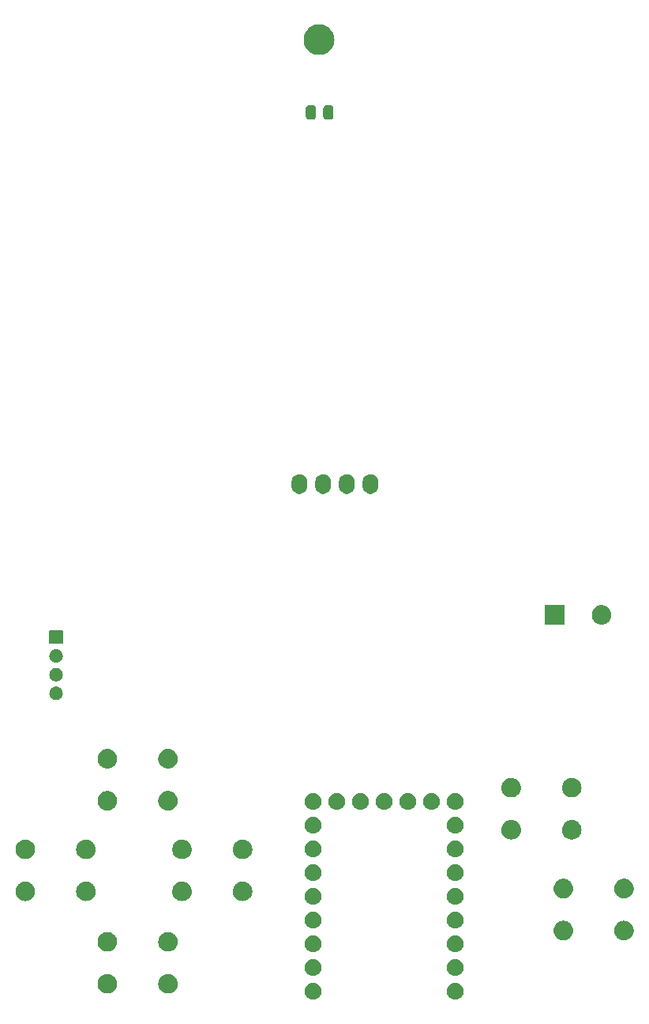
<source format=gbr>
G04 #@! TF.GenerationSoftware,KiCad,Pcbnew,8.0.5-8.0.5-0~ubuntu24.04.1*
G04 #@! TF.CreationDate,2024-10-05T12:13:45+09:00*
G04 #@! TF.ProjectId,gopher_rp2040_sw,676f7068-6572-45f7-9270-323034305f73,rev?*
G04 #@! TF.SameCoordinates,Original*
G04 #@! TF.FileFunction,Soldermask,Bot*
G04 #@! TF.FilePolarity,Negative*
%FSLAX46Y46*%
G04 Gerber Fmt 4.6, Leading zero omitted, Abs format (unit mm)*
G04 Created by KiCad (PCBNEW 8.0.5-8.0.5-0~ubuntu24.04.1) date 2024-10-05 12:13:45*
%MOMM*%
%LPD*%
G01*
G04 APERTURE LIST*
G04 APERTURE END LIST*
G36*
X115803983Y-167603936D02*
G01*
X115854180Y-167603936D01*
X115897524Y-167613149D01*
X115935659Y-167616905D01*
X115983566Y-167631437D01*
X116038424Y-167643098D01*
X116073530Y-167658728D01*
X116104566Y-167668143D01*
X116153884Y-167694504D01*
X116210500Y-167719711D01*
X116236822Y-167738835D01*
X116260232Y-167751348D01*
X116307988Y-167790540D01*
X116362887Y-167830427D01*
X116380711Y-167850223D01*
X116396675Y-167863324D01*
X116439572Y-167915594D01*
X116488924Y-167970405D01*
X116499292Y-167988363D01*
X116508651Y-167999767D01*
X116543273Y-168064542D01*
X116583104Y-168133530D01*
X116587685Y-168147630D01*
X116591856Y-168155433D01*
X116614852Y-168231242D01*
X116641311Y-168312672D01*
X116642242Y-168321532D01*
X116643094Y-168324340D01*
X116651384Y-168408513D01*
X116661000Y-168500000D01*
X116651383Y-168591494D01*
X116643094Y-168675659D01*
X116642242Y-168678466D01*
X116641311Y-168687328D01*
X116614848Y-168768771D01*
X116591856Y-168844566D01*
X116587686Y-168852366D01*
X116583104Y-168866470D01*
X116543266Y-168935470D01*
X116508651Y-169000232D01*
X116499294Y-169011633D01*
X116488924Y-169029595D01*
X116439563Y-169084415D01*
X116396675Y-169136675D01*
X116380714Y-169149773D01*
X116362887Y-169169573D01*
X116307977Y-169209467D01*
X116260232Y-169248651D01*
X116236827Y-169261161D01*
X116210500Y-169280289D01*
X116153873Y-169305500D01*
X116104566Y-169331856D01*
X116073537Y-169341268D01*
X116038424Y-169356902D01*
X115983555Y-169368564D01*
X115935659Y-169383094D01*
X115897532Y-169386849D01*
X115854180Y-169396064D01*
X115803973Y-169396064D01*
X115760000Y-169400395D01*
X115716027Y-169396064D01*
X115665820Y-169396064D01*
X115622467Y-169386849D01*
X115584340Y-169383094D01*
X115536441Y-169368563D01*
X115481576Y-169356902D01*
X115446464Y-169341269D01*
X115415433Y-169331856D01*
X115366120Y-169305498D01*
X115309500Y-169280289D01*
X115283175Y-169261163D01*
X115259767Y-169248651D01*
X115212013Y-169209460D01*
X115157113Y-169169573D01*
X115139287Y-169149776D01*
X115123324Y-169136675D01*
X115080425Y-169084402D01*
X115031076Y-169029595D01*
X115020708Y-169011637D01*
X115011348Y-169000232D01*
X114976719Y-168935447D01*
X114936896Y-168866470D01*
X114932315Y-168852371D01*
X114928143Y-168844566D01*
X114905136Y-168768725D01*
X114878689Y-168687328D01*
X114877758Y-168678471D01*
X114876905Y-168675659D01*
X114868600Y-168591342D01*
X114859000Y-168500000D01*
X114868599Y-168408664D01*
X114876905Y-168324340D01*
X114877758Y-168321527D01*
X114878689Y-168312672D01*
X114905132Y-168231288D01*
X114928143Y-168155433D01*
X114932315Y-168147626D01*
X114936896Y-168133530D01*
X114976712Y-168064565D01*
X115011348Y-167999767D01*
X115020710Y-167988359D01*
X115031076Y-167970405D01*
X115080416Y-167915607D01*
X115123324Y-167863324D01*
X115139291Y-167850219D01*
X115157113Y-167830427D01*
X115212002Y-167790546D01*
X115259767Y-167751348D01*
X115283180Y-167738833D01*
X115309500Y-167719711D01*
X115366109Y-167694506D01*
X115415433Y-167668143D01*
X115446471Y-167658727D01*
X115481576Y-167643098D01*
X115536430Y-167631438D01*
X115584340Y-167616905D01*
X115622476Y-167613148D01*
X115665820Y-167603936D01*
X115716016Y-167603936D01*
X115760000Y-167599604D01*
X115803983Y-167603936D01*
G37*
G36*
X131043983Y-167603936D02*
G01*
X131094180Y-167603936D01*
X131137524Y-167613149D01*
X131175659Y-167616905D01*
X131223566Y-167631437D01*
X131278424Y-167643098D01*
X131313530Y-167658728D01*
X131344566Y-167668143D01*
X131393884Y-167694504D01*
X131450500Y-167719711D01*
X131476822Y-167738835D01*
X131500232Y-167751348D01*
X131547988Y-167790540D01*
X131602887Y-167830427D01*
X131620711Y-167850223D01*
X131636675Y-167863324D01*
X131679572Y-167915594D01*
X131728924Y-167970405D01*
X131739292Y-167988363D01*
X131748651Y-167999767D01*
X131783273Y-168064542D01*
X131823104Y-168133530D01*
X131827685Y-168147630D01*
X131831856Y-168155433D01*
X131854852Y-168231242D01*
X131881311Y-168312672D01*
X131882242Y-168321532D01*
X131883094Y-168324340D01*
X131891384Y-168408513D01*
X131901000Y-168500000D01*
X131891383Y-168591494D01*
X131883094Y-168675659D01*
X131882242Y-168678466D01*
X131881311Y-168687328D01*
X131854848Y-168768771D01*
X131831856Y-168844566D01*
X131827686Y-168852366D01*
X131823104Y-168866470D01*
X131783266Y-168935470D01*
X131748651Y-169000232D01*
X131739294Y-169011633D01*
X131728924Y-169029595D01*
X131679563Y-169084415D01*
X131636675Y-169136675D01*
X131620714Y-169149773D01*
X131602887Y-169169573D01*
X131547977Y-169209467D01*
X131500232Y-169248651D01*
X131476827Y-169261161D01*
X131450500Y-169280289D01*
X131393873Y-169305500D01*
X131344566Y-169331856D01*
X131313537Y-169341268D01*
X131278424Y-169356902D01*
X131223555Y-169368564D01*
X131175659Y-169383094D01*
X131137532Y-169386849D01*
X131094180Y-169396064D01*
X131043973Y-169396064D01*
X131000000Y-169400395D01*
X130956027Y-169396064D01*
X130905820Y-169396064D01*
X130862467Y-169386849D01*
X130824340Y-169383094D01*
X130776441Y-169368563D01*
X130721576Y-169356902D01*
X130686464Y-169341269D01*
X130655433Y-169331856D01*
X130606120Y-169305498D01*
X130549500Y-169280289D01*
X130523175Y-169261163D01*
X130499767Y-169248651D01*
X130452013Y-169209460D01*
X130397113Y-169169573D01*
X130379287Y-169149776D01*
X130363324Y-169136675D01*
X130320425Y-169084402D01*
X130271076Y-169029595D01*
X130260708Y-169011637D01*
X130251348Y-169000232D01*
X130216719Y-168935447D01*
X130176896Y-168866470D01*
X130172315Y-168852371D01*
X130168143Y-168844566D01*
X130145136Y-168768725D01*
X130118689Y-168687328D01*
X130117758Y-168678471D01*
X130116905Y-168675659D01*
X130108600Y-168591342D01*
X130099000Y-168500000D01*
X130108599Y-168408664D01*
X130116905Y-168324340D01*
X130117758Y-168321527D01*
X130118689Y-168312672D01*
X130145132Y-168231288D01*
X130168143Y-168155433D01*
X130172315Y-168147626D01*
X130176896Y-168133530D01*
X130216712Y-168064565D01*
X130251348Y-167999767D01*
X130260710Y-167988359D01*
X130271076Y-167970405D01*
X130320416Y-167915607D01*
X130363324Y-167863324D01*
X130379291Y-167850219D01*
X130397113Y-167830427D01*
X130452002Y-167790546D01*
X130499767Y-167751348D01*
X130523180Y-167738833D01*
X130549500Y-167719711D01*
X130606109Y-167694506D01*
X130655433Y-167668143D01*
X130686471Y-167658727D01*
X130721576Y-167643098D01*
X130776430Y-167631438D01*
X130824340Y-167616905D01*
X130862476Y-167613148D01*
X130905820Y-167603936D01*
X130956016Y-167603936D01*
X131000000Y-167599604D01*
X131043983Y-167603936D01*
G37*
G36*
X93750938Y-166654017D02*
G01*
X93796923Y-166654017D01*
X93848139Y-166663590D01*
X93905040Y-166669195D01*
X93948261Y-166682306D01*
X93987474Y-166689636D01*
X94041785Y-166710676D01*
X94102200Y-166729003D01*
X94136720Y-166747454D01*
X94168232Y-166759662D01*
X94222977Y-166793559D01*
X94283904Y-166826125D01*
X94309506Y-166847136D01*
X94333048Y-166861713D01*
X94385212Y-166909267D01*
X94443169Y-166956831D01*
X94460342Y-166977757D01*
X94476301Y-166992305D01*
X94522629Y-167053653D01*
X94573875Y-167116096D01*
X94583783Y-167134634D01*
X94593122Y-167147000D01*
X94630274Y-167221613D01*
X94670997Y-167297800D01*
X94675340Y-167312117D01*
X94679528Y-167320528D01*
X94704267Y-167407476D01*
X94730805Y-167494960D01*
X94731676Y-167503811D01*
X94732577Y-167506975D01*
X94741938Y-167608002D01*
X94751000Y-167700000D01*
X94741938Y-167792005D01*
X94732577Y-167893024D01*
X94731676Y-167896187D01*
X94730805Y-167905040D01*
X94704262Y-167992538D01*
X94679528Y-168079471D01*
X94675341Y-168087879D01*
X94670997Y-168102200D01*
X94630267Y-168178399D01*
X94593122Y-168252999D01*
X94583785Y-168265362D01*
X94573875Y-168283904D01*
X94522620Y-168346357D01*
X94476301Y-168407694D01*
X94460345Y-168422238D01*
X94443169Y-168443169D01*
X94385201Y-168490741D01*
X94333048Y-168538286D01*
X94309511Y-168552859D01*
X94283904Y-168573875D01*
X94222965Y-168606447D01*
X94168232Y-168640337D01*
X94136726Y-168652542D01*
X94102200Y-168670997D01*
X94041773Y-168689327D01*
X93987474Y-168710363D01*
X93948268Y-168717691D01*
X93905040Y-168730805D01*
X93848136Y-168736409D01*
X93796923Y-168745983D01*
X93750938Y-168745983D01*
X93700000Y-168751000D01*
X93649062Y-168745983D01*
X93603077Y-168745983D01*
X93551863Y-168736409D01*
X93494960Y-168730805D01*
X93451732Y-168717692D01*
X93412525Y-168710363D01*
X93358221Y-168689325D01*
X93297800Y-168670997D01*
X93263275Y-168652543D01*
X93231767Y-168640337D01*
X93177027Y-168606443D01*
X93116096Y-168573875D01*
X93090491Y-168552861D01*
X93066951Y-168538286D01*
X93014788Y-168490733D01*
X92956831Y-168443169D01*
X92939656Y-168422242D01*
X92923698Y-168407694D01*
X92877367Y-168346342D01*
X92826125Y-168283904D01*
X92816216Y-168265366D01*
X92806877Y-168252999D01*
X92769717Y-168178372D01*
X92729003Y-168102200D01*
X92724660Y-168087884D01*
X92720471Y-168079471D01*
X92695721Y-167992485D01*
X92669195Y-167905040D01*
X92668323Y-167896192D01*
X92667422Y-167893024D01*
X92658044Y-167791833D01*
X92649000Y-167700000D01*
X92658044Y-167608173D01*
X92667422Y-167506975D01*
X92668323Y-167503805D01*
X92669195Y-167494960D01*
X92695716Y-167407529D01*
X92720471Y-167320528D01*
X92724661Y-167312112D01*
X92729003Y-167297800D01*
X92769710Y-167221641D01*
X92806877Y-167147000D01*
X92816218Y-167134629D01*
X92826125Y-167116096D01*
X92877357Y-167053668D01*
X92923698Y-166992305D01*
X92939660Y-166977753D01*
X92956831Y-166956831D01*
X93014777Y-166909275D01*
X93066951Y-166861713D01*
X93090496Y-166847134D01*
X93116096Y-166826125D01*
X93177015Y-166793563D01*
X93231767Y-166759662D01*
X93263282Y-166747452D01*
X93297800Y-166729003D01*
X93358209Y-166710677D01*
X93412525Y-166689636D01*
X93451739Y-166682305D01*
X93494960Y-166669195D01*
X93551860Y-166663590D01*
X93603077Y-166654017D01*
X93649062Y-166654017D01*
X93700000Y-166649000D01*
X93750938Y-166654017D01*
G37*
G36*
X100250938Y-166654017D02*
G01*
X100296923Y-166654017D01*
X100348139Y-166663590D01*
X100405040Y-166669195D01*
X100448261Y-166682306D01*
X100487474Y-166689636D01*
X100541785Y-166710676D01*
X100602200Y-166729003D01*
X100636720Y-166747454D01*
X100668232Y-166759662D01*
X100722977Y-166793559D01*
X100783904Y-166826125D01*
X100809506Y-166847136D01*
X100833048Y-166861713D01*
X100885212Y-166909267D01*
X100943169Y-166956831D01*
X100960342Y-166977757D01*
X100976301Y-166992305D01*
X101022629Y-167053653D01*
X101073875Y-167116096D01*
X101083783Y-167134634D01*
X101093122Y-167147000D01*
X101130274Y-167221613D01*
X101170997Y-167297800D01*
X101175340Y-167312117D01*
X101179528Y-167320528D01*
X101204267Y-167407476D01*
X101230805Y-167494960D01*
X101231676Y-167503811D01*
X101232577Y-167506975D01*
X101241938Y-167608002D01*
X101251000Y-167700000D01*
X101241938Y-167792005D01*
X101232577Y-167893024D01*
X101231676Y-167896187D01*
X101230805Y-167905040D01*
X101204262Y-167992538D01*
X101179528Y-168079471D01*
X101175341Y-168087879D01*
X101170997Y-168102200D01*
X101130267Y-168178399D01*
X101093122Y-168252999D01*
X101083785Y-168265362D01*
X101073875Y-168283904D01*
X101022620Y-168346357D01*
X100976301Y-168407694D01*
X100960345Y-168422238D01*
X100943169Y-168443169D01*
X100885201Y-168490741D01*
X100833048Y-168538286D01*
X100809511Y-168552859D01*
X100783904Y-168573875D01*
X100722965Y-168606447D01*
X100668232Y-168640337D01*
X100636726Y-168652542D01*
X100602200Y-168670997D01*
X100541773Y-168689327D01*
X100487474Y-168710363D01*
X100448268Y-168717691D01*
X100405040Y-168730805D01*
X100348136Y-168736409D01*
X100296923Y-168745983D01*
X100250938Y-168745983D01*
X100200000Y-168751000D01*
X100149062Y-168745983D01*
X100103077Y-168745983D01*
X100051863Y-168736409D01*
X99994960Y-168730805D01*
X99951732Y-168717692D01*
X99912525Y-168710363D01*
X99858221Y-168689325D01*
X99797800Y-168670997D01*
X99763275Y-168652543D01*
X99731767Y-168640337D01*
X99677027Y-168606443D01*
X99616096Y-168573875D01*
X99590491Y-168552861D01*
X99566951Y-168538286D01*
X99514788Y-168490733D01*
X99456831Y-168443169D01*
X99439656Y-168422242D01*
X99423698Y-168407694D01*
X99377367Y-168346342D01*
X99326125Y-168283904D01*
X99316216Y-168265366D01*
X99306877Y-168252999D01*
X99269717Y-168178372D01*
X99229003Y-168102200D01*
X99224660Y-168087884D01*
X99220471Y-168079471D01*
X99195721Y-167992485D01*
X99169195Y-167905040D01*
X99168323Y-167896192D01*
X99167422Y-167893024D01*
X99158044Y-167791833D01*
X99149000Y-167700000D01*
X99158044Y-167608173D01*
X99167422Y-167506975D01*
X99168323Y-167503805D01*
X99169195Y-167494960D01*
X99195716Y-167407529D01*
X99220471Y-167320528D01*
X99224661Y-167312112D01*
X99229003Y-167297800D01*
X99269710Y-167221641D01*
X99306877Y-167147000D01*
X99316218Y-167134629D01*
X99326125Y-167116096D01*
X99377357Y-167053668D01*
X99423698Y-166992305D01*
X99439660Y-166977753D01*
X99456831Y-166956831D01*
X99514777Y-166909275D01*
X99566951Y-166861713D01*
X99590496Y-166847134D01*
X99616096Y-166826125D01*
X99677015Y-166793563D01*
X99731767Y-166759662D01*
X99763282Y-166747452D01*
X99797800Y-166729003D01*
X99858209Y-166710677D01*
X99912525Y-166689636D01*
X99951739Y-166682305D01*
X99994960Y-166669195D01*
X100051860Y-166663590D01*
X100103077Y-166654017D01*
X100149062Y-166654017D01*
X100200000Y-166649000D01*
X100250938Y-166654017D01*
G37*
G36*
X115803983Y-165063936D02*
G01*
X115854180Y-165063936D01*
X115897524Y-165073149D01*
X115935659Y-165076905D01*
X115983566Y-165091437D01*
X116038424Y-165103098D01*
X116073530Y-165118728D01*
X116104566Y-165128143D01*
X116153884Y-165154504D01*
X116210500Y-165179711D01*
X116236822Y-165198835D01*
X116260232Y-165211348D01*
X116307988Y-165250540D01*
X116362887Y-165290427D01*
X116380711Y-165310223D01*
X116396675Y-165323324D01*
X116439572Y-165375594D01*
X116488924Y-165430405D01*
X116499292Y-165448363D01*
X116508651Y-165459767D01*
X116543273Y-165524542D01*
X116583104Y-165593530D01*
X116587685Y-165607630D01*
X116591856Y-165615433D01*
X116614852Y-165691242D01*
X116641311Y-165772672D01*
X116642242Y-165781532D01*
X116643094Y-165784340D01*
X116651384Y-165868513D01*
X116661000Y-165960000D01*
X116651383Y-166051494D01*
X116643094Y-166135659D01*
X116642242Y-166138466D01*
X116641311Y-166147328D01*
X116614848Y-166228771D01*
X116591856Y-166304566D01*
X116587686Y-166312366D01*
X116583104Y-166326470D01*
X116543266Y-166395470D01*
X116508651Y-166460232D01*
X116499294Y-166471633D01*
X116488924Y-166489595D01*
X116439563Y-166544415D01*
X116396675Y-166596675D01*
X116380714Y-166609773D01*
X116362887Y-166629573D01*
X116307977Y-166669467D01*
X116260232Y-166708651D01*
X116236827Y-166721161D01*
X116210500Y-166740289D01*
X116153873Y-166765500D01*
X116104566Y-166791856D01*
X116073537Y-166801268D01*
X116038424Y-166816902D01*
X115983555Y-166828564D01*
X115935659Y-166843094D01*
X115897532Y-166846849D01*
X115854180Y-166856064D01*
X115803973Y-166856064D01*
X115760000Y-166860395D01*
X115716027Y-166856064D01*
X115665820Y-166856064D01*
X115622467Y-166846849D01*
X115584340Y-166843094D01*
X115536441Y-166828563D01*
X115481576Y-166816902D01*
X115446464Y-166801269D01*
X115415433Y-166791856D01*
X115366120Y-166765498D01*
X115309500Y-166740289D01*
X115283175Y-166721163D01*
X115259767Y-166708651D01*
X115212013Y-166669460D01*
X115157113Y-166629573D01*
X115139287Y-166609776D01*
X115123324Y-166596675D01*
X115080425Y-166544402D01*
X115031076Y-166489595D01*
X115020708Y-166471637D01*
X115011348Y-166460232D01*
X114976719Y-166395447D01*
X114936896Y-166326470D01*
X114932315Y-166312371D01*
X114928143Y-166304566D01*
X114905136Y-166228725D01*
X114878689Y-166147328D01*
X114877758Y-166138471D01*
X114876905Y-166135659D01*
X114868600Y-166051342D01*
X114859000Y-165960000D01*
X114868599Y-165868664D01*
X114876905Y-165784340D01*
X114877758Y-165781527D01*
X114878689Y-165772672D01*
X114905132Y-165691288D01*
X114928143Y-165615433D01*
X114932315Y-165607626D01*
X114936896Y-165593530D01*
X114976712Y-165524565D01*
X115011348Y-165459767D01*
X115020710Y-165448359D01*
X115031076Y-165430405D01*
X115080416Y-165375607D01*
X115123324Y-165323324D01*
X115139291Y-165310219D01*
X115157113Y-165290427D01*
X115212002Y-165250546D01*
X115259767Y-165211348D01*
X115283180Y-165198833D01*
X115309500Y-165179711D01*
X115366109Y-165154506D01*
X115415433Y-165128143D01*
X115446471Y-165118727D01*
X115481576Y-165103098D01*
X115536430Y-165091438D01*
X115584340Y-165076905D01*
X115622476Y-165073148D01*
X115665820Y-165063936D01*
X115716016Y-165063936D01*
X115760000Y-165059604D01*
X115803983Y-165063936D01*
G37*
G36*
X131043983Y-165063936D02*
G01*
X131094180Y-165063936D01*
X131137524Y-165073149D01*
X131175659Y-165076905D01*
X131223566Y-165091437D01*
X131278424Y-165103098D01*
X131313530Y-165118728D01*
X131344566Y-165128143D01*
X131393884Y-165154504D01*
X131450500Y-165179711D01*
X131476822Y-165198835D01*
X131500232Y-165211348D01*
X131547988Y-165250540D01*
X131602887Y-165290427D01*
X131620711Y-165310223D01*
X131636675Y-165323324D01*
X131679572Y-165375594D01*
X131728924Y-165430405D01*
X131739292Y-165448363D01*
X131748651Y-165459767D01*
X131783273Y-165524542D01*
X131823104Y-165593530D01*
X131827685Y-165607630D01*
X131831856Y-165615433D01*
X131854852Y-165691242D01*
X131881311Y-165772672D01*
X131882242Y-165781532D01*
X131883094Y-165784340D01*
X131891384Y-165868513D01*
X131901000Y-165960000D01*
X131891383Y-166051494D01*
X131883094Y-166135659D01*
X131882242Y-166138466D01*
X131881311Y-166147328D01*
X131854848Y-166228771D01*
X131831856Y-166304566D01*
X131827686Y-166312366D01*
X131823104Y-166326470D01*
X131783266Y-166395470D01*
X131748651Y-166460232D01*
X131739294Y-166471633D01*
X131728924Y-166489595D01*
X131679563Y-166544415D01*
X131636675Y-166596675D01*
X131620714Y-166609773D01*
X131602887Y-166629573D01*
X131547977Y-166669467D01*
X131500232Y-166708651D01*
X131476827Y-166721161D01*
X131450500Y-166740289D01*
X131393873Y-166765500D01*
X131344566Y-166791856D01*
X131313537Y-166801268D01*
X131278424Y-166816902D01*
X131223555Y-166828564D01*
X131175659Y-166843094D01*
X131137532Y-166846849D01*
X131094180Y-166856064D01*
X131043973Y-166856064D01*
X131000000Y-166860395D01*
X130956027Y-166856064D01*
X130905820Y-166856064D01*
X130862467Y-166846849D01*
X130824340Y-166843094D01*
X130776441Y-166828563D01*
X130721576Y-166816902D01*
X130686464Y-166801269D01*
X130655433Y-166791856D01*
X130606120Y-166765498D01*
X130549500Y-166740289D01*
X130523175Y-166721163D01*
X130499767Y-166708651D01*
X130452013Y-166669460D01*
X130397113Y-166629573D01*
X130379287Y-166609776D01*
X130363324Y-166596675D01*
X130320425Y-166544402D01*
X130271076Y-166489595D01*
X130260708Y-166471637D01*
X130251348Y-166460232D01*
X130216719Y-166395447D01*
X130176896Y-166326470D01*
X130172315Y-166312371D01*
X130168143Y-166304566D01*
X130145136Y-166228725D01*
X130118689Y-166147328D01*
X130117758Y-166138471D01*
X130116905Y-166135659D01*
X130108600Y-166051342D01*
X130099000Y-165960000D01*
X130108599Y-165868664D01*
X130116905Y-165784340D01*
X130117758Y-165781527D01*
X130118689Y-165772672D01*
X130145132Y-165691288D01*
X130168143Y-165615433D01*
X130172315Y-165607626D01*
X130176896Y-165593530D01*
X130216712Y-165524565D01*
X130251348Y-165459767D01*
X130260710Y-165448359D01*
X130271076Y-165430405D01*
X130320416Y-165375607D01*
X130363324Y-165323324D01*
X130379291Y-165310219D01*
X130397113Y-165290427D01*
X130452002Y-165250546D01*
X130499767Y-165211348D01*
X130523180Y-165198833D01*
X130549500Y-165179711D01*
X130606109Y-165154506D01*
X130655433Y-165128143D01*
X130686471Y-165118727D01*
X130721576Y-165103098D01*
X130776430Y-165091438D01*
X130824340Y-165076905D01*
X130862476Y-165073148D01*
X130905820Y-165063936D01*
X130956016Y-165063936D01*
X131000000Y-165059604D01*
X131043983Y-165063936D01*
G37*
G36*
X115803983Y-162523936D02*
G01*
X115854180Y-162523936D01*
X115897524Y-162533149D01*
X115935659Y-162536905D01*
X115983566Y-162551437D01*
X116038424Y-162563098D01*
X116073530Y-162578728D01*
X116104566Y-162588143D01*
X116153884Y-162614504D01*
X116210500Y-162639711D01*
X116236822Y-162658835D01*
X116260232Y-162671348D01*
X116307988Y-162710540D01*
X116362887Y-162750427D01*
X116380711Y-162770223D01*
X116396675Y-162783324D01*
X116439572Y-162835594D01*
X116488924Y-162890405D01*
X116499292Y-162908363D01*
X116508651Y-162919767D01*
X116543273Y-162984542D01*
X116583104Y-163053530D01*
X116587685Y-163067630D01*
X116591856Y-163075433D01*
X116614852Y-163151242D01*
X116641311Y-163232672D01*
X116642242Y-163241532D01*
X116643094Y-163244340D01*
X116651384Y-163328513D01*
X116661000Y-163420000D01*
X116651383Y-163511494D01*
X116643094Y-163595659D01*
X116642242Y-163598466D01*
X116641311Y-163607328D01*
X116614848Y-163688771D01*
X116591856Y-163764566D01*
X116587686Y-163772366D01*
X116583104Y-163786470D01*
X116543266Y-163855470D01*
X116508651Y-163920232D01*
X116499294Y-163931633D01*
X116488924Y-163949595D01*
X116439563Y-164004415D01*
X116396675Y-164056675D01*
X116380714Y-164069773D01*
X116362887Y-164089573D01*
X116307977Y-164129467D01*
X116260232Y-164168651D01*
X116236827Y-164181161D01*
X116210500Y-164200289D01*
X116153873Y-164225500D01*
X116104566Y-164251856D01*
X116073537Y-164261268D01*
X116038424Y-164276902D01*
X115983555Y-164288564D01*
X115935659Y-164303094D01*
X115897532Y-164306849D01*
X115854180Y-164316064D01*
X115803973Y-164316064D01*
X115760000Y-164320395D01*
X115716027Y-164316064D01*
X115665820Y-164316064D01*
X115622467Y-164306849D01*
X115584340Y-164303094D01*
X115536441Y-164288563D01*
X115481576Y-164276902D01*
X115446464Y-164261269D01*
X115415433Y-164251856D01*
X115366120Y-164225498D01*
X115309500Y-164200289D01*
X115283175Y-164181163D01*
X115259767Y-164168651D01*
X115212013Y-164129460D01*
X115157113Y-164089573D01*
X115139287Y-164069776D01*
X115123324Y-164056675D01*
X115080425Y-164004402D01*
X115031076Y-163949595D01*
X115020708Y-163931637D01*
X115011348Y-163920232D01*
X114976719Y-163855447D01*
X114936896Y-163786470D01*
X114932315Y-163772371D01*
X114928143Y-163764566D01*
X114905136Y-163688725D01*
X114878689Y-163607328D01*
X114877758Y-163598471D01*
X114876905Y-163595659D01*
X114868600Y-163511342D01*
X114859000Y-163420000D01*
X114868599Y-163328664D01*
X114876905Y-163244340D01*
X114877758Y-163241527D01*
X114878689Y-163232672D01*
X114905132Y-163151288D01*
X114928143Y-163075433D01*
X114932315Y-163067626D01*
X114936896Y-163053530D01*
X114976712Y-162984565D01*
X115011348Y-162919767D01*
X115020710Y-162908359D01*
X115031076Y-162890405D01*
X115080416Y-162835607D01*
X115123324Y-162783324D01*
X115139291Y-162770219D01*
X115157113Y-162750427D01*
X115212002Y-162710546D01*
X115259767Y-162671348D01*
X115283180Y-162658833D01*
X115309500Y-162639711D01*
X115366109Y-162614506D01*
X115415433Y-162588143D01*
X115446471Y-162578727D01*
X115481576Y-162563098D01*
X115536430Y-162551438D01*
X115584340Y-162536905D01*
X115622476Y-162533148D01*
X115665820Y-162523936D01*
X115716016Y-162523936D01*
X115760000Y-162519604D01*
X115803983Y-162523936D01*
G37*
G36*
X131043983Y-162523936D02*
G01*
X131094180Y-162523936D01*
X131137524Y-162533149D01*
X131175659Y-162536905D01*
X131223566Y-162551437D01*
X131278424Y-162563098D01*
X131313530Y-162578728D01*
X131344566Y-162588143D01*
X131393884Y-162614504D01*
X131450500Y-162639711D01*
X131476822Y-162658835D01*
X131500232Y-162671348D01*
X131547988Y-162710540D01*
X131602887Y-162750427D01*
X131620711Y-162770223D01*
X131636675Y-162783324D01*
X131679572Y-162835594D01*
X131728924Y-162890405D01*
X131739292Y-162908363D01*
X131748651Y-162919767D01*
X131783273Y-162984542D01*
X131823104Y-163053530D01*
X131827685Y-163067630D01*
X131831856Y-163075433D01*
X131854852Y-163151242D01*
X131881311Y-163232672D01*
X131882242Y-163241532D01*
X131883094Y-163244340D01*
X131891384Y-163328513D01*
X131901000Y-163420000D01*
X131891383Y-163511494D01*
X131883094Y-163595659D01*
X131882242Y-163598466D01*
X131881311Y-163607328D01*
X131854848Y-163688771D01*
X131831856Y-163764566D01*
X131827686Y-163772366D01*
X131823104Y-163786470D01*
X131783266Y-163855470D01*
X131748651Y-163920232D01*
X131739294Y-163931633D01*
X131728924Y-163949595D01*
X131679563Y-164004415D01*
X131636675Y-164056675D01*
X131620714Y-164069773D01*
X131602887Y-164089573D01*
X131547977Y-164129467D01*
X131500232Y-164168651D01*
X131476827Y-164181161D01*
X131450500Y-164200289D01*
X131393873Y-164225500D01*
X131344566Y-164251856D01*
X131313537Y-164261268D01*
X131278424Y-164276902D01*
X131223555Y-164288564D01*
X131175659Y-164303094D01*
X131137532Y-164306849D01*
X131094180Y-164316064D01*
X131043973Y-164316064D01*
X131000000Y-164320395D01*
X130956027Y-164316064D01*
X130905820Y-164316064D01*
X130862467Y-164306849D01*
X130824340Y-164303094D01*
X130776441Y-164288563D01*
X130721576Y-164276902D01*
X130686464Y-164261269D01*
X130655433Y-164251856D01*
X130606120Y-164225498D01*
X130549500Y-164200289D01*
X130523175Y-164181163D01*
X130499767Y-164168651D01*
X130452013Y-164129460D01*
X130397113Y-164089573D01*
X130379287Y-164069776D01*
X130363324Y-164056675D01*
X130320425Y-164004402D01*
X130271076Y-163949595D01*
X130260708Y-163931637D01*
X130251348Y-163920232D01*
X130216719Y-163855447D01*
X130176896Y-163786470D01*
X130172315Y-163772371D01*
X130168143Y-163764566D01*
X130145136Y-163688725D01*
X130118689Y-163607328D01*
X130117758Y-163598471D01*
X130116905Y-163595659D01*
X130108600Y-163511342D01*
X130099000Y-163420000D01*
X130108599Y-163328664D01*
X130116905Y-163244340D01*
X130117758Y-163241527D01*
X130118689Y-163232672D01*
X130145132Y-163151288D01*
X130168143Y-163075433D01*
X130172315Y-163067626D01*
X130176896Y-163053530D01*
X130216712Y-162984565D01*
X130251348Y-162919767D01*
X130260710Y-162908359D01*
X130271076Y-162890405D01*
X130320416Y-162835607D01*
X130363324Y-162783324D01*
X130379291Y-162770219D01*
X130397113Y-162750427D01*
X130452002Y-162710546D01*
X130499767Y-162671348D01*
X130523180Y-162658833D01*
X130549500Y-162639711D01*
X130606109Y-162614506D01*
X130655433Y-162588143D01*
X130686471Y-162578727D01*
X130721576Y-162563098D01*
X130776430Y-162551438D01*
X130824340Y-162536905D01*
X130862476Y-162533148D01*
X130905820Y-162523936D01*
X130956016Y-162523936D01*
X131000000Y-162519604D01*
X131043983Y-162523936D01*
G37*
G36*
X93750938Y-162154017D02*
G01*
X93796923Y-162154017D01*
X93848139Y-162163590D01*
X93905040Y-162169195D01*
X93948261Y-162182306D01*
X93987474Y-162189636D01*
X94041785Y-162210676D01*
X94102200Y-162229003D01*
X94136720Y-162247454D01*
X94168232Y-162259662D01*
X94222977Y-162293559D01*
X94283904Y-162326125D01*
X94309506Y-162347136D01*
X94333048Y-162361713D01*
X94385212Y-162409267D01*
X94443169Y-162456831D01*
X94460342Y-162477757D01*
X94476301Y-162492305D01*
X94522629Y-162553653D01*
X94573875Y-162616096D01*
X94583783Y-162634634D01*
X94593122Y-162647000D01*
X94630274Y-162721613D01*
X94670997Y-162797800D01*
X94675340Y-162812117D01*
X94679528Y-162820528D01*
X94704267Y-162907476D01*
X94730805Y-162994960D01*
X94731676Y-163003811D01*
X94732577Y-163006975D01*
X94741938Y-163108002D01*
X94751000Y-163200000D01*
X94741938Y-163292005D01*
X94732577Y-163393024D01*
X94731676Y-163396187D01*
X94730805Y-163405040D01*
X94704262Y-163492538D01*
X94679528Y-163579471D01*
X94675341Y-163587879D01*
X94670997Y-163602200D01*
X94630267Y-163678399D01*
X94593122Y-163752999D01*
X94583785Y-163765362D01*
X94573875Y-163783904D01*
X94522620Y-163846357D01*
X94476301Y-163907694D01*
X94460345Y-163922238D01*
X94443169Y-163943169D01*
X94385201Y-163990741D01*
X94333048Y-164038286D01*
X94309511Y-164052859D01*
X94283904Y-164073875D01*
X94222965Y-164106447D01*
X94168232Y-164140337D01*
X94136726Y-164152542D01*
X94102200Y-164170997D01*
X94041773Y-164189327D01*
X93987474Y-164210363D01*
X93948268Y-164217691D01*
X93905040Y-164230805D01*
X93848136Y-164236409D01*
X93796923Y-164245983D01*
X93750938Y-164245983D01*
X93700000Y-164251000D01*
X93649062Y-164245983D01*
X93603077Y-164245983D01*
X93551863Y-164236409D01*
X93494960Y-164230805D01*
X93451732Y-164217692D01*
X93412525Y-164210363D01*
X93358221Y-164189325D01*
X93297800Y-164170997D01*
X93263275Y-164152543D01*
X93231767Y-164140337D01*
X93177027Y-164106443D01*
X93116096Y-164073875D01*
X93090491Y-164052861D01*
X93066951Y-164038286D01*
X93014788Y-163990733D01*
X92956831Y-163943169D01*
X92939656Y-163922242D01*
X92923698Y-163907694D01*
X92877367Y-163846342D01*
X92826125Y-163783904D01*
X92816216Y-163765366D01*
X92806877Y-163752999D01*
X92769717Y-163678372D01*
X92729003Y-163602200D01*
X92724660Y-163587884D01*
X92720471Y-163579471D01*
X92695721Y-163492485D01*
X92669195Y-163405040D01*
X92668323Y-163396192D01*
X92667422Y-163393024D01*
X92658044Y-163291833D01*
X92649000Y-163200000D01*
X92658044Y-163108173D01*
X92667422Y-163006975D01*
X92668323Y-163003805D01*
X92669195Y-162994960D01*
X92695716Y-162907529D01*
X92720471Y-162820528D01*
X92724661Y-162812112D01*
X92729003Y-162797800D01*
X92769710Y-162721641D01*
X92806877Y-162647000D01*
X92816218Y-162634629D01*
X92826125Y-162616096D01*
X92877357Y-162553668D01*
X92923698Y-162492305D01*
X92939660Y-162477753D01*
X92956831Y-162456831D01*
X93014777Y-162409275D01*
X93066951Y-162361713D01*
X93090496Y-162347134D01*
X93116096Y-162326125D01*
X93177015Y-162293563D01*
X93231767Y-162259662D01*
X93263282Y-162247452D01*
X93297800Y-162229003D01*
X93358209Y-162210677D01*
X93412525Y-162189636D01*
X93451739Y-162182305D01*
X93494960Y-162169195D01*
X93551860Y-162163590D01*
X93603077Y-162154017D01*
X93649062Y-162154017D01*
X93700000Y-162149000D01*
X93750938Y-162154017D01*
G37*
G36*
X100250938Y-162154017D02*
G01*
X100296923Y-162154017D01*
X100348139Y-162163590D01*
X100405040Y-162169195D01*
X100448261Y-162182306D01*
X100487474Y-162189636D01*
X100541785Y-162210676D01*
X100602200Y-162229003D01*
X100636720Y-162247454D01*
X100668232Y-162259662D01*
X100722977Y-162293559D01*
X100783904Y-162326125D01*
X100809506Y-162347136D01*
X100833048Y-162361713D01*
X100885212Y-162409267D01*
X100943169Y-162456831D01*
X100960342Y-162477757D01*
X100976301Y-162492305D01*
X101022629Y-162553653D01*
X101073875Y-162616096D01*
X101083783Y-162634634D01*
X101093122Y-162647000D01*
X101130274Y-162721613D01*
X101170997Y-162797800D01*
X101175340Y-162812117D01*
X101179528Y-162820528D01*
X101204267Y-162907476D01*
X101230805Y-162994960D01*
X101231676Y-163003811D01*
X101232577Y-163006975D01*
X101241938Y-163108002D01*
X101251000Y-163200000D01*
X101241938Y-163292005D01*
X101232577Y-163393024D01*
X101231676Y-163396187D01*
X101230805Y-163405040D01*
X101204262Y-163492538D01*
X101179528Y-163579471D01*
X101175341Y-163587879D01*
X101170997Y-163602200D01*
X101130267Y-163678399D01*
X101093122Y-163752999D01*
X101083785Y-163765362D01*
X101073875Y-163783904D01*
X101022620Y-163846357D01*
X100976301Y-163907694D01*
X100960345Y-163922238D01*
X100943169Y-163943169D01*
X100885201Y-163990741D01*
X100833048Y-164038286D01*
X100809511Y-164052859D01*
X100783904Y-164073875D01*
X100722965Y-164106447D01*
X100668232Y-164140337D01*
X100636726Y-164152542D01*
X100602200Y-164170997D01*
X100541773Y-164189327D01*
X100487474Y-164210363D01*
X100448268Y-164217691D01*
X100405040Y-164230805D01*
X100348136Y-164236409D01*
X100296923Y-164245983D01*
X100250938Y-164245983D01*
X100200000Y-164251000D01*
X100149062Y-164245983D01*
X100103077Y-164245983D01*
X100051863Y-164236409D01*
X99994960Y-164230805D01*
X99951732Y-164217692D01*
X99912525Y-164210363D01*
X99858221Y-164189325D01*
X99797800Y-164170997D01*
X99763275Y-164152543D01*
X99731767Y-164140337D01*
X99677027Y-164106443D01*
X99616096Y-164073875D01*
X99590491Y-164052861D01*
X99566951Y-164038286D01*
X99514788Y-163990733D01*
X99456831Y-163943169D01*
X99439656Y-163922242D01*
X99423698Y-163907694D01*
X99377367Y-163846342D01*
X99326125Y-163783904D01*
X99316216Y-163765366D01*
X99306877Y-163752999D01*
X99269717Y-163678372D01*
X99229003Y-163602200D01*
X99224660Y-163587884D01*
X99220471Y-163579471D01*
X99195721Y-163492485D01*
X99169195Y-163405040D01*
X99168323Y-163396192D01*
X99167422Y-163393024D01*
X99158044Y-163291833D01*
X99149000Y-163200000D01*
X99158044Y-163108173D01*
X99167422Y-163006975D01*
X99168323Y-163003805D01*
X99169195Y-162994960D01*
X99195716Y-162907529D01*
X99220471Y-162820528D01*
X99224661Y-162812112D01*
X99229003Y-162797800D01*
X99269710Y-162721641D01*
X99306877Y-162647000D01*
X99316218Y-162634629D01*
X99326125Y-162616096D01*
X99377357Y-162553668D01*
X99423698Y-162492305D01*
X99439660Y-162477753D01*
X99456831Y-162456831D01*
X99514777Y-162409275D01*
X99566951Y-162361713D01*
X99590496Y-162347134D01*
X99616096Y-162326125D01*
X99677015Y-162293563D01*
X99731767Y-162259662D01*
X99763282Y-162247452D01*
X99797800Y-162229003D01*
X99858209Y-162210677D01*
X99912525Y-162189636D01*
X99951739Y-162182305D01*
X99994960Y-162169195D01*
X100051860Y-162163590D01*
X100103077Y-162154017D01*
X100149062Y-162154017D01*
X100200000Y-162149000D01*
X100250938Y-162154017D01*
G37*
G36*
X142650938Y-160954017D02*
G01*
X142696923Y-160954017D01*
X142748139Y-160963590D01*
X142805040Y-160969195D01*
X142848261Y-160982306D01*
X142887474Y-160989636D01*
X142941785Y-161010676D01*
X143002200Y-161029003D01*
X143036720Y-161047454D01*
X143068232Y-161059662D01*
X143122977Y-161093559D01*
X143183904Y-161126125D01*
X143209506Y-161147136D01*
X143233048Y-161161713D01*
X143285212Y-161209267D01*
X143343169Y-161256831D01*
X143360342Y-161277757D01*
X143376301Y-161292305D01*
X143422629Y-161353653D01*
X143473875Y-161416096D01*
X143483783Y-161434634D01*
X143493122Y-161447000D01*
X143530274Y-161521613D01*
X143570997Y-161597800D01*
X143575340Y-161612117D01*
X143579528Y-161620528D01*
X143604267Y-161707476D01*
X143630805Y-161794960D01*
X143631676Y-161803811D01*
X143632577Y-161806975D01*
X143641938Y-161908002D01*
X143651000Y-162000000D01*
X143641938Y-162092005D01*
X143632577Y-162193024D01*
X143631676Y-162196187D01*
X143630805Y-162205040D01*
X143604262Y-162292538D01*
X143579528Y-162379471D01*
X143575341Y-162387879D01*
X143570997Y-162402200D01*
X143530267Y-162478399D01*
X143493122Y-162552999D01*
X143483785Y-162565362D01*
X143473875Y-162583904D01*
X143422620Y-162646357D01*
X143376301Y-162707694D01*
X143360345Y-162722238D01*
X143343169Y-162743169D01*
X143285201Y-162790741D01*
X143233048Y-162838286D01*
X143209511Y-162852859D01*
X143183904Y-162873875D01*
X143122965Y-162906447D01*
X143068232Y-162940337D01*
X143036726Y-162952542D01*
X143002200Y-162970997D01*
X142941773Y-162989327D01*
X142887474Y-163010363D01*
X142848268Y-163017691D01*
X142805040Y-163030805D01*
X142748136Y-163036409D01*
X142696923Y-163045983D01*
X142650938Y-163045983D01*
X142600000Y-163051000D01*
X142549062Y-163045983D01*
X142503077Y-163045983D01*
X142451863Y-163036409D01*
X142394960Y-163030805D01*
X142351732Y-163017692D01*
X142312525Y-163010363D01*
X142258221Y-162989325D01*
X142197800Y-162970997D01*
X142163275Y-162952543D01*
X142131767Y-162940337D01*
X142077027Y-162906443D01*
X142016096Y-162873875D01*
X141990491Y-162852861D01*
X141966951Y-162838286D01*
X141914788Y-162790733D01*
X141856831Y-162743169D01*
X141839656Y-162722242D01*
X141823698Y-162707694D01*
X141777367Y-162646342D01*
X141726125Y-162583904D01*
X141716216Y-162565366D01*
X141706877Y-162552999D01*
X141669717Y-162478372D01*
X141629003Y-162402200D01*
X141624660Y-162387884D01*
X141620471Y-162379471D01*
X141595721Y-162292485D01*
X141569195Y-162205040D01*
X141568323Y-162196192D01*
X141567422Y-162193024D01*
X141558044Y-162091833D01*
X141549000Y-162000000D01*
X141558044Y-161908173D01*
X141567422Y-161806975D01*
X141568323Y-161803805D01*
X141569195Y-161794960D01*
X141595716Y-161707529D01*
X141620471Y-161620528D01*
X141624661Y-161612112D01*
X141629003Y-161597800D01*
X141669710Y-161521641D01*
X141706877Y-161447000D01*
X141716218Y-161434629D01*
X141726125Y-161416096D01*
X141777357Y-161353668D01*
X141823698Y-161292305D01*
X141839660Y-161277753D01*
X141856831Y-161256831D01*
X141914777Y-161209275D01*
X141966951Y-161161713D01*
X141990496Y-161147134D01*
X142016096Y-161126125D01*
X142077015Y-161093563D01*
X142131767Y-161059662D01*
X142163282Y-161047452D01*
X142197800Y-161029003D01*
X142258209Y-161010677D01*
X142312525Y-160989636D01*
X142351739Y-160982305D01*
X142394960Y-160969195D01*
X142451860Y-160963590D01*
X142503077Y-160954017D01*
X142549062Y-160954017D01*
X142600000Y-160949000D01*
X142650938Y-160954017D01*
G37*
G36*
X149150938Y-160954017D02*
G01*
X149196923Y-160954017D01*
X149248139Y-160963590D01*
X149305040Y-160969195D01*
X149348261Y-160982306D01*
X149387474Y-160989636D01*
X149441785Y-161010676D01*
X149502200Y-161029003D01*
X149536720Y-161047454D01*
X149568232Y-161059662D01*
X149622977Y-161093559D01*
X149683904Y-161126125D01*
X149709506Y-161147136D01*
X149733048Y-161161713D01*
X149785212Y-161209267D01*
X149843169Y-161256831D01*
X149860342Y-161277757D01*
X149876301Y-161292305D01*
X149922629Y-161353653D01*
X149973875Y-161416096D01*
X149983783Y-161434634D01*
X149993122Y-161447000D01*
X150030274Y-161521613D01*
X150070997Y-161597800D01*
X150075340Y-161612117D01*
X150079528Y-161620528D01*
X150104267Y-161707476D01*
X150130805Y-161794960D01*
X150131676Y-161803811D01*
X150132577Y-161806975D01*
X150141938Y-161908002D01*
X150151000Y-162000000D01*
X150141938Y-162092005D01*
X150132577Y-162193024D01*
X150131676Y-162196187D01*
X150130805Y-162205040D01*
X150104262Y-162292538D01*
X150079528Y-162379471D01*
X150075341Y-162387879D01*
X150070997Y-162402200D01*
X150030267Y-162478399D01*
X149993122Y-162552999D01*
X149983785Y-162565362D01*
X149973875Y-162583904D01*
X149922620Y-162646357D01*
X149876301Y-162707694D01*
X149860345Y-162722238D01*
X149843169Y-162743169D01*
X149785201Y-162790741D01*
X149733048Y-162838286D01*
X149709511Y-162852859D01*
X149683904Y-162873875D01*
X149622965Y-162906447D01*
X149568232Y-162940337D01*
X149536726Y-162952542D01*
X149502200Y-162970997D01*
X149441773Y-162989327D01*
X149387474Y-163010363D01*
X149348268Y-163017691D01*
X149305040Y-163030805D01*
X149248136Y-163036409D01*
X149196923Y-163045983D01*
X149150938Y-163045983D01*
X149100000Y-163051000D01*
X149049062Y-163045983D01*
X149003077Y-163045983D01*
X148951863Y-163036409D01*
X148894960Y-163030805D01*
X148851732Y-163017692D01*
X148812525Y-163010363D01*
X148758221Y-162989325D01*
X148697800Y-162970997D01*
X148663275Y-162952543D01*
X148631767Y-162940337D01*
X148577027Y-162906443D01*
X148516096Y-162873875D01*
X148490491Y-162852861D01*
X148466951Y-162838286D01*
X148414788Y-162790733D01*
X148356831Y-162743169D01*
X148339656Y-162722242D01*
X148323698Y-162707694D01*
X148277367Y-162646342D01*
X148226125Y-162583904D01*
X148216216Y-162565366D01*
X148206877Y-162552999D01*
X148169717Y-162478372D01*
X148129003Y-162402200D01*
X148124660Y-162387884D01*
X148120471Y-162379471D01*
X148095721Y-162292485D01*
X148069195Y-162205040D01*
X148068323Y-162196192D01*
X148067422Y-162193024D01*
X148058044Y-162091833D01*
X148049000Y-162000000D01*
X148058044Y-161908173D01*
X148067422Y-161806975D01*
X148068323Y-161803805D01*
X148069195Y-161794960D01*
X148095716Y-161707529D01*
X148120471Y-161620528D01*
X148124661Y-161612112D01*
X148129003Y-161597800D01*
X148169710Y-161521641D01*
X148206877Y-161447000D01*
X148216218Y-161434629D01*
X148226125Y-161416096D01*
X148277357Y-161353668D01*
X148323698Y-161292305D01*
X148339660Y-161277753D01*
X148356831Y-161256831D01*
X148414777Y-161209275D01*
X148466951Y-161161713D01*
X148490496Y-161147134D01*
X148516096Y-161126125D01*
X148577015Y-161093563D01*
X148631767Y-161059662D01*
X148663282Y-161047452D01*
X148697800Y-161029003D01*
X148758209Y-161010677D01*
X148812525Y-160989636D01*
X148851739Y-160982305D01*
X148894960Y-160969195D01*
X148951860Y-160963590D01*
X149003077Y-160954017D01*
X149049062Y-160954017D01*
X149100000Y-160949000D01*
X149150938Y-160954017D01*
G37*
G36*
X115803983Y-159983936D02*
G01*
X115854180Y-159983936D01*
X115897524Y-159993149D01*
X115935659Y-159996905D01*
X115983566Y-160011437D01*
X116038424Y-160023098D01*
X116073530Y-160038728D01*
X116104566Y-160048143D01*
X116153884Y-160074504D01*
X116210500Y-160099711D01*
X116236822Y-160118835D01*
X116260232Y-160131348D01*
X116307988Y-160170540D01*
X116362887Y-160210427D01*
X116380711Y-160230223D01*
X116396675Y-160243324D01*
X116439572Y-160295594D01*
X116488924Y-160350405D01*
X116499292Y-160368363D01*
X116508651Y-160379767D01*
X116543273Y-160444542D01*
X116583104Y-160513530D01*
X116587685Y-160527630D01*
X116591856Y-160535433D01*
X116614852Y-160611242D01*
X116641311Y-160692672D01*
X116642242Y-160701532D01*
X116643094Y-160704340D01*
X116651384Y-160788513D01*
X116661000Y-160880000D01*
X116651383Y-160971494D01*
X116643094Y-161055659D01*
X116642242Y-161058466D01*
X116641311Y-161067328D01*
X116614848Y-161148771D01*
X116591856Y-161224566D01*
X116587686Y-161232366D01*
X116583104Y-161246470D01*
X116543266Y-161315470D01*
X116508651Y-161380232D01*
X116499294Y-161391633D01*
X116488924Y-161409595D01*
X116439563Y-161464415D01*
X116396675Y-161516675D01*
X116380714Y-161529773D01*
X116362887Y-161549573D01*
X116307977Y-161589467D01*
X116260232Y-161628651D01*
X116236827Y-161641161D01*
X116210500Y-161660289D01*
X116153873Y-161685500D01*
X116104566Y-161711856D01*
X116073537Y-161721268D01*
X116038424Y-161736902D01*
X115983555Y-161748564D01*
X115935659Y-161763094D01*
X115897532Y-161766849D01*
X115854180Y-161776064D01*
X115803973Y-161776064D01*
X115760000Y-161780395D01*
X115716027Y-161776064D01*
X115665820Y-161776064D01*
X115622467Y-161766849D01*
X115584340Y-161763094D01*
X115536441Y-161748563D01*
X115481576Y-161736902D01*
X115446464Y-161721269D01*
X115415433Y-161711856D01*
X115366120Y-161685498D01*
X115309500Y-161660289D01*
X115283175Y-161641163D01*
X115259767Y-161628651D01*
X115212013Y-161589460D01*
X115157113Y-161549573D01*
X115139287Y-161529776D01*
X115123324Y-161516675D01*
X115080425Y-161464402D01*
X115031076Y-161409595D01*
X115020708Y-161391637D01*
X115011348Y-161380232D01*
X114976719Y-161315447D01*
X114936896Y-161246470D01*
X114932315Y-161232371D01*
X114928143Y-161224566D01*
X114905136Y-161148725D01*
X114878689Y-161067328D01*
X114877758Y-161058471D01*
X114876905Y-161055659D01*
X114868600Y-160971342D01*
X114859000Y-160880000D01*
X114868599Y-160788664D01*
X114876905Y-160704340D01*
X114877758Y-160701527D01*
X114878689Y-160692672D01*
X114905132Y-160611288D01*
X114928143Y-160535433D01*
X114932315Y-160527626D01*
X114936896Y-160513530D01*
X114976712Y-160444565D01*
X115011348Y-160379767D01*
X115020710Y-160368359D01*
X115031076Y-160350405D01*
X115080416Y-160295607D01*
X115123324Y-160243324D01*
X115139291Y-160230219D01*
X115157113Y-160210427D01*
X115212002Y-160170546D01*
X115259767Y-160131348D01*
X115283180Y-160118833D01*
X115309500Y-160099711D01*
X115366109Y-160074506D01*
X115415433Y-160048143D01*
X115446471Y-160038727D01*
X115481576Y-160023098D01*
X115536430Y-160011438D01*
X115584340Y-159996905D01*
X115622476Y-159993148D01*
X115665820Y-159983936D01*
X115716016Y-159983936D01*
X115760000Y-159979604D01*
X115803983Y-159983936D01*
G37*
G36*
X131043983Y-159983936D02*
G01*
X131094180Y-159983936D01*
X131137524Y-159993149D01*
X131175659Y-159996905D01*
X131223566Y-160011437D01*
X131278424Y-160023098D01*
X131313530Y-160038728D01*
X131344566Y-160048143D01*
X131393884Y-160074504D01*
X131450500Y-160099711D01*
X131476822Y-160118835D01*
X131500232Y-160131348D01*
X131547988Y-160170540D01*
X131602887Y-160210427D01*
X131620711Y-160230223D01*
X131636675Y-160243324D01*
X131679572Y-160295594D01*
X131728924Y-160350405D01*
X131739292Y-160368363D01*
X131748651Y-160379767D01*
X131783273Y-160444542D01*
X131823104Y-160513530D01*
X131827685Y-160527630D01*
X131831856Y-160535433D01*
X131854852Y-160611242D01*
X131881311Y-160692672D01*
X131882242Y-160701532D01*
X131883094Y-160704340D01*
X131891384Y-160788513D01*
X131901000Y-160880000D01*
X131891383Y-160971494D01*
X131883094Y-161055659D01*
X131882242Y-161058466D01*
X131881311Y-161067328D01*
X131854848Y-161148771D01*
X131831856Y-161224566D01*
X131827686Y-161232366D01*
X131823104Y-161246470D01*
X131783266Y-161315470D01*
X131748651Y-161380232D01*
X131739294Y-161391633D01*
X131728924Y-161409595D01*
X131679563Y-161464415D01*
X131636675Y-161516675D01*
X131620714Y-161529773D01*
X131602887Y-161549573D01*
X131547977Y-161589467D01*
X131500232Y-161628651D01*
X131476827Y-161641161D01*
X131450500Y-161660289D01*
X131393873Y-161685500D01*
X131344566Y-161711856D01*
X131313537Y-161721268D01*
X131278424Y-161736902D01*
X131223555Y-161748564D01*
X131175659Y-161763094D01*
X131137532Y-161766849D01*
X131094180Y-161776064D01*
X131043973Y-161776064D01*
X131000000Y-161780395D01*
X130956027Y-161776064D01*
X130905820Y-161776064D01*
X130862467Y-161766849D01*
X130824340Y-161763094D01*
X130776441Y-161748563D01*
X130721576Y-161736902D01*
X130686464Y-161721269D01*
X130655433Y-161711856D01*
X130606120Y-161685498D01*
X130549500Y-161660289D01*
X130523175Y-161641163D01*
X130499767Y-161628651D01*
X130452013Y-161589460D01*
X130397113Y-161549573D01*
X130379287Y-161529776D01*
X130363324Y-161516675D01*
X130320425Y-161464402D01*
X130271076Y-161409595D01*
X130260708Y-161391637D01*
X130251348Y-161380232D01*
X130216719Y-161315447D01*
X130176896Y-161246470D01*
X130172315Y-161232371D01*
X130168143Y-161224566D01*
X130145136Y-161148725D01*
X130118689Y-161067328D01*
X130117758Y-161058471D01*
X130116905Y-161055659D01*
X130108600Y-160971342D01*
X130099000Y-160880000D01*
X130108599Y-160788664D01*
X130116905Y-160704340D01*
X130117758Y-160701527D01*
X130118689Y-160692672D01*
X130145132Y-160611288D01*
X130168143Y-160535433D01*
X130172315Y-160527626D01*
X130176896Y-160513530D01*
X130216712Y-160444565D01*
X130251348Y-160379767D01*
X130260710Y-160368359D01*
X130271076Y-160350405D01*
X130320416Y-160295607D01*
X130363324Y-160243324D01*
X130379291Y-160230219D01*
X130397113Y-160210427D01*
X130452002Y-160170546D01*
X130499767Y-160131348D01*
X130523180Y-160118833D01*
X130549500Y-160099711D01*
X130606109Y-160074506D01*
X130655433Y-160048143D01*
X130686471Y-160038727D01*
X130721576Y-160023098D01*
X130776430Y-160011438D01*
X130824340Y-159996905D01*
X130862476Y-159993148D01*
X130905820Y-159983936D01*
X130956016Y-159983936D01*
X131000000Y-159979604D01*
X131043983Y-159983936D01*
G37*
G36*
X115803983Y-157443936D02*
G01*
X115854180Y-157443936D01*
X115897524Y-157453149D01*
X115935659Y-157456905D01*
X115983566Y-157471437D01*
X116038424Y-157483098D01*
X116073530Y-157498728D01*
X116104566Y-157508143D01*
X116153884Y-157534504D01*
X116210500Y-157559711D01*
X116236822Y-157578835D01*
X116260232Y-157591348D01*
X116307988Y-157630540D01*
X116362887Y-157670427D01*
X116380711Y-157690223D01*
X116396675Y-157703324D01*
X116439572Y-157755594D01*
X116488924Y-157810405D01*
X116499292Y-157828363D01*
X116508651Y-157839767D01*
X116543273Y-157904542D01*
X116583104Y-157973530D01*
X116587685Y-157987630D01*
X116591856Y-157995433D01*
X116614852Y-158071242D01*
X116641311Y-158152672D01*
X116642242Y-158161532D01*
X116643094Y-158164340D01*
X116651384Y-158248513D01*
X116661000Y-158340000D01*
X116651383Y-158431494D01*
X116643094Y-158515659D01*
X116642242Y-158518466D01*
X116641311Y-158527328D01*
X116614848Y-158608771D01*
X116591856Y-158684566D01*
X116587686Y-158692366D01*
X116583104Y-158706470D01*
X116543266Y-158775470D01*
X116508651Y-158840232D01*
X116499294Y-158851633D01*
X116488924Y-158869595D01*
X116439563Y-158924415D01*
X116396675Y-158976675D01*
X116380714Y-158989773D01*
X116362887Y-159009573D01*
X116307977Y-159049467D01*
X116260232Y-159088651D01*
X116236827Y-159101161D01*
X116210500Y-159120289D01*
X116153873Y-159145500D01*
X116104566Y-159171856D01*
X116073537Y-159181268D01*
X116038424Y-159196902D01*
X115983555Y-159208564D01*
X115935659Y-159223094D01*
X115897532Y-159226849D01*
X115854180Y-159236064D01*
X115803973Y-159236064D01*
X115760000Y-159240395D01*
X115716027Y-159236064D01*
X115665820Y-159236064D01*
X115622467Y-159226849D01*
X115584340Y-159223094D01*
X115536441Y-159208563D01*
X115481576Y-159196902D01*
X115446464Y-159181269D01*
X115415433Y-159171856D01*
X115366120Y-159145498D01*
X115309500Y-159120289D01*
X115283175Y-159101163D01*
X115259767Y-159088651D01*
X115212013Y-159049460D01*
X115157113Y-159009573D01*
X115139287Y-158989776D01*
X115123324Y-158976675D01*
X115080425Y-158924402D01*
X115031076Y-158869595D01*
X115020708Y-158851637D01*
X115011348Y-158840232D01*
X114976719Y-158775447D01*
X114936896Y-158706470D01*
X114932315Y-158692371D01*
X114928143Y-158684566D01*
X114905136Y-158608725D01*
X114878689Y-158527328D01*
X114877758Y-158518471D01*
X114876905Y-158515659D01*
X114868600Y-158431342D01*
X114859000Y-158340000D01*
X114868599Y-158248664D01*
X114876905Y-158164340D01*
X114877758Y-158161527D01*
X114878689Y-158152672D01*
X114905132Y-158071288D01*
X114928143Y-157995433D01*
X114932315Y-157987626D01*
X114936896Y-157973530D01*
X114976712Y-157904565D01*
X115011348Y-157839767D01*
X115020710Y-157828359D01*
X115031076Y-157810405D01*
X115080416Y-157755607D01*
X115123324Y-157703324D01*
X115139291Y-157690219D01*
X115157113Y-157670427D01*
X115212002Y-157630546D01*
X115259767Y-157591348D01*
X115283180Y-157578833D01*
X115309500Y-157559711D01*
X115366109Y-157534506D01*
X115415433Y-157508143D01*
X115446471Y-157498727D01*
X115481576Y-157483098D01*
X115536430Y-157471438D01*
X115584340Y-157456905D01*
X115622476Y-157453148D01*
X115665820Y-157443936D01*
X115716016Y-157443936D01*
X115760000Y-157439604D01*
X115803983Y-157443936D01*
G37*
G36*
X131043983Y-157443936D02*
G01*
X131094180Y-157443936D01*
X131137524Y-157453149D01*
X131175659Y-157456905D01*
X131223566Y-157471437D01*
X131278424Y-157483098D01*
X131313530Y-157498728D01*
X131344566Y-157508143D01*
X131393884Y-157534504D01*
X131450500Y-157559711D01*
X131476822Y-157578835D01*
X131500232Y-157591348D01*
X131547988Y-157630540D01*
X131602887Y-157670427D01*
X131620711Y-157690223D01*
X131636675Y-157703324D01*
X131679572Y-157755594D01*
X131728924Y-157810405D01*
X131739292Y-157828363D01*
X131748651Y-157839767D01*
X131783273Y-157904542D01*
X131823104Y-157973530D01*
X131827685Y-157987630D01*
X131831856Y-157995433D01*
X131854852Y-158071242D01*
X131881311Y-158152672D01*
X131882242Y-158161532D01*
X131883094Y-158164340D01*
X131891384Y-158248513D01*
X131901000Y-158340000D01*
X131891383Y-158431494D01*
X131883094Y-158515659D01*
X131882242Y-158518466D01*
X131881311Y-158527328D01*
X131854848Y-158608771D01*
X131831856Y-158684566D01*
X131827686Y-158692366D01*
X131823104Y-158706470D01*
X131783266Y-158775470D01*
X131748651Y-158840232D01*
X131739294Y-158851633D01*
X131728924Y-158869595D01*
X131679563Y-158924415D01*
X131636675Y-158976675D01*
X131620714Y-158989773D01*
X131602887Y-159009573D01*
X131547977Y-159049467D01*
X131500232Y-159088651D01*
X131476827Y-159101161D01*
X131450500Y-159120289D01*
X131393873Y-159145500D01*
X131344566Y-159171856D01*
X131313537Y-159181268D01*
X131278424Y-159196902D01*
X131223555Y-159208564D01*
X131175659Y-159223094D01*
X131137532Y-159226849D01*
X131094180Y-159236064D01*
X131043973Y-159236064D01*
X131000000Y-159240395D01*
X130956027Y-159236064D01*
X130905820Y-159236064D01*
X130862467Y-159226849D01*
X130824340Y-159223094D01*
X130776441Y-159208563D01*
X130721576Y-159196902D01*
X130686464Y-159181269D01*
X130655433Y-159171856D01*
X130606120Y-159145498D01*
X130549500Y-159120289D01*
X130523175Y-159101163D01*
X130499767Y-159088651D01*
X130452013Y-159049460D01*
X130397113Y-159009573D01*
X130379287Y-158989776D01*
X130363324Y-158976675D01*
X130320425Y-158924402D01*
X130271076Y-158869595D01*
X130260708Y-158851637D01*
X130251348Y-158840232D01*
X130216719Y-158775447D01*
X130176896Y-158706470D01*
X130172315Y-158692371D01*
X130168143Y-158684566D01*
X130145136Y-158608725D01*
X130118689Y-158527328D01*
X130117758Y-158518471D01*
X130116905Y-158515659D01*
X130108600Y-158431342D01*
X130099000Y-158340000D01*
X130108599Y-158248664D01*
X130116905Y-158164340D01*
X130117758Y-158161527D01*
X130118689Y-158152672D01*
X130145132Y-158071288D01*
X130168143Y-157995433D01*
X130172315Y-157987626D01*
X130176896Y-157973530D01*
X130216712Y-157904565D01*
X130251348Y-157839767D01*
X130260710Y-157828359D01*
X130271076Y-157810405D01*
X130320416Y-157755607D01*
X130363324Y-157703324D01*
X130379291Y-157690219D01*
X130397113Y-157670427D01*
X130452002Y-157630546D01*
X130499767Y-157591348D01*
X130523180Y-157578833D01*
X130549500Y-157559711D01*
X130606109Y-157534506D01*
X130655433Y-157508143D01*
X130686471Y-157498727D01*
X130721576Y-157483098D01*
X130776430Y-157471438D01*
X130824340Y-157456905D01*
X130862476Y-157453148D01*
X130905820Y-157443936D01*
X130956016Y-157443936D01*
X131000000Y-157439604D01*
X131043983Y-157443936D01*
G37*
G36*
X84950938Y-156754017D02*
G01*
X84996923Y-156754017D01*
X85048139Y-156763590D01*
X85105040Y-156769195D01*
X85148261Y-156782306D01*
X85187474Y-156789636D01*
X85241785Y-156810676D01*
X85302200Y-156829003D01*
X85336720Y-156847454D01*
X85368232Y-156859662D01*
X85422977Y-156893559D01*
X85483904Y-156926125D01*
X85509506Y-156947136D01*
X85533048Y-156961713D01*
X85585212Y-157009267D01*
X85643169Y-157056831D01*
X85660342Y-157077757D01*
X85676301Y-157092305D01*
X85722629Y-157153653D01*
X85773875Y-157216096D01*
X85783783Y-157234634D01*
X85793122Y-157247000D01*
X85830274Y-157321613D01*
X85870997Y-157397800D01*
X85875340Y-157412117D01*
X85879528Y-157420528D01*
X85904267Y-157507476D01*
X85930805Y-157594960D01*
X85931676Y-157603811D01*
X85932577Y-157606975D01*
X85941938Y-157708002D01*
X85951000Y-157800000D01*
X85941938Y-157892005D01*
X85932577Y-157993024D01*
X85931676Y-157996187D01*
X85930805Y-158005040D01*
X85904262Y-158092538D01*
X85879528Y-158179471D01*
X85875341Y-158187879D01*
X85870997Y-158202200D01*
X85830267Y-158278399D01*
X85793122Y-158352999D01*
X85783785Y-158365362D01*
X85773875Y-158383904D01*
X85722620Y-158446357D01*
X85676301Y-158507694D01*
X85660345Y-158522238D01*
X85643169Y-158543169D01*
X85585201Y-158590741D01*
X85533048Y-158638286D01*
X85509511Y-158652859D01*
X85483904Y-158673875D01*
X85422965Y-158706447D01*
X85368232Y-158740337D01*
X85336726Y-158752542D01*
X85302200Y-158770997D01*
X85241773Y-158789327D01*
X85187474Y-158810363D01*
X85148268Y-158817691D01*
X85105040Y-158830805D01*
X85048136Y-158836409D01*
X84996923Y-158845983D01*
X84950938Y-158845983D01*
X84900000Y-158851000D01*
X84849062Y-158845983D01*
X84803077Y-158845983D01*
X84751863Y-158836409D01*
X84694960Y-158830805D01*
X84651732Y-158817692D01*
X84612525Y-158810363D01*
X84558221Y-158789325D01*
X84497800Y-158770997D01*
X84463275Y-158752543D01*
X84431767Y-158740337D01*
X84377027Y-158706443D01*
X84316096Y-158673875D01*
X84290491Y-158652861D01*
X84266951Y-158638286D01*
X84214788Y-158590733D01*
X84156831Y-158543169D01*
X84139656Y-158522242D01*
X84123698Y-158507694D01*
X84077367Y-158446342D01*
X84026125Y-158383904D01*
X84016216Y-158365366D01*
X84006877Y-158352999D01*
X83969717Y-158278372D01*
X83929003Y-158202200D01*
X83924660Y-158187884D01*
X83920471Y-158179471D01*
X83895721Y-158092485D01*
X83869195Y-158005040D01*
X83868323Y-157996192D01*
X83867422Y-157993024D01*
X83858044Y-157891833D01*
X83849000Y-157800000D01*
X83858044Y-157708173D01*
X83867422Y-157606975D01*
X83868323Y-157603805D01*
X83869195Y-157594960D01*
X83895716Y-157507529D01*
X83920471Y-157420528D01*
X83924661Y-157412112D01*
X83929003Y-157397800D01*
X83969710Y-157321641D01*
X84006877Y-157247000D01*
X84016218Y-157234629D01*
X84026125Y-157216096D01*
X84077357Y-157153668D01*
X84123698Y-157092305D01*
X84139660Y-157077753D01*
X84156831Y-157056831D01*
X84214777Y-157009275D01*
X84266951Y-156961713D01*
X84290496Y-156947134D01*
X84316096Y-156926125D01*
X84377015Y-156893563D01*
X84431767Y-156859662D01*
X84463282Y-156847452D01*
X84497800Y-156829003D01*
X84558209Y-156810677D01*
X84612525Y-156789636D01*
X84651739Y-156782305D01*
X84694960Y-156769195D01*
X84751860Y-156763590D01*
X84803077Y-156754017D01*
X84849062Y-156754017D01*
X84900000Y-156749000D01*
X84950938Y-156754017D01*
G37*
G36*
X91450938Y-156754017D02*
G01*
X91496923Y-156754017D01*
X91548139Y-156763590D01*
X91605040Y-156769195D01*
X91648261Y-156782306D01*
X91687474Y-156789636D01*
X91741785Y-156810676D01*
X91802200Y-156829003D01*
X91836720Y-156847454D01*
X91868232Y-156859662D01*
X91922977Y-156893559D01*
X91983904Y-156926125D01*
X92009506Y-156947136D01*
X92033048Y-156961713D01*
X92085212Y-157009267D01*
X92143169Y-157056831D01*
X92160342Y-157077757D01*
X92176301Y-157092305D01*
X92222629Y-157153653D01*
X92273875Y-157216096D01*
X92283783Y-157234634D01*
X92293122Y-157247000D01*
X92330274Y-157321613D01*
X92370997Y-157397800D01*
X92375340Y-157412117D01*
X92379528Y-157420528D01*
X92404267Y-157507476D01*
X92430805Y-157594960D01*
X92431676Y-157603811D01*
X92432577Y-157606975D01*
X92441938Y-157708002D01*
X92451000Y-157800000D01*
X92441938Y-157892005D01*
X92432577Y-157993024D01*
X92431676Y-157996187D01*
X92430805Y-158005040D01*
X92404262Y-158092538D01*
X92379528Y-158179471D01*
X92375341Y-158187879D01*
X92370997Y-158202200D01*
X92330267Y-158278399D01*
X92293122Y-158352999D01*
X92283785Y-158365362D01*
X92273875Y-158383904D01*
X92222620Y-158446357D01*
X92176301Y-158507694D01*
X92160345Y-158522238D01*
X92143169Y-158543169D01*
X92085201Y-158590741D01*
X92033048Y-158638286D01*
X92009511Y-158652859D01*
X91983904Y-158673875D01*
X91922965Y-158706447D01*
X91868232Y-158740337D01*
X91836726Y-158752542D01*
X91802200Y-158770997D01*
X91741773Y-158789327D01*
X91687474Y-158810363D01*
X91648268Y-158817691D01*
X91605040Y-158830805D01*
X91548136Y-158836409D01*
X91496923Y-158845983D01*
X91450938Y-158845983D01*
X91400000Y-158851000D01*
X91349062Y-158845983D01*
X91303077Y-158845983D01*
X91251863Y-158836409D01*
X91194960Y-158830805D01*
X91151732Y-158817692D01*
X91112525Y-158810363D01*
X91058221Y-158789325D01*
X90997800Y-158770997D01*
X90963275Y-158752543D01*
X90931767Y-158740337D01*
X90877027Y-158706443D01*
X90816096Y-158673875D01*
X90790491Y-158652861D01*
X90766951Y-158638286D01*
X90714788Y-158590733D01*
X90656831Y-158543169D01*
X90639656Y-158522242D01*
X90623698Y-158507694D01*
X90577367Y-158446342D01*
X90526125Y-158383904D01*
X90516216Y-158365366D01*
X90506877Y-158352999D01*
X90469717Y-158278372D01*
X90429003Y-158202200D01*
X90424660Y-158187884D01*
X90420471Y-158179471D01*
X90395721Y-158092485D01*
X90369195Y-158005040D01*
X90368323Y-157996192D01*
X90367422Y-157993024D01*
X90358044Y-157891833D01*
X90349000Y-157800000D01*
X90358044Y-157708173D01*
X90367422Y-157606975D01*
X90368323Y-157603805D01*
X90369195Y-157594960D01*
X90395716Y-157507529D01*
X90420471Y-157420528D01*
X90424661Y-157412112D01*
X90429003Y-157397800D01*
X90469710Y-157321641D01*
X90506877Y-157247000D01*
X90516218Y-157234629D01*
X90526125Y-157216096D01*
X90577357Y-157153668D01*
X90623698Y-157092305D01*
X90639660Y-157077753D01*
X90656831Y-157056831D01*
X90714777Y-157009275D01*
X90766951Y-156961713D01*
X90790496Y-156947134D01*
X90816096Y-156926125D01*
X90877015Y-156893563D01*
X90931767Y-156859662D01*
X90963282Y-156847452D01*
X90997800Y-156829003D01*
X91058209Y-156810677D01*
X91112525Y-156789636D01*
X91151739Y-156782305D01*
X91194960Y-156769195D01*
X91251860Y-156763590D01*
X91303077Y-156754017D01*
X91349062Y-156754017D01*
X91400000Y-156749000D01*
X91450938Y-156754017D01*
G37*
G36*
X101750938Y-156754017D02*
G01*
X101796923Y-156754017D01*
X101848139Y-156763590D01*
X101905040Y-156769195D01*
X101948261Y-156782306D01*
X101987474Y-156789636D01*
X102041785Y-156810676D01*
X102102200Y-156829003D01*
X102136720Y-156847454D01*
X102168232Y-156859662D01*
X102222977Y-156893559D01*
X102283904Y-156926125D01*
X102309506Y-156947136D01*
X102333048Y-156961713D01*
X102385212Y-157009267D01*
X102443169Y-157056831D01*
X102460342Y-157077757D01*
X102476301Y-157092305D01*
X102522629Y-157153653D01*
X102573875Y-157216096D01*
X102583783Y-157234634D01*
X102593122Y-157247000D01*
X102630274Y-157321613D01*
X102670997Y-157397800D01*
X102675340Y-157412117D01*
X102679528Y-157420528D01*
X102704267Y-157507476D01*
X102730805Y-157594960D01*
X102731676Y-157603811D01*
X102732577Y-157606975D01*
X102741938Y-157708002D01*
X102751000Y-157800000D01*
X102741938Y-157892005D01*
X102732577Y-157993024D01*
X102731676Y-157996187D01*
X102730805Y-158005040D01*
X102704262Y-158092538D01*
X102679528Y-158179471D01*
X102675341Y-158187879D01*
X102670997Y-158202200D01*
X102630267Y-158278399D01*
X102593122Y-158352999D01*
X102583785Y-158365362D01*
X102573875Y-158383904D01*
X102522620Y-158446357D01*
X102476301Y-158507694D01*
X102460345Y-158522238D01*
X102443169Y-158543169D01*
X102385201Y-158590741D01*
X102333048Y-158638286D01*
X102309511Y-158652859D01*
X102283904Y-158673875D01*
X102222965Y-158706447D01*
X102168232Y-158740337D01*
X102136726Y-158752542D01*
X102102200Y-158770997D01*
X102041773Y-158789327D01*
X101987474Y-158810363D01*
X101948268Y-158817691D01*
X101905040Y-158830805D01*
X101848136Y-158836409D01*
X101796923Y-158845983D01*
X101750938Y-158845983D01*
X101700000Y-158851000D01*
X101649062Y-158845983D01*
X101603077Y-158845983D01*
X101551863Y-158836409D01*
X101494960Y-158830805D01*
X101451732Y-158817692D01*
X101412525Y-158810363D01*
X101358221Y-158789325D01*
X101297800Y-158770997D01*
X101263275Y-158752543D01*
X101231767Y-158740337D01*
X101177027Y-158706443D01*
X101116096Y-158673875D01*
X101090491Y-158652861D01*
X101066951Y-158638286D01*
X101014788Y-158590733D01*
X100956831Y-158543169D01*
X100939656Y-158522242D01*
X100923698Y-158507694D01*
X100877367Y-158446342D01*
X100826125Y-158383904D01*
X100816216Y-158365366D01*
X100806877Y-158352999D01*
X100769717Y-158278372D01*
X100729003Y-158202200D01*
X100724660Y-158187884D01*
X100720471Y-158179471D01*
X100695721Y-158092485D01*
X100669195Y-158005040D01*
X100668323Y-157996192D01*
X100667422Y-157993024D01*
X100658044Y-157891833D01*
X100649000Y-157800000D01*
X100658044Y-157708173D01*
X100667422Y-157606975D01*
X100668323Y-157603805D01*
X100669195Y-157594960D01*
X100695716Y-157507529D01*
X100720471Y-157420528D01*
X100724661Y-157412112D01*
X100729003Y-157397800D01*
X100769710Y-157321641D01*
X100806877Y-157247000D01*
X100816218Y-157234629D01*
X100826125Y-157216096D01*
X100877357Y-157153668D01*
X100923698Y-157092305D01*
X100939660Y-157077753D01*
X100956831Y-157056831D01*
X101014777Y-157009275D01*
X101066951Y-156961713D01*
X101090496Y-156947134D01*
X101116096Y-156926125D01*
X101177015Y-156893563D01*
X101231767Y-156859662D01*
X101263282Y-156847452D01*
X101297800Y-156829003D01*
X101358209Y-156810677D01*
X101412525Y-156789636D01*
X101451739Y-156782305D01*
X101494960Y-156769195D01*
X101551860Y-156763590D01*
X101603077Y-156754017D01*
X101649062Y-156754017D01*
X101700000Y-156749000D01*
X101750938Y-156754017D01*
G37*
G36*
X108250938Y-156754017D02*
G01*
X108296923Y-156754017D01*
X108348139Y-156763590D01*
X108405040Y-156769195D01*
X108448261Y-156782306D01*
X108487474Y-156789636D01*
X108541785Y-156810676D01*
X108602200Y-156829003D01*
X108636720Y-156847454D01*
X108668232Y-156859662D01*
X108722977Y-156893559D01*
X108783904Y-156926125D01*
X108809506Y-156947136D01*
X108833048Y-156961713D01*
X108885212Y-157009267D01*
X108943169Y-157056831D01*
X108960342Y-157077757D01*
X108976301Y-157092305D01*
X109022629Y-157153653D01*
X109073875Y-157216096D01*
X109083783Y-157234634D01*
X109093122Y-157247000D01*
X109130274Y-157321613D01*
X109170997Y-157397800D01*
X109175340Y-157412117D01*
X109179528Y-157420528D01*
X109204267Y-157507476D01*
X109230805Y-157594960D01*
X109231676Y-157603811D01*
X109232577Y-157606975D01*
X109241938Y-157708002D01*
X109251000Y-157800000D01*
X109241938Y-157892005D01*
X109232577Y-157993024D01*
X109231676Y-157996187D01*
X109230805Y-158005040D01*
X109204262Y-158092538D01*
X109179528Y-158179471D01*
X109175341Y-158187879D01*
X109170997Y-158202200D01*
X109130267Y-158278399D01*
X109093122Y-158352999D01*
X109083785Y-158365362D01*
X109073875Y-158383904D01*
X109022620Y-158446357D01*
X108976301Y-158507694D01*
X108960345Y-158522238D01*
X108943169Y-158543169D01*
X108885201Y-158590741D01*
X108833048Y-158638286D01*
X108809511Y-158652859D01*
X108783904Y-158673875D01*
X108722965Y-158706447D01*
X108668232Y-158740337D01*
X108636726Y-158752542D01*
X108602200Y-158770997D01*
X108541773Y-158789327D01*
X108487474Y-158810363D01*
X108448268Y-158817691D01*
X108405040Y-158830805D01*
X108348136Y-158836409D01*
X108296923Y-158845983D01*
X108250938Y-158845983D01*
X108200000Y-158851000D01*
X108149062Y-158845983D01*
X108103077Y-158845983D01*
X108051863Y-158836409D01*
X107994960Y-158830805D01*
X107951732Y-158817692D01*
X107912525Y-158810363D01*
X107858221Y-158789325D01*
X107797800Y-158770997D01*
X107763275Y-158752543D01*
X107731767Y-158740337D01*
X107677027Y-158706443D01*
X107616096Y-158673875D01*
X107590491Y-158652861D01*
X107566951Y-158638286D01*
X107514788Y-158590733D01*
X107456831Y-158543169D01*
X107439656Y-158522242D01*
X107423698Y-158507694D01*
X107377367Y-158446342D01*
X107326125Y-158383904D01*
X107316216Y-158365366D01*
X107306877Y-158352999D01*
X107269717Y-158278372D01*
X107229003Y-158202200D01*
X107224660Y-158187884D01*
X107220471Y-158179471D01*
X107195721Y-158092485D01*
X107169195Y-158005040D01*
X107168323Y-157996192D01*
X107167422Y-157993024D01*
X107158044Y-157891833D01*
X107149000Y-157800000D01*
X107158044Y-157708173D01*
X107167422Y-157606975D01*
X107168323Y-157603805D01*
X107169195Y-157594960D01*
X107195716Y-157507529D01*
X107220471Y-157420528D01*
X107224661Y-157412112D01*
X107229003Y-157397800D01*
X107269710Y-157321641D01*
X107306877Y-157247000D01*
X107316218Y-157234629D01*
X107326125Y-157216096D01*
X107377357Y-157153668D01*
X107423698Y-157092305D01*
X107439660Y-157077753D01*
X107456831Y-157056831D01*
X107514777Y-157009275D01*
X107566951Y-156961713D01*
X107590496Y-156947134D01*
X107616096Y-156926125D01*
X107677015Y-156893563D01*
X107731767Y-156859662D01*
X107763282Y-156847452D01*
X107797800Y-156829003D01*
X107858209Y-156810677D01*
X107912525Y-156789636D01*
X107951739Y-156782305D01*
X107994960Y-156769195D01*
X108051860Y-156763590D01*
X108103077Y-156754017D01*
X108149062Y-156754017D01*
X108200000Y-156749000D01*
X108250938Y-156754017D01*
G37*
G36*
X142650938Y-156454017D02*
G01*
X142696923Y-156454017D01*
X142748139Y-156463590D01*
X142805040Y-156469195D01*
X142848261Y-156482306D01*
X142887474Y-156489636D01*
X142941785Y-156510676D01*
X143002200Y-156529003D01*
X143036720Y-156547454D01*
X143068232Y-156559662D01*
X143122977Y-156593559D01*
X143183904Y-156626125D01*
X143209506Y-156647136D01*
X143233048Y-156661713D01*
X143285212Y-156709267D01*
X143343169Y-156756831D01*
X143360342Y-156777757D01*
X143376301Y-156792305D01*
X143422629Y-156853653D01*
X143473875Y-156916096D01*
X143483783Y-156934634D01*
X143493122Y-156947000D01*
X143530274Y-157021613D01*
X143570997Y-157097800D01*
X143575340Y-157112117D01*
X143579528Y-157120528D01*
X143604267Y-157207476D01*
X143630805Y-157294960D01*
X143631676Y-157303811D01*
X143632577Y-157306975D01*
X143641938Y-157408002D01*
X143651000Y-157500000D01*
X143641938Y-157592005D01*
X143632577Y-157693024D01*
X143631676Y-157696187D01*
X143630805Y-157705040D01*
X143604262Y-157792538D01*
X143579528Y-157879471D01*
X143575341Y-157887879D01*
X143570997Y-157902200D01*
X143530267Y-157978399D01*
X143493122Y-158052999D01*
X143483785Y-158065362D01*
X143473875Y-158083904D01*
X143422620Y-158146357D01*
X143376301Y-158207694D01*
X143360345Y-158222238D01*
X143343169Y-158243169D01*
X143285201Y-158290741D01*
X143233048Y-158338286D01*
X143209511Y-158352859D01*
X143183904Y-158373875D01*
X143122965Y-158406447D01*
X143068232Y-158440337D01*
X143036726Y-158452542D01*
X143002200Y-158470997D01*
X142941773Y-158489327D01*
X142887474Y-158510363D01*
X142848268Y-158517691D01*
X142805040Y-158530805D01*
X142748136Y-158536409D01*
X142696923Y-158545983D01*
X142650938Y-158545983D01*
X142600000Y-158551000D01*
X142549062Y-158545983D01*
X142503077Y-158545983D01*
X142451863Y-158536409D01*
X142394960Y-158530805D01*
X142351732Y-158517692D01*
X142312525Y-158510363D01*
X142258221Y-158489325D01*
X142197800Y-158470997D01*
X142163275Y-158452543D01*
X142131767Y-158440337D01*
X142077027Y-158406443D01*
X142016096Y-158373875D01*
X141990491Y-158352861D01*
X141966951Y-158338286D01*
X141914788Y-158290733D01*
X141856831Y-158243169D01*
X141839656Y-158222242D01*
X141823698Y-158207694D01*
X141777367Y-158146342D01*
X141726125Y-158083904D01*
X141716216Y-158065366D01*
X141706877Y-158052999D01*
X141669717Y-157978372D01*
X141629003Y-157902200D01*
X141624660Y-157887884D01*
X141620471Y-157879471D01*
X141595721Y-157792485D01*
X141569195Y-157705040D01*
X141568323Y-157696192D01*
X141567422Y-157693024D01*
X141558044Y-157591833D01*
X141549000Y-157500000D01*
X141558044Y-157408173D01*
X141567422Y-157306975D01*
X141568323Y-157303805D01*
X141569195Y-157294960D01*
X141595716Y-157207529D01*
X141620471Y-157120528D01*
X141624661Y-157112112D01*
X141629003Y-157097800D01*
X141669710Y-157021641D01*
X141706877Y-156947000D01*
X141716218Y-156934629D01*
X141726125Y-156916096D01*
X141777357Y-156853668D01*
X141823698Y-156792305D01*
X141839660Y-156777753D01*
X141856831Y-156756831D01*
X141914777Y-156709275D01*
X141966951Y-156661713D01*
X141990496Y-156647134D01*
X142016096Y-156626125D01*
X142077015Y-156593563D01*
X142131767Y-156559662D01*
X142163282Y-156547452D01*
X142197800Y-156529003D01*
X142258209Y-156510677D01*
X142312525Y-156489636D01*
X142351739Y-156482305D01*
X142394960Y-156469195D01*
X142451860Y-156463590D01*
X142503077Y-156454017D01*
X142549062Y-156454017D01*
X142600000Y-156449000D01*
X142650938Y-156454017D01*
G37*
G36*
X149150938Y-156454017D02*
G01*
X149196923Y-156454017D01*
X149248139Y-156463590D01*
X149305040Y-156469195D01*
X149348261Y-156482306D01*
X149387474Y-156489636D01*
X149441785Y-156510676D01*
X149502200Y-156529003D01*
X149536720Y-156547454D01*
X149568232Y-156559662D01*
X149622977Y-156593559D01*
X149683904Y-156626125D01*
X149709506Y-156647136D01*
X149733048Y-156661713D01*
X149785212Y-156709267D01*
X149843169Y-156756831D01*
X149860342Y-156777757D01*
X149876301Y-156792305D01*
X149922629Y-156853653D01*
X149973875Y-156916096D01*
X149983783Y-156934634D01*
X149993122Y-156947000D01*
X150030274Y-157021613D01*
X150070997Y-157097800D01*
X150075340Y-157112117D01*
X150079528Y-157120528D01*
X150104267Y-157207476D01*
X150130805Y-157294960D01*
X150131676Y-157303811D01*
X150132577Y-157306975D01*
X150141938Y-157408002D01*
X150151000Y-157500000D01*
X150141938Y-157592005D01*
X150132577Y-157693024D01*
X150131676Y-157696187D01*
X150130805Y-157705040D01*
X150104262Y-157792538D01*
X150079528Y-157879471D01*
X150075341Y-157887879D01*
X150070997Y-157902200D01*
X150030267Y-157978399D01*
X149993122Y-158052999D01*
X149983785Y-158065362D01*
X149973875Y-158083904D01*
X149922620Y-158146357D01*
X149876301Y-158207694D01*
X149860345Y-158222238D01*
X149843169Y-158243169D01*
X149785201Y-158290741D01*
X149733048Y-158338286D01*
X149709511Y-158352859D01*
X149683904Y-158373875D01*
X149622965Y-158406447D01*
X149568232Y-158440337D01*
X149536726Y-158452542D01*
X149502200Y-158470997D01*
X149441773Y-158489327D01*
X149387474Y-158510363D01*
X149348268Y-158517691D01*
X149305040Y-158530805D01*
X149248136Y-158536409D01*
X149196923Y-158545983D01*
X149150938Y-158545983D01*
X149100000Y-158551000D01*
X149049062Y-158545983D01*
X149003077Y-158545983D01*
X148951863Y-158536409D01*
X148894960Y-158530805D01*
X148851732Y-158517692D01*
X148812525Y-158510363D01*
X148758221Y-158489325D01*
X148697800Y-158470997D01*
X148663275Y-158452543D01*
X148631767Y-158440337D01*
X148577027Y-158406443D01*
X148516096Y-158373875D01*
X148490491Y-158352861D01*
X148466951Y-158338286D01*
X148414788Y-158290733D01*
X148356831Y-158243169D01*
X148339656Y-158222242D01*
X148323698Y-158207694D01*
X148277367Y-158146342D01*
X148226125Y-158083904D01*
X148216216Y-158065366D01*
X148206877Y-158052999D01*
X148169717Y-157978372D01*
X148129003Y-157902200D01*
X148124660Y-157887884D01*
X148120471Y-157879471D01*
X148095721Y-157792485D01*
X148069195Y-157705040D01*
X148068323Y-157696192D01*
X148067422Y-157693024D01*
X148058044Y-157591833D01*
X148049000Y-157500000D01*
X148058044Y-157408173D01*
X148067422Y-157306975D01*
X148068323Y-157303805D01*
X148069195Y-157294960D01*
X148095716Y-157207529D01*
X148120471Y-157120528D01*
X148124661Y-157112112D01*
X148129003Y-157097800D01*
X148169710Y-157021641D01*
X148206877Y-156947000D01*
X148216218Y-156934629D01*
X148226125Y-156916096D01*
X148277357Y-156853668D01*
X148323698Y-156792305D01*
X148339660Y-156777753D01*
X148356831Y-156756831D01*
X148414777Y-156709275D01*
X148466951Y-156661713D01*
X148490496Y-156647134D01*
X148516096Y-156626125D01*
X148577015Y-156593563D01*
X148631767Y-156559662D01*
X148663282Y-156547452D01*
X148697800Y-156529003D01*
X148758209Y-156510677D01*
X148812525Y-156489636D01*
X148851739Y-156482305D01*
X148894960Y-156469195D01*
X148951860Y-156463590D01*
X149003077Y-156454017D01*
X149049062Y-156454017D01*
X149100000Y-156449000D01*
X149150938Y-156454017D01*
G37*
G36*
X115803983Y-154903936D02*
G01*
X115854180Y-154903936D01*
X115897524Y-154913149D01*
X115935659Y-154916905D01*
X115983566Y-154931437D01*
X116038424Y-154943098D01*
X116073530Y-154958728D01*
X116104566Y-154968143D01*
X116153884Y-154994504D01*
X116210500Y-155019711D01*
X116236822Y-155038835D01*
X116260232Y-155051348D01*
X116307988Y-155090540D01*
X116362887Y-155130427D01*
X116380711Y-155150223D01*
X116396675Y-155163324D01*
X116439572Y-155215594D01*
X116488924Y-155270405D01*
X116499292Y-155288363D01*
X116508651Y-155299767D01*
X116543273Y-155364542D01*
X116583104Y-155433530D01*
X116587685Y-155447630D01*
X116591856Y-155455433D01*
X116614852Y-155531242D01*
X116641311Y-155612672D01*
X116642242Y-155621532D01*
X116643094Y-155624340D01*
X116651384Y-155708513D01*
X116661000Y-155800000D01*
X116651383Y-155891494D01*
X116643094Y-155975659D01*
X116642242Y-155978466D01*
X116641311Y-155987328D01*
X116614848Y-156068771D01*
X116591856Y-156144566D01*
X116587686Y-156152366D01*
X116583104Y-156166470D01*
X116543266Y-156235470D01*
X116508651Y-156300232D01*
X116499294Y-156311633D01*
X116488924Y-156329595D01*
X116439563Y-156384415D01*
X116396675Y-156436675D01*
X116380714Y-156449773D01*
X116362887Y-156469573D01*
X116307977Y-156509467D01*
X116260232Y-156548651D01*
X116236827Y-156561161D01*
X116210500Y-156580289D01*
X116153873Y-156605500D01*
X116104566Y-156631856D01*
X116073537Y-156641268D01*
X116038424Y-156656902D01*
X115983555Y-156668564D01*
X115935659Y-156683094D01*
X115897532Y-156686849D01*
X115854180Y-156696064D01*
X115803973Y-156696064D01*
X115760000Y-156700395D01*
X115716027Y-156696064D01*
X115665820Y-156696064D01*
X115622467Y-156686849D01*
X115584340Y-156683094D01*
X115536441Y-156668563D01*
X115481576Y-156656902D01*
X115446464Y-156641269D01*
X115415433Y-156631856D01*
X115366120Y-156605498D01*
X115309500Y-156580289D01*
X115283175Y-156561163D01*
X115259767Y-156548651D01*
X115212013Y-156509460D01*
X115157113Y-156469573D01*
X115139287Y-156449776D01*
X115123324Y-156436675D01*
X115080425Y-156384402D01*
X115031076Y-156329595D01*
X115020708Y-156311637D01*
X115011348Y-156300232D01*
X114976719Y-156235447D01*
X114936896Y-156166470D01*
X114932315Y-156152371D01*
X114928143Y-156144566D01*
X114905136Y-156068725D01*
X114878689Y-155987328D01*
X114877758Y-155978471D01*
X114876905Y-155975659D01*
X114868600Y-155891342D01*
X114859000Y-155800000D01*
X114868599Y-155708664D01*
X114876905Y-155624340D01*
X114877758Y-155621527D01*
X114878689Y-155612672D01*
X114905132Y-155531288D01*
X114928143Y-155455433D01*
X114932315Y-155447626D01*
X114936896Y-155433530D01*
X114976712Y-155364565D01*
X115011348Y-155299767D01*
X115020710Y-155288359D01*
X115031076Y-155270405D01*
X115080416Y-155215607D01*
X115123324Y-155163324D01*
X115139291Y-155150219D01*
X115157113Y-155130427D01*
X115212002Y-155090546D01*
X115259767Y-155051348D01*
X115283180Y-155038833D01*
X115309500Y-155019711D01*
X115366109Y-154994506D01*
X115415433Y-154968143D01*
X115446471Y-154958727D01*
X115481576Y-154943098D01*
X115536430Y-154931438D01*
X115584340Y-154916905D01*
X115622476Y-154913148D01*
X115665820Y-154903936D01*
X115716016Y-154903936D01*
X115760000Y-154899604D01*
X115803983Y-154903936D01*
G37*
G36*
X131043983Y-154903936D02*
G01*
X131094180Y-154903936D01*
X131137524Y-154913149D01*
X131175659Y-154916905D01*
X131223566Y-154931437D01*
X131278424Y-154943098D01*
X131313530Y-154958728D01*
X131344566Y-154968143D01*
X131393884Y-154994504D01*
X131450500Y-155019711D01*
X131476822Y-155038835D01*
X131500232Y-155051348D01*
X131547988Y-155090540D01*
X131602887Y-155130427D01*
X131620711Y-155150223D01*
X131636675Y-155163324D01*
X131679572Y-155215594D01*
X131728924Y-155270405D01*
X131739292Y-155288363D01*
X131748651Y-155299767D01*
X131783273Y-155364542D01*
X131823104Y-155433530D01*
X131827685Y-155447630D01*
X131831856Y-155455433D01*
X131854852Y-155531242D01*
X131881311Y-155612672D01*
X131882242Y-155621532D01*
X131883094Y-155624340D01*
X131891384Y-155708513D01*
X131901000Y-155800000D01*
X131891383Y-155891494D01*
X131883094Y-155975659D01*
X131882242Y-155978466D01*
X131881311Y-155987328D01*
X131854848Y-156068771D01*
X131831856Y-156144566D01*
X131827686Y-156152366D01*
X131823104Y-156166470D01*
X131783266Y-156235470D01*
X131748651Y-156300232D01*
X131739294Y-156311633D01*
X131728924Y-156329595D01*
X131679563Y-156384415D01*
X131636675Y-156436675D01*
X131620714Y-156449773D01*
X131602887Y-156469573D01*
X131547977Y-156509467D01*
X131500232Y-156548651D01*
X131476827Y-156561161D01*
X131450500Y-156580289D01*
X131393873Y-156605500D01*
X131344566Y-156631856D01*
X131313537Y-156641268D01*
X131278424Y-156656902D01*
X131223555Y-156668564D01*
X131175659Y-156683094D01*
X131137532Y-156686849D01*
X131094180Y-156696064D01*
X131043973Y-156696064D01*
X131000000Y-156700395D01*
X130956027Y-156696064D01*
X130905820Y-156696064D01*
X130862467Y-156686849D01*
X130824340Y-156683094D01*
X130776441Y-156668563D01*
X130721576Y-156656902D01*
X130686464Y-156641269D01*
X130655433Y-156631856D01*
X130606120Y-156605498D01*
X130549500Y-156580289D01*
X130523175Y-156561163D01*
X130499767Y-156548651D01*
X130452013Y-156509460D01*
X130397113Y-156469573D01*
X130379287Y-156449776D01*
X130363324Y-156436675D01*
X130320425Y-156384402D01*
X130271076Y-156329595D01*
X130260708Y-156311637D01*
X130251348Y-156300232D01*
X130216719Y-156235447D01*
X130176896Y-156166470D01*
X130172315Y-156152371D01*
X130168143Y-156144566D01*
X130145136Y-156068725D01*
X130118689Y-155987328D01*
X130117758Y-155978471D01*
X130116905Y-155975659D01*
X130108600Y-155891342D01*
X130099000Y-155800000D01*
X130108599Y-155708664D01*
X130116905Y-155624340D01*
X130117758Y-155621527D01*
X130118689Y-155612672D01*
X130145132Y-155531288D01*
X130168143Y-155455433D01*
X130172315Y-155447626D01*
X130176896Y-155433530D01*
X130216712Y-155364565D01*
X130251348Y-155299767D01*
X130260710Y-155288359D01*
X130271076Y-155270405D01*
X130320416Y-155215607D01*
X130363324Y-155163324D01*
X130379291Y-155150219D01*
X130397113Y-155130427D01*
X130452002Y-155090546D01*
X130499767Y-155051348D01*
X130523180Y-155038833D01*
X130549500Y-155019711D01*
X130606109Y-154994506D01*
X130655433Y-154968143D01*
X130686471Y-154958727D01*
X130721576Y-154943098D01*
X130776430Y-154931438D01*
X130824340Y-154916905D01*
X130862476Y-154913148D01*
X130905820Y-154903936D01*
X130956016Y-154903936D01*
X131000000Y-154899604D01*
X131043983Y-154903936D01*
G37*
G36*
X84950938Y-152254017D02*
G01*
X84996923Y-152254017D01*
X85048139Y-152263590D01*
X85105040Y-152269195D01*
X85148261Y-152282306D01*
X85187474Y-152289636D01*
X85241785Y-152310676D01*
X85302200Y-152329003D01*
X85336720Y-152347454D01*
X85368232Y-152359662D01*
X85422977Y-152393559D01*
X85483904Y-152426125D01*
X85509506Y-152447136D01*
X85533048Y-152461713D01*
X85585212Y-152509267D01*
X85643169Y-152556831D01*
X85660342Y-152577757D01*
X85676301Y-152592305D01*
X85722629Y-152653653D01*
X85773875Y-152716096D01*
X85783783Y-152734634D01*
X85793122Y-152747000D01*
X85830274Y-152821613D01*
X85870997Y-152897800D01*
X85875340Y-152912117D01*
X85879528Y-152920528D01*
X85904267Y-153007476D01*
X85930805Y-153094960D01*
X85931676Y-153103811D01*
X85932577Y-153106975D01*
X85941938Y-153208002D01*
X85951000Y-153300000D01*
X85941938Y-153392005D01*
X85932577Y-153493024D01*
X85931676Y-153496187D01*
X85930805Y-153505040D01*
X85904262Y-153592538D01*
X85879528Y-153679471D01*
X85875341Y-153687879D01*
X85870997Y-153702200D01*
X85830267Y-153778399D01*
X85793122Y-153852999D01*
X85783785Y-153865362D01*
X85773875Y-153883904D01*
X85722620Y-153946357D01*
X85676301Y-154007694D01*
X85660345Y-154022238D01*
X85643169Y-154043169D01*
X85585201Y-154090741D01*
X85533048Y-154138286D01*
X85509511Y-154152859D01*
X85483904Y-154173875D01*
X85422965Y-154206447D01*
X85368232Y-154240337D01*
X85336726Y-154252542D01*
X85302200Y-154270997D01*
X85241773Y-154289327D01*
X85187474Y-154310363D01*
X85148268Y-154317691D01*
X85105040Y-154330805D01*
X85048136Y-154336409D01*
X84996923Y-154345983D01*
X84950938Y-154345983D01*
X84900000Y-154351000D01*
X84849062Y-154345983D01*
X84803077Y-154345983D01*
X84751863Y-154336409D01*
X84694960Y-154330805D01*
X84651732Y-154317692D01*
X84612525Y-154310363D01*
X84558221Y-154289325D01*
X84497800Y-154270997D01*
X84463275Y-154252543D01*
X84431767Y-154240337D01*
X84377027Y-154206443D01*
X84316096Y-154173875D01*
X84290491Y-154152861D01*
X84266951Y-154138286D01*
X84214788Y-154090733D01*
X84156831Y-154043169D01*
X84139656Y-154022242D01*
X84123698Y-154007694D01*
X84077367Y-153946342D01*
X84026125Y-153883904D01*
X84016216Y-153865366D01*
X84006877Y-153852999D01*
X83969717Y-153778372D01*
X83929003Y-153702200D01*
X83924660Y-153687884D01*
X83920471Y-153679471D01*
X83895721Y-153592485D01*
X83869195Y-153505040D01*
X83868323Y-153496192D01*
X83867422Y-153493024D01*
X83858044Y-153391833D01*
X83849000Y-153300000D01*
X83858044Y-153208173D01*
X83867422Y-153106975D01*
X83868323Y-153103805D01*
X83869195Y-153094960D01*
X83895716Y-153007529D01*
X83920471Y-152920528D01*
X83924661Y-152912112D01*
X83929003Y-152897800D01*
X83969710Y-152821641D01*
X84006877Y-152747000D01*
X84016218Y-152734629D01*
X84026125Y-152716096D01*
X84077357Y-152653668D01*
X84123698Y-152592305D01*
X84139660Y-152577753D01*
X84156831Y-152556831D01*
X84214777Y-152509275D01*
X84266951Y-152461713D01*
X84290496Y-152447134D01*
X84316096Y-152426125D01*
X84377015Y-152393563D01*
X84431767Y-152359662D01*
X84463282Y-152347452D01*
X84497800Y-152329003D01*
X84558209Y-152310677D01*
X84612525Y-152289636D01*
X84651739Y-152282305D01*
X84694960Y-152269195D01*
X84751860Y-152263590D01*
X84803077Y-152254017D01*
X84849062Y-152254017D01*
X84900000Y-152249000D01*
X84950938Y-152254017D01*
G37*
G36*
X91450938Y-152254017D02*
G01*
X91496923Y-152254017D01*
X91548139Y-152263590D01*
X91605040Y-152269195D01*
X91648261Y-152282306D01*
X91687474Y-152289636D01*
X91741785Y-152310676D01*
X91802200Y-152329003D01*
X91836720Y-152347454D01*
X91868232Y-152359662D01*
X91922977Y-152393559D01*
X91983904Y-152426125D01*
X92009506Y-152447136D01*
X92033048Y-152461713D01*
X92085212Y-152509267D01*
X92143169Y-152556831D01*
X92160342Y-152577757D01*
X92176301Y-152592305D01*
X92222629Y-152653653D01*
X92273875Y-152716096D01*
X92283783Y-152734634D01*
X92293122Y-152747000D01*
X92330274Y-152821613D01*
X92370997Y-152897800D01*
X92375340Y-152912117D01*
X92379528Y-152920528D01*
X92404267Y-153007476D01*
X92430805Y-153094960D01*
X92431676Y-153103811D01*
X92432577Y-153106975D01*
X92441938Y-153208002D01*
X92451000Y-153300000D01*
X92441938Y-153392005D01*
X92432577Y-153493024D01*
X92431676Y-153496187D01*
X92430805Y-153505040D01*
X92404262Y-153592538D01*
X92379528Y-153679471D01*
X92375341Y-153687879D01*
X92370997Y-153702200D01*
X92330267Y-153778399D01*
X92293122Y-153852999D01*
X92283785Y-153865362D01*
X92273875Y-153883904D01*
X92222620Y-153946357D01*
X92176301Y-154007694D01*
X92160345Y-154022238D01*
X92143169Y-154043169D01*
X92085201Y-154090741D01*
X92033048Y-154138286D01*
X92009511Y-154152859D01*
X91983904Y-154173875D01*
X91922965Y-154206447D01*
X91868232Y-154240337D01*
X91836726Y-154252542D01*
X91802200Y-154270997D01*
X91741773Y-154289327D01*
X91687474Y-154310363D01*
X91648268Y-154317691D01*
X91605040Y-154330805D01*
X91548136Y-154336409D01*
X91496923Y-154345983D01*
X91450938Y-154345983D01*
X91400000Y-154351000D01*
X91349062Y-154345983D01*
X91303077Y-154345983D01*
X91251863Y-154336409D01*
X91194960Y-154330805D01*
X91151732Y-154317692D01*
X91112525Y-154310363D01*
X91058221Y-154289325D01*
X90997800Y-154270997D01*
X90963275Y-154252543D01*
X90931767Y-154240337D01*
X90877027Y-154206443D01*
X90816096Y-154173875D01*
X90790491Y-154152861D01*
X90766951Y-154138286D01*
X90714788Y-154090733D01*
X90656831Y-154043169D01*
X90639656Y-154022242D01*
X90623698Y-154007694D01*
X90577367Y-153946342D01*
X90526125Y-153883904D01*
X90516216Y-153865366D01*
X90506877Y-153852999D01*
X90469717Y-153778372D01*
X90429003Y-153702200D01*
X90424660Y-153687884D01*
X90420471Y-153679471D01*
X90395721Y-153592485D01*
X90369195Y-153505040D01*
X90368323Y-153496192D01*
X90367422Y-153493024D01*
X90358044Y-153391833D01*
X90349000Y-153300000D01*
X90358044Y-153208173D01*
X90367422Y-153106975D01*
X90368323Y-153103805D01*
X90369195Y-153094960D01*
X90395716Y-153007529D01*
X90420471Y-152920528D01*
X90424661Y-152912112D01*
X90429003Y-152897800D01*
X90469710Y-152821641D01*
X90506877Y-152747000D01*
X90516218Y-152734629D01*
X90526125Y-152716096D01*
X90577357Y-152653668D01*
X90623698Y-152592305D01*
X90639660Y-152577753D01*
X90656831Y-152556831D01*
X90714777Y-152509275D01*
X90766951Y-152461713D01*
X90790496Y-152447134D01*
X90816096Y-152426125D01*
X90877015Y-152393563D01*
X90931767Y-152359662D01*
X90963282Y-152347452D01*
X90997800Y-152329003D01*
X91058209Y-152310677D01*
X91112525Y-152289636D01*
X91151739Y-152282305D01*
X91194960Y-152269195D01*
X91251860Y-152263590D01*
X91303077Y-152254017D01*
X91349062Y-152254017D01*
X91400000Y-152249000D01*
X91450938Y-152254017D01*
G37*
G36*
X101750938Y-152254017D02*
G01*
X101796923Y-152254017D01*
X101848139Y-152263590D01*
X101905040Y-152269195D01*
X101948261Y-152282306D01*
X101987474Y-152289636D01*
X102041785Y-152310676D01*
X102102200Y-152329003D01*
X102136720Y-152347454D01*
X102168232Y-152359662D01*
X102222977Y-152393559D01*
X102283904Y-152426125D01*
X102309506Y-152447136D01*
X102333048Y-152461713D01*
X102385212Y-152509267D01*
X102443169Y-152556831D01*
X102460342Y-152577757D01*
X102476301Y-152592305D01*
X102522629Y-152653653D01*
X102573875Y-152716096D01*
X102583783Y-152734634D01*
X102593122Y-152747000D01*
X102630274Y-152821613D01*
X102670997Y-152897800D01*
X102675340Y-152912117D01*
X102679528Y-152920528D01*
X102704267Y-153007476D01*
X102730805Y-153094960D01*
X102731676Y-153103811D01*
X102732577Y-153106975D01*
X102741938Y-153208002D01*
X102751000Y-153300000D01*
X102741938Y-153392005D01*
X102732577Y-153493024D01*
X102731676Y-153496187D01*
X102730805Y-153505040D01*
X102704262Y-153592538D01*
X102679528Y-153679471D01*
X102675341Y-153687879D01*
X102670997Y-153702200D01*
X102630267Y-153778399D01*
X102593122Y-153852999D01*
X102583785Y-153865362D01*
X102573875Y-153883904D01*
X102522620Y-153946357D01*
X102476301Y-154007694D01*
X102460345Y-154022238D01*
X102443169Y-154043169D01*
X102385201Y-154090741D01*
X102333048Y-154138286D01*
X102309511Y-154152859D01*
X102283904Y-154173875D01*
X102222965Y-154206447D01*
X102168232Y-154240337D01*
X102136726Y-154252542D01*
X102102200Y-154270997D01*
X102041773Y-154289327D01*
X101987474Y-154310363D01*
X101948268Y-154317691D01*
X101905040Y-154330805D01*
X101848136Y-154336409D01*
X101796923Y-154345983D01*
X101750938Y-154345983D01*
X101700000Y-154351000D01*
X101649062Y-154345983D01*
X101603077Y-154345983D01*
X101551863Y-154336409D01*
X101494960Y-154330805D01*
X101451732Y-154317692D01*
X101412525Y-154310363D01*
X101358221Y-154289325D01*
X101297800Y-154270997D01*
X101263275Y-154252543D01*
X101231767Y-154240337D01*
X101177027Y-154206443D01*
X101116096Y-154173875D01*
X101090491Y-154152861D01*
X101066951Y-154138286D01*
X101014788Y-154090733D01*
X100956831Y-154043169D01*
X100939656Y-154022242D01*
X100923698Y-154007694D01*
X100877367Y-153946342D01*
X100826125Y-153883904D01*
X100816216Y-153865366D01*
X100806877Y-153852999D01*
X100769717Y-153778372D01*
X100729003Y-153702200D01*
X100724660Y-153687884D01*
X100720471Y-153679471D01*
X100695721Y-153592485D01*
X100669195Y-153505040D01*
X100668323Y-153496192D01*
X100667422Y-153493024D01*
X100658044Y-153391833D01*
X100649000Y-153300000D01*
X100658044Y-153208173D01*
X100667422Y-153106975D01*
X100668323Y-153103805D01*
X100669195Y-153094960D01*
X100695716Y-153007529D01*
X100720471Y-152920528D01*
X100724661Y-152912112D01*
X100729003Y-152897800D01*
X100769710Y-152821641D01*
X100806877Y-152747000D01*
X100816218Y-152734629D01*
X100826125Y-152716096D01*
X100877357Y-152653668D01*
X100923698Y-152592305D01*
X100939660Y-152577753D01*
X100956831Y-152556831D01*
X101014777Y-152509275D01*
X101066951Y-152461713D01*
X101090496Y-152447134D01*
X101116096Y-152426125D01*
X101177015Y-152393563D01*
X101231767Y-152359662D01*
X101263282Y-152347452D01*
X101297800Y-152329003D01*
X101358209Y-152310677D01*
X101412525Y-152289636D01*
X101451739Y-152282305D01*
X101494960Y-152269195D01*
X101551860Y-152263590D01*
X101603077Y-152254017D01*
X101649062Y-152254017D01*
X101700000Y-152249000D01*
X101750938Y-152254017D01*
G37*
G36*
X108250938Y-152254017D02*
G01*
X108296923Y-152254017D01*
X108348139Y-152263590D01*
X108405040Y-152269195D01*
X108448261Y-152282306D01*
X108487474Y-152289636D01*
X108541785Y-152310676D01*
X108602200Y-152329003D01*
X108636720Y-152347454D01*
X108668232Y-152359662D01*
X108722977Y-152393559D01*
X108783904Y-152426125D01*
X108809506Y-152447136D01*
X108833048Y-152461713D01*
X108885212Y-152509267D01*
X108943169Y-152556831D01*
X108960342Y-152577757D01*
X108976301Y-152592305D01*
X109022629Y-152653653D01*
X109073875Y-152716096D01*
X109083783Y-152734634D01*
X109093122Y-152747000D01*
X109130274Y-152821613D01*
X109170997Y-152897800D01*
X109175340Y-152912117D01*
X109179528Y-152920528D01*
X109204267Y-153007476D01*
X109230805Y-153094960D01*
X109231676Y-153103811D01*
X109232577Y-153106975D01*
X109241938Y-153208002D01*
X109251000Y-153300000D01*
X109241938Y-153392005D01*
X109232577Y-153493024D01*
X109231676Y-153496187D01*
X109230805Y-153505040D01*
X109204262Y-153592538D01*
X109179528Y-153679471D01*
X109175341Y-153687879D01*
X109170997Y-153702200D01*
X109130267Y-153778399D01*
X109093122Y-153852999D01*
X109083785Y-153865362D01*
X109073875Y-153883904D01*
X109022620Y-153946357D01*
X108976301Y-154007694D01*
X108960345Y-154022238D01*
X108943169Y-154043169D01*
X108885201Y-154090741D01*
X108833048Y-154138286D01*
X108809511Y-154152859D01*
X108783904Y-154173875D01*
X108722965Y-154206447D01*
X108668232Y-154240337D01*
X108636726Y-154252542D01*
X108602200Y-154270997D01*
X108541773Y-154289327D01*
X108487474Y-154310363D01*
X108448268Y-154317691D01*
X108405040Y-154330805D01*
X108348136Y-154336409D01*
X108296923Y-154345983D01*
X108250938Y-154345983D01*
X108200000Y-154351000D01*
X108149062Y-154345983D01*
X108103077Y-154345983D01*
X108051863Y-154336409D01*
X107994960Y-154330805D01*
X107951732Y-154317692D01*
X107912525Y-154310363D01*
X107858221Y-154289325D01*
X107797800Y-154270997D01*
X107763275Y-154252543D01*
X107731767Y-154240337D01*
X107677027Y-154206443D01*
X107616096Y-154173875D01*
X107590491Y-154152861D01*
X107566951Y-154138286D01*
X107514788Y-154090733D01*
X107456831Y-154043169D01*
X107439656Y-154022242D01*
X107423698Y-154007694D01*
X107377367Y-153946342D01*
X107326125Y-153883904D01*
X107316216Y-153865366D01*
X107306877Y-153852999D01*
X107269717Y-153778372D01*
X107229003Y-153702200D01*
X107224660Y-153687884D01*
X107220471Y-153679471D01*
X107195721Y-153592485D01*
X107169195Y-153505040D01*
X107168323Y-153496192D01*
X107167422Y-153493024D01*
X107158044Y-153391833D01*
X107149000Y-153300000D01*
X107158044Y-153208173D01*
X107167422Y-153106975D01*
X107168323Y-153103805D01*
X107169195Y-153094960D01*
X107195716Y-153007529D01*
X107220471Y-152920528D01*
X107224661Y-152912112D01*
X107229003Y-152897800D01*
X107269710Y-152821641D01*
X107306877Y-152747000D01*
X107316218Y-152734629D01*
X107326125Y-152716096D01*
X107377357Y-152653668D01*
X107423698Y-152592305D01*
X107439660Y-152577753D01*
X107456831Y-152556831D01*
X107514777Y-152509275D01*
X107566951Y-152461713D01*
X107590496Y-152447134D01*
X107616096Y-152426125D01*
X107677015Y-152393563D01*
X107731767Y-152359662D01*
X107763282Y-152347452D01*
X107797800Y-152329003D01*
X107858209Y-152310677D01*
X107912525Y-152289636D01*
X107951739Y-152282305D01*
X107994960Y-152269195D01*
X108051860Y-152263590D01*
X108103077Y-152254017D01*
X108149062Y-152254017D01*
X108200000Y-152249000D01*
X108250938Y-152254017D01*
G37*
G36*
X115803983Y-152363936D02*
G01*
X115854180Y-152363936D01*
X115897524Y-152373149D01*
X115935659Y-152376905D01*
X115983566Y-152391437D01*
X116038424Y-152403098D01*
X116073530Y-152418728D01*
X116104566Y-152428143D01*
X116153884Y-152454504D01*
X116210500Y-152479711D01*
X116236822Y-152498835D01*
X116260232Y-152511348D01*
X116307988Y-152550540D01*
X116362887Y-152590427D01*
X116380711Y-152610223D01*
X116396675Y-152623324D01*
X116439572Y-152675594D01*
X116488924Y-152730405D01*
X116499292Y-152748363D01*
X116508651Y-152759767D01*
X116543273Y-152824542D01*
X116583104Y-152893530D01*
X116587685Y-152907630D01*
X116591856Y-152915433D01*
X116614852Y-152991242D01*
X116641311Y-153072672D01*
X116642242Y-153081532D01*
X116643094Y-153084340D01*
X116651384Y-153168513D01*
X116661000Y-153260000D01*
X116651383Y-153351494D01*
X116643094Y-153435659D01*
X116642242Y-153438466D01*
X116641311Y-153447328D01*
X116614848Y-153528771D01*
X116591856Y-153604566D01*
X116587686Y-153612366D01*
X116583104Y-153626470D01*
X116543266Y-153695470D01*
X116508651Y-153760232D01*
X116499294Y-153771633D01*
X116488924Y-153789595D01*
X116439563Y-153844415D01*
X116396675Y-153896675D01*
X116380714Y-153909773D01*
X116362887Y-153929573D01*
X116307977Y-153969467D01*
X116260232Y-154008651D01*
X116236827Y-154021161D01*
X116210500Y-154040289D01*
X116153873Y-154065500D01*
X116104566Y-154091856D01*
X116073537Y-154101268D01*
X116038424Y-154116902D01*
X115983555Y-154128564D01*
X115935659Y-154143094D01*
X115897532Y-154146849D01*
X115854180Y-154156064D01*
X115803973Y-154156064D01*
X115760000Y-154160395D01*
X115716027Y-154156064D01*
X115665820Y-154156064D01*
X115622467Y-154146849D01*
X115584340Y-154143094D01*
X115536441Y-154128563D01*
X115481576Y-154116902D01*
X115446464Y-154101269D01*
X115415433Y-154091856D01*
X115366120Y-154065498D01*
X115309500Y-154040289D01*
X115283175Y-154021163D01*
X115259767Y-154008651D01*
X115212013Y-153969460D01*
X115157113Y-153929573D01*
X115139287Y-153909776D01*
X115123324Y-153896675D01*
X115080425Y-153844402D01*
X115031076Y-153789595D01*
X115020708Y-153771637D01*
X115011348Y-153760232D01*
X114976719Y-153695447D01*
X114936896Y-153626470D01*
X114932315Y-153612371D01*
X114928143Y-153604566D01*
X114905136Y-153528725D01*
X114878689Y-153447328D01*
X114877758Y-153438471D01*
X114876905Y-153435659D01*
X114868600Y-153351342D01*
X114859000Y-153260000D01*
X114868599Y-153168664D01*
X114876905Y-153084340D01*
X114877758Y-153081527D01*
X114878689Y-153072672D01*
X114905132Y-152991288D01*
X114928143Y-152915433D01*
X114932315Y-152907626D01*
X114936896Y-152893530D01*
X114976712Y-152824565D01*
X115011348Y-152759767D01*
X115020710Y-152748359D01*
X115031076Y-152730405D01*
X115080416Y-152675607D01*
X115123324Y-152623324D01*
X115139291Y-152610219D01*
X115157113Y-152590427D01*
X115212002Y-152550546D01*
X115259767Y-152511348D01*
X115283180Y-152498833D01*
X115309500Y-152479711D01*
X115366109Y-152454506D01*
X115415433Y-152428143D01*
X115446471Y-152418727D01*
X115481576Y-152403098D01*
X115536430Y-152391438D01*
X115584340Y-152376905D01*
X115622476Y-152373148D01*
X115665820Y-152363936D01*
X115716016Y-152363936D01*
X115760000Y-152359604D01*
X115803983Y-152363936D01*
G37*
G36*
X131043983Y-152363936D02*
G01*
X131094180Y-152363936D01*
X131137524Y-152373149D01*
X131175659Y-152376905D01*
X131223566Y-152391437D01*
X131278424Y-152403098D01*
X131313530Y-152418728D01*
X131344566Y-152428143D01*
X131393884Y-152454504D01*
X131450500Y-152479711D01*
X131476822Y-152498835D01*
X131500232Y-152511348D01*
X131547988Y-152550540D01*
X131602887Y-152590427D01*
X131620711Y-152610223D01*
X131636675Y-152623324D01*
X131679572Y-152675594D01*
X131728924Y-152730405D01*
X131739292Y-152748363D01*
X131748651Y-152759767D01*
X131783273Y-152824542D01*
X131823104Y-152893530D01*
X131827685Y-152907630D01*
X131831856Y-152915433D01*
X131854852Y-152991242D01*
X131881311Y-153072672D01*
X131882242Y-153081532D01*
X131883094Y-153084340D01*
X131891384Y-153168513D01*
X131901000Y-153260000D01*
X131891383Y-153351494D01*
X131883094Y-153435659D01*
X131882242Y-153438466D01*
X131881311Y-153447328D01*
X131854848Y-153528771D01*
X131831856Y-153604566D01*
X131827686Y-153612366D01*
X131823104Y-153626470D01*
X131783266Y-153695470D01*
X131748651Y-153760232D01*
X131739294Y-153771633D01*
X131728924Y-153789595D01*
X131679563Y-153844415D01*
X131636675Y-153896675D01*
X131620714Y-153909773D01*
X131602887Y-153929573D01*
X131547977Y-153969467D01*
X131500232Y-154008651D01*
X131476827Y-154021161D01*
X131450500Y-154040289D01*
X131393873Y-154065500D01*
X131344566Y-154091856D01*
X131313537Y-154101268D01*
X131278424Y-154116902D01*
X131223555Y-154128564D01*
X131175659Y-154143094D01*
X131137532Y-154146849D01*
X131094180Y-154156064D01*
X131043973Y-154156064D01*
X131000000Y-154160395D01*
X130956027Y-154156064D01*
X130905820Y-154156064D01*
X130862467Y-154146849D01*
X130824340Y-154143094D01*
X130776441Y-154128563D01*
X130721576Y-154116902D01*
X130686464Y-154101269D01*
X130655433Y-154091856D01*
X130606120Y-154065498D01*
X130549500Y-154040289D01*
X130523175Y-154021163D01*
X130499767Y-154008651D01*
X130452013Y-153969460D01*
X130397113Y-153929573D01*
X130379287Y-153909776D01*
X130363324Y-153896675D01*
X130320425Y-153844402D01*
X130271076Y-153789595D01*
X130260708Y-153771637D01*
X130251348Y-153760232D01*
X130216719Y-153695447D01*
X130176896Y-153626470D01*
X130172315Y-153612371D01*
X130168143Y-153604566D01*
X130145136Y-153528725D01*
X130118689Y-153447328D01*
X130117758Y-153438471D01*
X130116905Y-153435659D01*
X130108600Y-153351342D01*
X130099000Y-153260000D01*
X130108599Y-153168664D01*
X130116905Y-153084340D01*
X130117758Y-153081527D01*
X130118689Y-153072672D01*
X130145132Y-152991288D01*
X130168143Y-152915433D01*
X130172315Y-152907626D01*
X130176896Y-152893530D01*
X130216712Y-152824565D01*
X130251348Y-152759767D01*
X130260710Y-152748359D01*
X130271076Y-152730405D01*
X130320416Y-152675607D01*
X130363324Y-152623324D01*
X130379291Y-152610219D01*
X130397113Y-152590427D01*
X130452002Y-152550546D01*
X130499767Y-152511348D01*
X130523180Y-152498833D01*
X130549500Y-152479711D01*
X130606109Y-152454506D01*
X130655433Y-152428143D01*
X130686471Y-152418727D01*
X130721576Y-152403098D01*
X130776430Y-152391438D01*
X130824340Y-152376905D01*
X130862476Y-152373148D01*
X130905820Y-152363936D01*
X130956016Y-152363936D01*
X131000000Y-152359604D01*
X131043983Y-152363936D01*
G37*
G36*
X137050938Y-150154017D02*
G01*
X137096923Y-150154017D01*
X137148139Y-150163590D01*
X137205040Y-150169195D01*
X137248261Y-150182306D01*
X137287474Y-150189636D01*
X137341785Y-150210676D01*
X137402200Y-150229003D01*
X137436720Y-150247454D01*
X137468232Y-150259662D01*
X137522977Y-150293559D01*
X137583904Y-150326125D01*
X137609506Y-150347136D01*
X137633048Y-150361713D01*
X137685212Y-150409267D01*
X137743169Y-150456831D01*
X137760342Y-150477757D01*
X137776301Y-150492305D01*
X137822629Y-150553653D01*
X137873875Y-150616096D01*
X137883783Y-150634634D01*
X137893122Y-150647000D01*
X137930274Y-150721613D01*
X137970997Y-150797800D01*
X137975340Y-150812117D01*
X137979528Y-150820528D01*
X138004267Y-150907476D01*
X138030805Y-150994960D01*
X138031676Y-151003811D01*
X138032577Y-151006975D01*
X138041938Y-151108002D01*
X138051000Y-151200000D01*
X138041938Y-151292005D01*
X138032577Y-151393024D01*
X138031676Y-151396187D01*
X138030805Y-151405040D01*
X138004262Y-151492538D01*
X137979528Y-151579471D01*
X137975341Y-151587879D01*
X137970997Y-151602200D01*
X137930267Y-151678399D01*
X137893122Y-151752999D01*
X137883785Y-151765362D01*
X137873875Y-151783904D01*
X137822620Y-151846357D01*
X137776301Y-151907694D01*
X137760345Y-151922238D01*
X137743169Y-151943169D01*
X137685201Y-151990741D01*
X137633048Y-152038286D01*
X137609511Y-152052859D01*
X137583904Y-152073875D01*
X137522965Y-152106447D01*
X137468232Y-152140337D01*
X137436726Y-152152542D01*
X137402200Y-152170997D01*
X137341773Y-152189327D01*
X137287474Y-152210363D01*
X137248268Y-152217691D01*
X137205040Y-152230805D01*
X137148136Y-152236409D01*
X137096923Y-152245983D01*
X137050938Y-152245983D01*
X137000000Y-152251000D01*
X136949062Y-152245983D01*
X136903077Y-152245983D01*
X136851863Y-152236409D01*
X136794960Y-152230805D01*
X136751732Y-152217692D01*
X136712525Y-152210363D01*
X136658221Y-152189325D01*
X136597800Y-152170997D01*
X136563275Y-152152543D01*
X136531767Y-152140337D01*
X136477027Y-152106443D01*
X136416096Y-152073875D01*
X136390491Y-152052861D01*
X136366951Y-152038286D01*
X136314788Y-151990733D01*
X136256831Y-151943169D01*
X136239656Y-151922242D01*
X136223698Y-151907694D01*
X136177367Y-151846342D01*
X136126125Y-151783904D01*
X136116216Y-151765366D01*
X136106877Y-151752999D01*
X136069717Y-151678372D01*
X136029003Y-151602200D01*
X136024660Y-151587884D01*
X136020471Y-151579471D01*
X135995721Y-151492485D01*
X135969195Y-151405040D01*
X135968323Y-151396192D01*
X135967422Y-151393024D01*
X135958044Y-151291833D01*
X135949000Y-151200000D01*
X135958044Y-151108173D01*
X135967422Y-151006975D01*
X135968323Y-151003805D01*
X135969195Y-150994960D01*
X135995716Y-150907529D01*
X136020471Y-150820528D01*
X136024661Y-150812112D01*
X136029003Y-150797800D01*
X136069710Y-150721641D01*
X136106877Y-150647000D01*
X136116218Y-150634629D01*
X136126125Y-150616096D01*
X136177357Y-150553668D01*
X136223698Y-150492305D01*
X136239660Y-150477753D01*
X136256831Y-150456831D01*
X136314777Y-150409275D01*
X136366951Y-150361713D01*
X136390496Y-150347134D01*
X136416096Y-150326125D01*
X136477015Y-150293563D01*
X136531767Y-150259662D01*
X136563282Y-150247452D01*
X136597800Y-150229003D01*
X136658209Y-150210677D01*
X136712525Y-150189636D01*
X136751739Y-150182305D01*
X136794960Y-150169195D01*
X136851860Y-150163590D01*
X136903077Y-150154017D01*
X136949062Y-150154017D01*
X137000000Y-150149000D01*
X137050938Y-150154017D01*
G37*
G36*
X143550938Y-150154017D02*
G01*
X143596923Y-150154017D01*
X143648139Y-150163590D01*
X143705040Y-150169195D01*
X143748261Y-150182306D01*
X143787474Y-150189636D01*
X143841785Y-150210676D01*
X143902200Y-150229003D01*
X143936720Y-150247454D01*
X143968232Y-150259662D01*
X144022977Y-150293559D01*
X144083904Y-150326125D01*
X144109506Y-150347136D01*
X144133048Y-150361713D01*
X144185212Y-150409267D01*
X144243169Y-150456831D01*
X144260342Y-150477757D01*
X144276301Y-150492305D01*
X144322629Y-150553653D01*
X144373875Y-150616096D01*
X144383783Y-150634634D01*
X144393122Y-150647000D01*
X144430274Y-150721613D01*
X144470997Y-150797800D01*
X144475340Y-150812117D01*
X144479528Y-150820528D01*
X144504267Y-150907476D01*
X144530805Y-150994960D01*
X144531676Y-151003811D01*
X144532577Y-151006975D01*
X144541938Y-151108002D01*
X144551000Y-151200000D01*
X144541938Y-151292005D01*
X144532577Y-151393024D01*
X144531676Y-151396187D01*
X144530805Y-151405040D01*
X144504262Y-151492538D01*
X144479528Y-151579471D01*
X144475341Y-151587879D01*
X144470997Y-151602200D01*
X144430267Y-151678399D01*
X144393122Y-151752999D01*
X144383785Y-151765362D01*
X144373875Y-151783904D01*
X144322620Y-151846357D01*
X144276301Y-151907694D01*
X144260345Y-151922238D01*
X144243169Y-151943169D01*
X144185201Y-151990741D01*
X144133048Y-152038286D01*
X144109511Y-152052859D01*
X144083904Y-152073875D01*
X144022965Y-152106447D01*
X143968232Y-152140337D01*
X143936726Y-152152542D01*
X143902200Y-152170997D01*
X143841773Y-152189327D01*
X143787474Y-152210363D01*
X143748268Y-152217691D01*
X143705040Y-152230805D01*
X143648136Y-152236409D01*
X143596923Y-152245983D01*
X143550938Y-152245983D01*
X143500000Y-152251000D01*
X143449062Y-152245983D01*
X143403077Y-152245983D01*
X143351863Y-152236409D01*
X143294960Y-152230805D01*
X143251732Y-152217692D01*
X143212525Y-152210363D01*
X143158221Y-152189325D01*
X143097800Y-152170997D01*
X143063275Y-152152543D01*
X143031767Y-152140337D01*
X142977027Y-152106443D01*
X142916096Y-152073875D01*
X142890491Y-152052861D01*
X142866951Y-152038286D01*
X142814788Y-151990733D01*
X142756831Y-151943169D01*
X142739656Y-151922242D01*
X142723698Y-151907694D01*
X142677367Y-151846342D01*
X142626125Y-151783904D01*
X142616216Y-151765366D01*
X142606877Y-151752999D01*
X142569717Y-151678372D01*
X142529003Y-151602200D01*
X142524660Y-151587884D01*
X142520471Y-151579471D01*
X142495721Y-151492485D01*
X142469195Y-151405040D01*
X142468323Y-151396192D01*
X142467422Y-151393024D01*
X142458044Y-151291833D01*
X142449000Y-151200000D01*
X142458044Y-151108173D01*
X142467422Y-151006975D01*
X142468323Y-151003805D01*
X142469195Y-150994960D01*
X142495716Y-150907529D01*
X142520471Y-150820528D01*
X142524661Y-150812112D01*
X142529003Y-150797800D01*
X142569710Y-150721641D01*
X142606877Y-150647000D01*
X142616218Y-150634629D01*
X142626125Y-150616096D01*
X142677357Y-150553668D01*
X142723698Y-150492305D01*
X142739660Y-150477753D01*
X142756831Y-150456831D01*
X142814777Y-150409275D01*
X142866951Y-150361713D01*
X142890496Y-150347134D01*
X142916096Y-150326125D01*
X142977015Y-150293563D01*
X143031767Y-150259662D01*
X143063282Y-150247452D01*
X143097800Y-150229003D01*
X143158209Y-150210677D01*
X143212525Y-150189636D01*
X143251739Y-150182305D01*
X143294960Y-150169195D01*
X143351860Y-150163590D01*
X143403077Y-150154017D01*
X143449062Y-150154017D01*
X143500000Y-150149000D01*
X143550938Y-150154017D01*
G37*
G36*
X115803983Y-149823936D02*
G01*
X115854180Y-149823936D01*
X115897524Y-149833149D01*
X115935659Y-149836905D01*
X115983566Y-149851437D01*
X116038424Y-149863098D01*
X116073530Y-149878728D01*
X116104566Y-149888143D01*
X116153884Y-149914504D01*
X116210500Y-149939711D01*
X116236822Y-149958835D01*
X116260232Y-149971348D01*
X116307988Y-150010540D01*
X116362887Y-150050427D01*
X116380711Y-150070223D01*
X116396675Y-150083324D01*
X116439572Y-150135594D01*
X116488924Y-150190405D01*
X116499292Y-150208363D01*
X116508651Y-150219767D01*
X116543273Y-150284542D01*
X116583104Y-150353530D01*
X116587685Y-150367630D01*
X116591856Y-150375433D01*
X116614852Y-150451242D01*
X116641311Y-150532672D01*
X116642242Y-150541532D01*
X116643094Y-150544340D01*
X116651384Y-150628513D01*
X116661000Y-150720000D01*
X116651383Y-150811494D01*
X116643094Y-150895659D01*
X116642242Y-150898466D01*
X116641311Y-150907328D01*
X116614848Y-150988771D01*
X116591856Y-151064566D01*
X116587686Y-151072366D01*
X116583104Y-151086470D01*
X116543266Y-151155470D01*
X116508651Y-151220232D01*
X116499294Y-151231633D01*
X116488924Y-151249595D01*
X116439563Y-151304415D01*
X116396675Y-151356675D01*
X116380714Y-151369773D01*
X116362887Y-151389573D01*
X116307977Y-151429467D01*
X116260232Y-151468651D01*
X116236827Y-151481161D01*
X116210500Y-151500289D01*
X116153873Y-151525500D01*
X116104566Y-151551856D01*
X116073537Y-151561268D01*
X116038424Y-151576902D01*
X115983555Y-151588564D01*
X115935659Y-151603094D01*
X115897532Y-151606849D01*
X115854180Y-151616064D01*
X115803973Y-151616064D01*
X115760000Y-151620395D01*
X115716027Y-151616064D01*
X115665820Y-151616064D01*
X115622467Y-151606849D01*
X115584340Y-151603094D01*
X115536441Y-151588563D01*
X115481576Y-151576902D01*
X115446464Y-151561269D01*
X115415433Y-151551856D01*
X115366120Y-151525498D01*
X115309500Y-151500289D01*
X115283175Y-151481163D01*
X115259767Y-151468651D01*
X115212013Y-151429460D01*
X115157113Y-151389573D01*
X115139287Y-151369776D01*
X115123324Y-151356675D01*
X115080425Y-151304402D01*
X115031076Y-151249595D01*
X115020708Y-151231637D01*
X115011348Y-151220232D01*
X114976719Y-151155447D01*
X114936896Y-151086470D01*
X114932315Y-151072371D01*
X114928143Y-151064566D01*
X114905136Y-150988725D01*
X114878689Y-150907328D01*
X114877758Y-150898471D01*
X114876905Y-150895659D01*
X114868600Y-150811342D01*
X114859000Y-150720000D01*
X114868599Y-150628664D01*
X114876905Y-150544340D01*
X114877758Y-150541527D01*
X114878689Y-150532672D01*
X114905132Y-150451288D01*
X114928143Y-150375433D01*
X114932315Y-150367626D01*
X114936896Y-150353530D01*
X114976712Y-150284565D01*
X115011348Y-150219767D01*
X115020710Y-150208359D01*
X115031076Y-150190405D01*
X115080416Y-150135607D01*
X115123324Y-150083324D01*
X115139291Y-150070219D01*
X115157113Y-150050427D01*
X115212002Y-150010546D01*
X115259767Y-149971348D01*
X115283180Y-149958833D01*
X115309500Y-149939711D01*
X115366109Y-149914506D01*
X115415433Y-149888143D01*
X115446471Y-149878727D01*
X115481576Y-149863098D01*
X115536430Y-149851438D01*
X115584340Y-149836905D01*
X115622476Y-149833148D01*
X115665820Y-149823936D01*
X115716016Y-149823936D01*
X115760000Y-149819604D01*
X115803983Y-149823936D01*
G37*
G36*
X131043983Y-149823936D02*
G01*
X131094180Y-149823936D01*
X131137524Y-149833149D01*
X131175659Y-149836905D01*
X131223566Y-149851437D01*
X131278424Y-149863098D01*
X131313530Y-149878728D01*
X131344566Y-149888143D01*
X131393884Y-149914504D01*
X131450500Y-149939711D01*
X131476822Y-149958835D01*
X131500232Y-149971348D01*
X131547988Y-150010540D01*
X131602887Y-150050427D01*
X131620711Y-150070223D01*
X131636675Y-150083324D01*
X131679572Y-150135594D01*
X131728924Y-150190405D01*
X131739292Y-150208363D01*
X131748651Y-150219767D01*
X131783273Y-150284542D01*
X131823104Y-150353530D01*
X131827685Y-150367630D01*
X131831856Y-150375433D01*
X131854852Y-150451242D01*
X131881311Y-150532672D01*
X131882242Y-150541532D01*
X131883094Y-150544340D01*
X131891384Y-150628513D01*
X131901000Y-150720000D01*
X131891383Y-150811494D01*
X131883094Y-150895659D01*
X131882242Y-150898466D01*
X131881311Y-150907328D01*
X131854848Y-150988771D01*
X131831856Y-151064566D01*
X131827686Y-151072366D01*
X131823104Y-151086470D01*
X131783266Y-151155470D01*
X131748651Y-151220232D01*
X131739294Y-151231633D01*
X131728924Y-151249595D01*
X131679563Y-151304415D01*
X131636675Y-151356675D01*
X131620714Y-151369773D01*
X131602887Y-151389573D01*
X131547977Y-151429467D01*
X131500232Y-151468651D01*
X131476827Y-151481161D01*
X131450500Y-151500289D01*
X131393873Y-151525500D01*
X131344566Y-151551856D01*
X131313537Y-151561268D01*
X131278424Y-151576902D01*
X131223555Y-151588564D01*
X131175659Y-151603094D01*
X131137532Y-151606849D01*
X131094180Y-151616064D01*
X131043973Y-151616064D01*
X131000000Y-151620395D01*
X130956027Y-151616064D01*
X130905820Y-151616064D01*
X130862467Y-151606849D01*
X130824340Y-151603094D01*
X130776441Y-151588563D01*
X130721576Y-151576902D01*
X130686464Y-151561269D01*
X130655433Y-151551856D01*
X130606120Y-151525498D01*
X130549500Y-151500289D01*
X130523175Y-151481163D01*
X130499767Y-151468651D01*
X130452013Y-151429460D01*
X130397113Y-151389573D01*
X130379287Y-151369776D01*
X130363324Y-151356675D01*
X130320425Y-151304402D01*
X130271076Y-151249595D01*
X130260708Y-151231637D01*
X130251348Y-151220232D01*
X130216719Y-151155447D01*
X130176896Y-151086470D01*
X130172315Y-151072371D01*
X130168143Y-151064566D01*
X130145136Y-150988725D01*
X130118689Y-150907328D01*
X130117758Y-150898471D01*
X130116905Y-150895659D01*
X130108600Y-150811342D01*
X130099000Y-150720000D01*
X130108599Y-150628664D01*
X130116905Y-150544340D01*
X130117758Y-150541527D01*
X130118689Y-150532672D01*
X130145132Y-150451288D01*
X130168143Y-150375433D01*
X130172315Y-150367626D01*
X130176896Y-150353530D01*
X130216712Y-150284565D01*
X130251348Y-150219767D01*
X130260710Y-150208359D01*
X130271076Y-150190405D01*
X130320416Y-150135607D01*
X130363324Y-150083324D01*
X130379291Y-150070219D01*
X130397113Y-150050427D01*
X130452002Y-150010546D01*
X130499767Y-149971348D01*
X130523180Y-149958833D01*
X130549500Y-149939711D01*
X130606109Y-149914506D01*
X130655433Y-149888143D01*
X130686471Y-149878727D01*
X130721576Y-149863098D01*
X130776430Y-149851438D01*
X130824340Y-149836905D01*
X130862476Y-149833148D01*
X130905820Y-149823936D01*
X130956016Y-149823936D01*
X131000000Y-149819604D01*
X131043983Y-149823936D01*
G37*
G36*
X93750938Y-147054017D02*
G01*
X93796923Y-147054017D01*
X93848139Y-147063590D01*
X93905040Y-147069195D01*
X93948261Y-147082306D01*
X93987474Y-147089636D01*
X94041785Y-147110676D01*
X94102200Y-147129003D01*
X94136720Y-147147454D01*
X94168232Y-147159662D01*
X94222977Y-147193559D01*
X94283904Y-147226125D01*
X94309506Y-147247136D01*
X94333048Y-147261713D01*
X94385212Y-147309267D01*
X94443169Y-147356831D01*
X94460342Y-147377757D01*
X94476301Y-147392305D01*
X94522629Y-147453653D01*
X94573875Y-147516096D01*
X94583783Y-147534634D01*
X94593122Y-147547000D01*
X94630274Y-147621613D01*
X94670997Y-147697800D01*
X94675340Y-147712117D01*
X94679528Y-147720528D01*
X94704267Y-147807476D01*
X94730805Y-147894960D01*
X94731676Y-147903811D01*
X94732577Y-147906975D01*
X94741938Y-148008002D01*
X94751000Y-148100000D01*
X94741938Y-148192005D01*
X94732577Y-148293024D01*
X94731676Y-148296187D01*
X94730805Y-148305040D01*
X94704262Y-148392538D01*
X94679528Y-148479471D01*
X94675341Y-148487879D01*
X94670997Y-148502200D01*
X94630267Y-148578399D01*
X94593122Y-148652999D01*
X94583785Y-148665362D01*
X94573875Y-148683904D01*
X94522620Y-148746357D01*
X94476301Y-148807694D01*
X94460345Y-148822238D01*
X94443169Y-148843169D01*
X94385201Y-148890741D01*
X94333048Y-148938286D01*
X94309511Y-148952859D01*
X94283904Y-148973875D01*
X94222965Y-149006447D01*
X94168232Y-149040337D01*
X94136726Y-149052542D01*
X94102200Y-149070997D01*
X94041773Y-149089327D01*
X93987474Y-149110363D01*
X93948268Y-149117691D01*
X93905040Y-149130805D01*
X93848136Y-149136409D01*
X93796923Y-149145983D01*
X93750938Y-149145983D01*
X93700000Y-149151000D01*
X93649062Y-149145983D01*
X93603077Y-149145983D01*
X93551863Y-149136409D01*
X93494960Y-149130805D01*
X93451732Y-149117692D01*
X93412525Y-149110363D01*
X93358221Y-149089325D01*
X93297800Y-149070997D01*
X93263275Y-149052543D01*
X93231767Y-149040337D01*
X93177027Y-149006443D01*
X93116096Y-148973875D01*
X93090491Y-148952861D01*
X93066951Y-148938286D01*
X93014788Y-148890733D01*
X92956831Y-148843169D01*
X92939656Y-148822242D01*
X92923698Y-148807694D01*
X92877367Y-148746342D01*
X92826125Y-148683904D01*
X92816216Y-148665366D01*
X92806877Y-148652999D01*
X92769717Y-148578372D01*
X92729003Y-148502200D01*
X92724660Y-148487884D01*
X92720471Y-148479471D01*
X92695721Y-148392485D01*
X92669195Y-148305040D01*
X92668323Y-148296192D01*
X92667422Y-148293024D01*
X92658044Y-148191833D01*
X92649000Y-148100000D01*
X92658044Y-148008173D01*
X92667422Y-147906975D01*
X92668323Y-147903805D01*
X92669195Y-147894960D01*
X92695716Y-147807529D01*
X92720471Y-147720528D01*
X92724661Y-147712112D01*
X92729003Y-147697800D01*
X92769710Y-147621641D01*
X92806877Y-147547000D01*
X92816218Y-147534629D01*
X92826125Y-147516096D01*
X92877357Y-147453668D01*
X92923698Y-147392305D01*
X92939660Y-147377753D01*
X92956831Y-147356831D01*
X93014777Y-147309275D01*
X93066951Y-147261713D01*
X93090496Y-147247134D01*
X93116096Y-147226125D01*
X93177015Y-147193563D01*
X93231767Y-147159662D01*
X93263282Y-147147452D01*
X93297800Y-147129003D01*
X93358209Y-147110677D01*
X93412525Y-147089636D01*
X93451739Y-147082305D01*
X93494960Y-147069195D01*
X93551860Y-147063590D01*
X93603077Y-147054017D01*
X93649062Y-147054017D01*
X93700000Y-147049000D01*
X93750938Y-147054017D01*
G37*
G36*
X100250938Y-147054017D02*
G01*
X100296923Y-147054017D01*
X100348139Y-147063590D01*
X100405040Y-147069195D01*
X100448261Y-147082306D01*
X100487474Y-147089636D01*
X100541785Y-147110676D01*
X100602200Y-147129003D01*
X100636720Y-147147454D01*
X100668232Y-147159662D01*
X100722977Y-147193559D01*
X100783904Y-147226125D01*
X100809506Y-147247136D01*
X100833048Y-147261713D01*
X100885212Y-147309267D01*
X100943169Y-147356831D01*
X100960342Y-147377757D01*
X100976301Y-147392305D01*
X101022629Y-147453653D01*
X101073875Y-147516096D01*
X101083783Y-147534634D01*
X101093122Y-147547000D01*
X101130274Y-147621613D01*
X101170997Y-147697800D01*
X101175340Y-147712117D01*
X101179528Y-147720528D01*
X101204267Y-147807476D01*
X101230805Y-147894960D01*
X101231676Y-147903811D01*
X101232577Y-147906975D01*
X101241938Y-148008002D01*
X101251000Y-148100000D01*
X101241938Y-148192005D01*
X101232577Y-148293024D01*
X101231676Y-148296187D01*
X101230805Y-148305040D01*
X101204262Y-148392538D01*
X101179528Y-148479471D01*
X101175341Y-148487879D01*
X101170997Y-148502200D01*
X101130267Y-148578399D01*
X101093122Y-148652999D01*
X101083785Y-148665362D01*
X101073875Y-148683904D01*
X101022620Y-148746357D01*
X100976301Y-148807694D01*
X100960345Y-148822238D01*
X100943169Y-148843169D01*
X100885201Y-148890741D01*
X100833048Y-148938286D01*
X100809511Y-148952859D01*
X100783904Y-148973875D01*
X100722965Y-149006447D01*
X100668232Y-149040337D01*
X100636726Y-149052542D01*
X100602200Y-149070997D01*
X100541773Y-149089327D01*
X100487474Y-149110363D01*
X100448268Y-149117691D01*
X100405040Y-149130805D01*
X100348136Y-149136409D01*
X100296923Y-149145983D01*
X100250938Y-149145983D01*
X100200000Y-149151000D01*
X100149062Y-149145983D01*
X100103077Y-149145983D01*
X100051863Y-149136409D01*
X99994960Y-149130805D01*
X99951732Y-149117692D01*
X99912525Y-149110363D01*
X99858221Y-149089325D01*
X99797800Y-149070997D01*
X99763275Y-149052543D01*
X99731767Y-149040337D01*
X99677027Y-149006443D01*
X99616096Y-148973875D01*
X99590491Y-148952861D01*
X99566951Y-148938286D01*
X99514788Y-148890733D01*
X99456831Y-148843169D01*
X99439656Y-148822242D01*
X99423698Y-148807694D01*
X99377367Y-148746342D01*
X99326125Y-148683904D01*
X99316216Y-148665366D01*
X99306877Y-148652999D01*
X99269717Y-148578372D01*
X99229003Y-148502200D01*
X99224660Y-148487884D01*
X99220471Y-148479471D01*
X99195721Y-148392485D01*
X99169195Y-148305040D01*
X99168323Y-148296192D01*
X99167422Y-148293024D01*
X99158044Y-148191833D01*
X99149000Y-148100000D01*
X99158044Y-148008173D01*
X99167422Y-147906975D01*
X99168323Y-147903805D01*
X99169195Y-147894960D01*
X99195716Y-147807529D01*
X99220471Y-147720528D01*
X99224661Y-147712112D01*
X99229003Y-147697800D01*
X99269710Y-147621641D01*
X99306877Y-147547000D01*
X99316218Y-147534629D01*
X99326125Y-147516096D01*
X99377357Y-147453668D01*
X99423698Y-147392305D01*
X99439660Y-147377753D01*
X99456831Y-147356831D01*
X99514777Y-147309275D01*
X99566951Y-147261713D01*
X99590496Y-147247134D01*
X99616096Y-147226125D01*
X99677015Y-147193563D01*
X99731767Y-147159662D01*
X99763282Y-147147452D01*
X99797800Y-147129003D01*
X99858209Y-147110677D01*
X99912525Y-147089636D01*
X99951739Y-147082305D01*
X99994960Y-147069195D01*
X100051860Y-147063590D01*
X100103077Y-147054017D01*
X100149062Y-147054017D01*
X100200000Y-147049000D01*
X100250938Y-147054017D01*
G37*
G36*
X115803983Y-147283936D02*
G01*
X115854180Y-147283936D01*
X115897524Y-147293149D01*
X115935659Y-147296905D01*
X115983566Y-147311437D01*
X116038424Y-147323098D01*
X116073530Y-147338728D01*
X116104566Y-147348143D01*
X116153884Y-147374504D01*
X116210500Y-147399711D01*
X116236822Y-147418835D01*
X116260232Y-147431348D01*
X116307988Y-147470540D01*
X116362887Y-147510427D01*
X116380711Y-147530223D01*
X116396675Y-147543324D01*
X116439572Y-147595594D01*
X116488924Y-147650405D01*
X116499292Y-147668363D01*
X116508651Y-147679767D01*
X116543273Y-147744542D01*
X116583104Y-147813530D01*
X116587685Y-147827630D01*
X116591856Y-147835433D01*
X116614852Y-147911242D01*
X116641311Y-147992672D01*
X116642242Y-148001532D01*
X116643094Y-148004340D01*
X116651384Y-148088513D01*
X116661000Y-148180000D01*
X116651383Y-148271494D01*
X116643094Y-148355659D01*
X116642242Y-148358466D01*
X116641311Y-148367328D01*
X116614848Y-148448771D01*
X116591856Y-148524566D01*
X116587686Y-148532366D01*
X116583104Y-148546470D01*
X116543266Y-148615470D01*
X116508651Y-148680232D01*
X116499294Y-148691633D01*
X116488924Y-148709595D01*
X116439563Y-148764415D01*
X116396675Y-148816675D01*
X116380714Y-148829773D01*
X116362887Y-148849573D01*
X116307977Y-148889467D01*
X116260232Y-148928651D01*
X116236827Y-148941161D01*
X116210500Y-148960289D01*
X116153873Y-148985500D01*
X116104566Y-149011856D01*
X116073537Y-149021268D01*
X116038424Y-149036902D01*
X115983555Y-149048564D01*
X115935659Y-149063094D01*
X115897532Y-149066849D01*
X115854180Y-149076064D01*
X115803973Y-149076064D01*
X115760000Y-149080395D01*
X115716027Y-149076064D01*
X115665820Y-149076064D01*
X115622467Y-149066849D01*
X115584340Y-149063094D01*
X115536441Y-149048563D01*
X115481576Y-149036902D01*
X115446464Y-149021269D01*
X115415433Y-149011856D01*
X115366120Y-148985498D01*
X115309500Y-148960289D01*
X115283175Y-148941163D01*
X115259767Y-148928651D01*
X115212013Y-148889460D01*
X115157113Y-148849573D01*
X115139287Y-148829776D01*
X115123324Y-148816675D01*
X115080425Y-148764402D01*
X115031076Y-148709595D01*
X115020708Y-148691637D01*
X115011348Y-148680232D01*
X114976719Y-148615447D01*
X114936896Y-148546470D01*
X114932315Y-148532371D01*
X114928143Y-148524566D01*
X114905136Y-148448725D01*
X114878689Y-148367328D01*
X114877758Y-148358471D01*
X114876905Y-148355659D01*
X114868600Y-148271342D01*
X114859000Y-148180000D01*
X114868599Y-148088664D01*
X114876905Y-148004340D01*
X114877758Y-148001527D01*
X114878689Y-147992672D01*
X114905132Y-147911288D01*
X114928143Y-147835433D01*
X114932315Y-147827626D01*
X114936896Y-147813530D01*
X114976712Y-147744565D01*
X115011348Y-147679767D01*
X115020710Y-147668359D01*
X115031076Y-147650405D01*
X115080416Y-147595607D01*
X115123324Y-147543324D01*
X115139291Y-147530219D01*
X115157113Y-147510427D01*
X115212002Y-147470546D01*
X115259767Y-147431348D01*
X115283180Y-147418833D01*
X115309500Y-147399711D01*
X115366109Y-147374506D01*
X115415433Y-147348143D01*
X115446471Y-147338727D01*
X115481576Y-147323098D01*
X115536430Y-147311438D01*
X115584340Y-147296905D01*
X115622476Y-147293148D01*
X115665820Y-147283936D01*
X115716016Y-147283936D01*
X115760000Y-147279604D01*
X115803983Y-147283936D01*
G37*
G36*
X118343983Y-147283936D02*
G01*
X118394180Y-147283936D01*
X118437524Y-147293149D01*
X118475659Y-147296905D01*
X118523566Y-147311437D01*
X118578424Y-147323098D01*
X118613530Y-147338728D01*
X118644566Y-147348143D01*
X118693884Y-147374504D01*
X118750500Y-147399711D01*
X118776822Y-147418835D01*
X118800232Y-147431348D01*
X118847988Y-147470540D01*
X118902887Y-147510427D01*
X118920711Y-147530223D01*
X118936675Y-147543324D01*
X118979572Y-147595594D01*
X119028924Y-147650405D01*
X119039292Y-147668363D01*
X119048651Y-147679767D01*
X119083273Y-147744542D01*
X119123104Y-147813530D01*
X119127685Y-147827630D01*
X119131856Y-147835433D01*
X119154852Y-147911242D01*
X119181311Y-147992672D01*
X119182242Y-148001532D01*
X119183094Y-148004340D01*
X119191384Y-148088513D01*
X119201000Y-148180000D01*
X119191383Y-148271494D01*
X119183094Y-148355659D01*
X119182242Y-148358466D01*
X119181311Y-148367328D01*
X119154848Y-148448771D01*
X119131856Y-148524566D01*
X119127686Y-148532366D01*
X119123104Y-148546470D01*
X119083266Y-148615470D01*
X119048651Y-148680232D01*
X119039294Y-148691633D01*
X119028924Y-148709595D01*
X118979563Y-148764415D01*
X118936675Y-148816675D01*
X118920714Y-148829773D01*
X118902887Y-148849573D01*
X118847977Y-148889467D01*
X118800232Y-148928651D01*
X118776827Y-148941161D01*
X118750500Y-148960289D01*
X118693873Y-148985500D01*
X118644566Y-149011856D01*
X118613537Y-149021268D01*
X118578424Y-149036902D01*
X118523555Y-149048564D01*
X118475659Y-149063094D01*
X118437532Y-149066849D01*
X118394180Y-149076064D01*
X118343973Y-149076064D01*
X118300000Y-149080395D01*
X118256027Y-149076064D01*
X118205820Y-149076064D01*
X118162467Y-149066849D01*
X118124340Y-149063094D01*
X118076441Y-149048563D01*
X118021576Y-149036902D01*
X117986464Y-149021269D01*
X117955433Y-149011856D01*
X117906120Y-148985498D01*
X117849500Y-148960289D01*
X117823175Y-148941163D01*
X117799767Y-148928651D01*
X117752013Y-148889460D01*
X117697113Y-148849573D01*
X117679287Y-148829776D01*
X117663324Y-148816675D01*
X117620425Y-148764402D01*
X117571076Y-148709595D01*
X117560708Y-148691637D01*
X117551348Y-148680232D01*
X117516719Y-148615447D01*
X117476896Y-148546470D01*
X117472315Y-148532371D01*
X117468143Y-148524566D01*
X117445136Y-148448725D01*
X117418689Y-148367328D01*
X117417758Y-148358471D01*
X117416905Y-148355659D01*
X117408600Y-148271342D01*
X117399000Y-148180000D01*
X117408599Y-148088664D01*
X117416905Y-148004340D01*
X117417758Y-148001527D01*
X117418689Y-147992672D01*
X117445132Y-147911288D01*
X117468143Y-147835433D01*
X117472315Y-147827626D01*
X117476896Y-147813530D01*
X117516712Y-147744565D01*
X117551348Y-147679767D01*
X117560710Y-147668359D01*
X117571076Y-147650405D01*
X117620416Y-147595607D01*
X117663324Y-147543324D01*
X117679291Y-147530219D01*
X117697113Y-147510427D01*
X117752002Y-147470546D01*
X117799767Y-147431348D01*
X117823180Y-147418833D01*
X117849500Y-147399711D01*
X117906109Y-147374506D01*
X117955433Y-147348143D01*
X117986471Y-147338727D01*
X118021576Y-147323098D01*
X118076430Y-147311438D01*
X118124340Y-147296905D01*
X118162476Y-147293148D01*
X118205820Y-147283936D01*
X118256016Y-147283936D01*
X118300000Y-147279604D01*
X118343983Y-147283936D01*
G37*
G36*
X120883983Y-147283936D02*
G01*
X120934180Y-147283936D01*
X120977524Y-147293149D01*
X121015659Y-147296905D01*
X121063566Y-147311437D01*
X121118424Y-147323098D01*
X121153530Y-147338728D01*
X121184566Y-147348143D01*
X121233884Y-147374504D01*
X121290500Y-147399711D01*
X121316822Y-147418835D01*
X121340232Y-147431348D01*
X121387988Y-147470540D01*
X121442887Y-147510427D01*
X121460711Y-147530223D01*
X121476675Y-147543324D01*
X121519572Y-147595594D01*
X121568924Y-147650405D01*
X121579292Y-147668363D01*
X121588651Y-147679767D01*
X121623273Y-147744542D01*
X121663104Y-147813530D01*
X121667685Y-147827630D01*
X121671856Y-147835433D01*
X121694852Y-147911242D01*
X121721311Y-147992672D01*
X121722242Y-148001532D01*
X121723094Y-148004340D01*
X121731384Y-148088513D01*
X121741000Y-148180000D01*
X121731383Y-148271494D01*
X121723094Y-148355659D01*
X121722242Y-148358466D01*
X121721311Y-148367328D01*
X121694848Y-148448771D01*
X121671856Y-148524566D01*
X121667686Y-148532366D01*
X121663104Y-148546470D01*
X121623266Y-148615470D01*
X121588651Y-148680232D01*
X121579294Y-148691633D01*
X121568924Y-148709595D01*
X121519563Y-148764415D01*
X121476675Y-148816675D01*
X121460714Y-148829773D01*
X121442887Y-148849573D01*
X121387977Y-148889467D01*
X121340232Y-148928651D01*
X121316827Y-148941161D01*
X121290500Y-148960289D01*
X121233873Y-148985500D01*
X121184566Y-149011856D01*
X121153537Y-149021268D01*
X121118424Y-149036902D01*
X121063555Y-149048564D01*
X121015659Y-149063094D01*
X120977532Y-149066849D01*
X120934180Y-149076064D01*
X120883973Y-149076064D01*
X120840000Y-149080395D01*
X120796027Y-149076064D01*
X120745820Y-149076064D01*
X120702467Y-149066849D01*
X120664340Y-149063094D01*
X120616441Y-149048563D01*
X120561576Y-149036902D01*
X120526464Y-149021269D01*
X120495433Y-149011856D01*
X120446120Y-148985498D01*
X120389500Y-148960289D01*
X120363175Y-148941163D01*
X120339767Y-148928651D01*
X120292013Y-148889460D01*
X120237113Y-148849573D01*
X120219287Y-148829776D01*
X120203324Y-148816675D01*
X120160425Y-148764402D01*
X120111076Y-148709595D01*
X120100708Y-148691637D01*
X120091348Y-148680232D01*
X120056719Y-148615447D01*
X120016896Y-148546470D01*
X120012315Y-148532371D01*
X120008143Y-148524566D01*
X119985136Y-148448725D01*
X119958689Y-148367328D01*
X119957758Y-148358471D01*
X119956905Y-148355659D01*
X119948600Y-148271342D01*
X119939000Y-148180000D01*
X119948599Y-148088664D01*
X119956905Y-148004340D01*
X119957758Y-148001527D01*
X119958689Y-147992672D01*
X119985132Y-147911288D01*
X120008143Y-147835433D01*
X120012315Y-147827626D01*
X120016896Y-147813530D01*
X120056712Y-147744565D01*
X120091348Y-147679767D01*
X120100710Y-147668359D01*
X120111076Y-147650405D01*
X120160416Y-147595607D01*
X120203324Y-147543324D01*
X120219291Y-147530219D01*
X120237113Y-147510427D01*
X120292002Y-147470546D01*
X120339767Y-147431348D01*
X120363180Y-147418833D01*
X120389500Y-147399711D01*
X120446109Y-147374506D01*
X120495433Y-147348143D01*
X120526471Y-147338727D01*
X120561576Y-147323098D01*
X120616430Y-147311438D01*
X120664340Y-147296905D01*
X120702476Y-147293148D01*
X120745820Y-147283936D01*
X120796016Y-147283936D01*
X120840000Y-147279604D01*
X120883983Y-147283936D01*
G37*
G36*
X123423983Y-147283936D02*
G01*
X123474180Y-147283936D01*
X123517524Y-147293149D01*
X123555659Y-147296905D01*
X123603566Y-147311437D01*
X123658424Y-147323098D01*
X123693530Y-147338728D01*
X123724566Y-147348143D01*
X123773884Y-147374504D01*
X123830500Y-147399711D01*
X123856822Y-147418835D01*
X123880232Y-147431348D01*
X123927988Y-147470540D01*
X123982887Y-147510427D01*
X124000711Y-147530223D01*
X124016675Y-147543324D01*
X124059572Y-147595594D01*
X124108924Y-147650405D01*
X124119292Y-147668363D01*
X124128651Y-147679767D01*
X124163273Y-147744542D01*
X124203104Y-147813530D01*
X124207685Y-147827630D01*
X124211856Y-147835433D01*
X124234852Y-147911242D01*
X124261311Y-147992672D01*
X124262242Y-148001532D01*
X124263094Y-148004340D01*
X124271384Y-148088513D01*
X124281000Y-148180000D01*
X124271383Y-148271494D01*
X124263094Y-148355659D01*
X124262242Y-148358466D01*
X124261311Y-148367328D01*
X124234848Y-148448771D01*
X124211856Y-148524566D01*
X124207686Y-148532366D01*
X124203104Y-148546470D01*
X124163266Y-148615470D01*
X124128651Y-148680232D01*
X124119294Y-148691633D01*
X124108924Y-148709595D01*
X124059563Y-148764415D01*
X124016675Y-148816675D01*
X124000714Y-148829773D01*
X123982887Y-148849573D01*
X123927977Y-148889467D01*
X123880232Y-148928651D01*
X123856827Y-148941161D01*
X123830500Y-148960289D01*
X123773873Y-148985500D01*
X123724566Y-149011856D01*
X123693537Y-149021268D01*
X123658424Y-149036902D01*
X123603555Y-149048564D01*
X123555659Y-149063094D01*
X123517532Y-149066849D01*
X123474180Y-149076064D01*
X123423973Y-149076064D01*
X123380000Y-149080395D01*
X123336027Y-149076064D01*
X123285820Y-149076064D01*
X123242467Y-149066849D01*
X123204340Y-149063094D01*
X123156441Y-149048563D01*
X123101576Y-149036902D01*
X123066464Y-149021269D01*
X123035433Y-149011856D01*
X122986120Y-148985498D01*
X122929500Y-148960289D01*
X122903175Y-148941163D01*
X122879767Y-148928651D01*
X122832013Y-148889460D01*
X122777113Y-148849573D01*
X122759287Y-148829776D01*
X122743324Y-148816675D01*
X122700425Y-148764402D01*
X122651076Y-148709595D01*
X122640708Y-148691637D01*
X122631348Y-148680232D01*
X122596719Y-148615447D01*
X122556896Y-148546470D01*
X122552315Y-148532371D01*
X122548143Y-148524566D01*
X122525136Y-148448725D01*
X122498689Y-148367328D01*
X122497758Y-148358471D01*
X122496905Y-148355659D01*
X122488600Y-148271342D01*
X122479000Y-148180000D01*
X122488599Y-148088664D01*
X122496905Y-148004340D01*
X122497758Y-148001527D01*
X122498689Y-147992672D01*
X122525132Y-147911288D01*
X122548143Y-147835433D01*
X122552315Y-147827626D01*
X122556896Y-147813530D01*
X122596712Y-147744565D01*
X122631348Y-147679767D01*
X122640710Y-147668359D01*
X122651076Y-147650405D01*
X122700416Y-147595607D01*
X122743324Y-147543324D01*
X122759291Y-147530219D01*
X122777113Y-147510427D01*
X122832002Y-147470546D01*
X122879767Y-147431348D01*
X122903180Y-147418833D01*
X122929500Y-147399711D01*
X122986109Y-147374506D01*
X123035433Y-147348143D01*
X123066471Y-147338727D01*
X123101576Y-147323098D01*
X123156430Y-147311438D01*
X123204340Y-147296905D01*
X123242476Y-147293148D01*
X123285820Y-147283936D01*
X123336016Y-147283936D01*
X123380000Y-147279604D01*
X123423983Y-147283936D01*
G37*
G36*
X125963983Y-147283936D02*
G01*
X126014180Y-147283936D01*
X126057524Y-147293149D01*
X126095659Y-147296905D01*
X126143566Y-147311437D01*
X126198424Y-147323098D01*
X126233530Y-147338728D01*
X126264566Y-147348143D01*
X126313884Y-147374504D01*
X126370500Y-147399711D01*
X126396822Y-147418835D01*
X126420232Y-147431348D01*
X126467988Y-147470540D01*
X126522887Y-147510427D01*
X126540711Y-147530223D01*
X126556675Y-147543324D01*
X126599572Y-147595594D01*
X126648924Y-147650405D01*
X126659292Y-147668363D01*
X126668651Y-147679767D01*
X126703273Y-147744542D01*
X126743104Y-147813530D01*
X126747685Y-147827630D01*
X126751856Y-147835433D01*
X126774852Y-147911242D01*
X126801311Y-147992672D01*
X126802242Y-148001532D01*
X126803094Y-148004340D01*
X126811384Y-148088513D01*
X126821000Y-148180000D01*
X126811383Y-148271494D01*
X126803094Y-148355659D01*
X126802242Y-148358466D01*
X126801311Y-148367328D01*
X126774848Y-148448771D01*
X126751856Y-148524566D01*
X126747686Y-148532366D01*
X126743104Y-148546470D01*
X126703266Y-148615470D01*
X126668651Y-148680232D01*
X126659294Y-148691633D01*
X126648924Y-148709595D01*
X126599563Y-148764415D01*
X126556675Y-148816675D01*
X126540714Y-148829773D01*
X126522887Y-148849573D01*
X126467977Y-148889467D01*
X126420232Y-148928651D01*
X126396827Y-148941161D01*
X126370500Y-148960289D01*
X126313873Y-148985500D01*
X126264566Y-149011856D01*
X126233537Y-149021268D01*
X126198424Y-149036902D01*
X126143555Y-149048564D01*
X126095659Y-149063094D01*
X126057532Y-149066849D01*
X126014180Y-149076064D01*
X125963973Y-149076064D01*
X125920000Y-149080395D01*
X125876027Y-149076064D01*
X125825820Y-149076064D01*
X125782467Y-149066849D01*
X125744340Y-149063094D01*
X125696441Y-149048563D01*
X125641576Y-149036902D01*
X125606464Y-149021269D01*
X125575433Y-149011856D01*
X125526120Y-148985498D01*
X125469500Y-148960289D01*
X125443175Y-148941163D01*
X125419767Y-148928651D01*
X125372013Y-148889460D01*
X125317113Y-148849573D01*
X125299287Y-148829776D01*
X125283324Y-148816675D01*
X125240425Y-148764402D01*
X125191076Y-148709595D01*
X125180708Y-148691637D01*
X125171348Y-148680232D01*
X125136719Y-148615447D01*
X125096896Y-148546470D01*
X125092315Y-148532371D01*
X125088143Y-148524566D01*
X125065136Y-148448725D01*
X125038689Y-148367328D01*
X125037758Y-148358471D01*
X125036905Y-148355659D01*
X125028600Y-148271342D01*
X125019000Y-148180000D01*
X125028599Y-148088664D01*
X125036905Y-148004340D01*
X125037758Y-148001527D01*
X125038689Y-147992672D01*
X125065132Y-147911288D01*
X125088143Y-147835433D01*
X125092315Y-147827626D01*
X125096896Y-147813530D01*
X125136712Y-147744565D01*
X125171348Y-147679767D01*
X125180710Y-147668359D01*
X125191076Y-147650405D01*
X125240416Y-147595607D01*
X125283324Y-147543324D01*
X125299291Y-147530219D01*
X125317113Y-147510427D01*
X125372002Y-147470546D01*
X125419767Y-147431348D01*
X125443180Y-147418833D01*
X125469500Y-147399711D01*
X125526109Y-147374506D01*
X125575433Y-147348143D01*
X125606471Y-147338727D01*
X125641576Y-147323098D01*
X125696430Y-147311438D01*
X125744340Y-147296905D01*
X125782476Y-147293148D01*
X125825820Y-147283936D01*
X125876016Y-147283936D01*
X125920000Y-147279604D01*
X125963983Y-147283936D01*
G37*
G36*
X128503983Y-147283936D02*
G01*
X128554180Y-147283936D01*
X128597524Y-147293149D01*
X128635659Y-147296905D01*
X128683566Y-147311437D01*
X128738424Y-147323098D01*
X128773530Y-147338728D01*
X128804566Y-147348143D01*
X128853884Y-147374504D01*
X128910500Y-147399711D01*
X128936822Y-147418835D01*
X128960232Y-147431348D01*
X129007988Y-147470540D01*
X129062887Y-147510427D01*
X129080711Y-147530223D01*
X129096675Y-147543324D01*
X129139572Y-147595594D01*
X129188924Y-147650405D01*
X129199292Y-147668363D01*
X129208651Y-147679767D01*
X129243273Y-147744542D01*
X129283104Y-147813530D01*
X129287685Y-147827630D01*
X129291856Y-147835433D01*
X129314852Y-147911242D01*
X129341311Y-147992672D01*
X129342242Y-148001532D01*
X129343094Y-148004340D01*
X129351384Y-148088513D01*
X129361000Y-148180000D01*
X129351383Y-148271494D01*
X129343094Y-148355659D01*
X129342242Y-148358466D01*
X129341311Y-148367328D01*
X129314848Y-148448771D01*
X129291856Y-148524566D01*
X129287686Y-148532366D01*
X129283104Y-148546470D01*
X129243266Y-148615470D01*
X129208651Y-148680232D01*
X129199294Y-148691633D01*
X129188924Y-148709595D01*
X129139563Y-148764415D01*
X129096675Y-148816675D01*
X129080714Y-148829773D01*
X129062887Y-148849573D01*
X129007977Y-148889467D01*
X128960232Y-148928651D01*
X128936827Y-148941161D01*
X128910500Y-148960289D01*
X128853873Y-148985500D01*
X128804566Y-149011856D01*
X128773537Y-149021268D01*
X128738424Y-149036902D01*
X128683555Y-149048564D01*
X128635659Y-149063094D01*
X128597532Y-149066849D01*
X128554180Y-149076064D01*
X128503973Y-149076064D01*
X128460000Y-149080395D01*
X128416027Y-149076064D01*
X128365820Y-149076064D01*
X128322467Y-149066849D01*
X128284340Y-149063094D01*
X128236441Y-149048563D01*
X128181576Y-149036902D01*
X128146464Y-149021269D01*
X128115433Y-149011856D01*
X128066120Y-148985498D01*
X128009500Y-148960289D01*
X127983175Y-148941163D01*
X127959767Y-148928651D01*
X127912013Y-148889460D01*
X127857113Y-148849573D01*
X127839287Y-148829776D01*
X127823324Y-148816675D01*
X127780425Y-148764402D01*
X127731076Y-148709595D01*
X127720708Y-148691637D01*
X127711348Y-148680232D01*
X127676719Y-148615447D01*
X127636896Y-148546470D01*
X127632315Y-148532371D01*
X127628143Y-148524566D01*
X127605136Y-148448725D01*
X127578689Y-148367328D01*
X127577758Y-148358471D01*
X127576905Y-148355659D01*
X127568600Y-148271342D01*
X127559000Y-148180000D01*
X127568599Y-148088664D01*
X127576905Y-148004340D01*
X127577758Y-148001527D01*
X127578689Y-147992672D01*
X127605132Y-147911288D01*
X127628143Y-147835433D01*
X127632315Y-147827626D01*
X127636896Y-147813530D01*
X127676712Y-147744565D01*
X127711348Y-147679767D01*
X127720710Y-147668359D01*
X127731076Y-147650405D01*
X127780416Y-147595607D01*
X127823324Y-147543324D01*
X127839291Y-147530219D01*
X127857113Y-147510427D01*
X127912002Y-147470546D01*
X127959767Y-147431348D01*
X127983180Y-147418833D01*
X128009500Y-147399711D01*
X128066109Y-147374506D01*
X128115433Y-147348143D01*
X128146471Y-147338727D01*
X128181576Y-147323098D01*
X128236430Y-147311438D01*
X128284340Y-147296905D01*
X128322476Y-147293148D01*
X128365820Y-147283936D01*
X128416016Y-147283936D01*
X128460000Y-147279604D01*
X128503983Y-147283936D01*
G37*
G36*
X131043983Y-147283936D02*
G01*
X131094180Y-147283936D01*
X131137524Y-147293149D01*
X131175659Y-147296905D01*
X131223566Y-147311437D01*
X131278424Y-147323098D01*
X131313530Y-147338728D01*
X131344566Y-147348143D01*
X131393884Y-147374504D01*
X131450500Y-147399711D01*
X131476822Y-147418835D01*
X131500232Y-147431348D01*
X131547988Y-147470540D01*
X131602887Y-147510427D01*
X131620711Y-147530223D01*
X131636675Y-147543324D01*
X131679572Y-147595594D01*
X131728924Y-147650405D01*
X131739292Y-147668363D01*
X131748651Y-147679767D01*
X131783273Y-147744542D01*
X131823104Y-147813530D01*
X131827685Y-147827630D01*
X131831856Y-147835433D01*
X131854852Y-147911242D01*
X131881311Y-147992672D01*
X131882242Y-148001532D01*
X131883094Y-148004340D01*
X131891384Y-148088513D01*
X131901000Y-148180000D01*
X131891383Y-148271494D01*
X131883094Y-148355659D01*
X131882242Y-148358466D01*
X131881311Y-148367328D01*
X131854848Y-148448771D01*
X131831856Y-148524566D01*
X131827686Y-148532366D01*
X131823104Y-148546470D01*
X131783266Y-148615470D01*
X131748651Y-148680232D01*
X131739294Y-148691633D01*
X131728924Y-148709595D01*
X131679563Y-148764415D01*
X131636675Y-148816675D01*
X131620714Y-148829773D01*
X131602887Y-148849573D01*
X131547977Y-148889467D01*
X131500232Y-148928651D01*
X131476827Y-148941161D01*
X131450500Y-148960289D01*
X131393873Y-148985500D01*
X131344566Y-149011856D01*
X131313537Y-149021268D01*
X131278424Y-149036902D01*
X131223555Y-149048564D01*
X131175659Y-149063094D01*
X131137532Y-149066849D01*
X131094180Y-149076064D01*
X131043973Y-149076064D01*
X131000000Y-149080395D01*
X130956027Y-149076064D01*
X130905820Y-149076064D01*
X130862467Y-149066849D01*
X130824340Y-149063094D01*
X130776441Y-149048563D01*
X130721576Y-149036902D01*
X130686464Y-149021269D01*
X130655433Y-149011856D01*
X130606120Y-148985498D01*
X130549500Y-148960289D01*
X130523175Y-148941163D01*
X130499767Y-148928651D01*
X130452013Y-148889460D01*
X130397113Y-148849573D01*
X130379287Y-148829776D01*
X130363324Y-148816675D01*
X130320425Y-148764402D01*
X130271076Y-148709595D01*
X130260708Y-148691637D01*
X130251348Y-148680232D01*
X130216719Y-148615447D01*
X130176896Y-148546470D01*
X130172315Y-148532371D01*
X130168143Y-148524566D01*
X130145136Y-148448725D01*
X130118689Y-148367328D01*
X130117758Y-148358471D01*
X130116905Y-148355659D01*
X130108600Y-148271342D01*
X130099000Y-148180000D01*
X130108599Y-148088664D01*
X130116905Y-148004340D01*
X130117758Y-148001527D01*
X130118689Y-147992672D01*
X130145132Y-147911288D01*
X130168143Y-147835433D01*
X130172315Y-147827626D01*
X130176896Y-147813530D01*
X130216712Y-147744565D01*
X130251348Y-147679767D01*
X130260710Y-147668359D01*
X130271076Y-147650405D01*
X130320416Y-147595607D01*
X130363324Y-147543324D01*
X130379291Y-147530219D01*
X130397113Y-147510427D01*
X130452002Y-147470546D01*
X130499767Y-147431348D01*
X130523180Y-147418833D01*
X130549500Y-147399711D01*
X130606109Y-147374506D01*
X130655433Y-147348143D01*
X130686471Y-147338727D01*
X130721576Y-147323098D01*
X130776430Y-147311438D01*
X130824340Y-147296905D01*
X130862476Y-147293148D01*
X130905820Y-147283936D01*
X130956016Y-147283936D01*
X131000000Y-147279604D01*
X131043983Y-147283936D01*
G37*
G36*
X137050938Y-145654017D02*
G01*
X137096923Y-145654017D01*
X137148139Y-145663590D01*
X137205040Y-145669195D01*
X137248261Y-145682306D01*
X137287474Y-145689636D01*
X137341785Y-145710676D01*
X137402200Y-145729003D01*
X137436720Y-145747454D01*
X137468232Y-145759662D01*
X137522977Y-145793559D01*
X137583904Y-145826125D01*
X137609506Y-145847136D01*
X137633048Y-145861713D01*
X137685212Y-145909267D01*
X137743169Y-145956831D01*
X137760342Y-145977757D01*
X137776301Y-145992305D01*
X137822629Y-146053653D01*
X137873875Y-146116096D01*
X137883783Y-146134634D01*
X137893122Y-146147000D01*
X137930274Y-146221613D01*
X137970997Y-146297800D01*
X137975340Y-146312117D01*
X137979528Y-146320528D01*
X138004267Y-146407476D01*
X138030805Y-146494960D01*
X138031676Y-146503811D01*
X138032577Y-146506975D01*
X138041938Y-146608002D01*
X138051000Y-146700000D01*
X138041938Y-146792005D01*
X138032577Y-146893024D01*
X138031676Y-146896187D01*
X138030805Y-146905040D01*
X138004262Y-146992538D01*
X137979528Y-147079471D01*
X137975341Y-147087879D01*
X137970997Y-147102200D01*
X137930267Y-147178399D01*
X137893122Y-147252999D01*
X137883785Y-147265362D01*
X137873875Y-147283904D01*
X137822620Y-147346357D01*
X137776301Y-147407694D01*
X137760345Y-147422238D01*
X137743169Y-147443169D01*
X137685201Y-147490741D01*
X137633048Y-147538286D01*
X137609511Y-147552859D01*
X137583904Y-147573875D01*
X137522965Y-147606447D01*
X137468232Y-147640337D01*
X137436726Y-147652542D01*
X137402200Y-147670997D01*
X137341773Y-147689327D01*
X137287474Y-147710363D01*
X137248268Y-147717691D01*
X137205040Y-147730805D01*
X137148136Y-147736409D01*
X137096923Y-147745983D01*
X137050938Y-147745983D01*
X137000000Y-147751000D01*
X136949062Y-147745983D01*
X136903077Y-147745983D01*
X136851863Y-147736409D01*
X136794960Y-147730805D01*
X136751732Y-147717692D01*
X136712525Y-147710363D01*
X136658221Y-147689325D01*
X136597800Y-147670997D01*
X136563275Y-147652543D01*
X136531767Y-147640337D01*
X136477027Y-147606443D01*
X136416096Y-147573875D01*
X136390491Y-147552861D01*
X136366951Y-147538286D01*
X136314788Y-147490733D01*
X136256831Y-147443169D01*
X136239656Y-147422242D01*
X136223698Y-147407694D01*
X136177367Y-147346342D01*
X136126125Y-147283904D01*
X136116216Y-147265366D01*
X136106877Y-147252999D01*
X136069717Y-147178372D01*
X136029003Y-147102200D01*
X136024660Y-147087884D01*
X136020471Y-147079471D01*
X135995721Y-146992485D01*
X135969195Y-146905040D01*
X135968323Y-146896192D01*
X135967422Y-146893024D01*
X135958044Y-146791833D01*
X135949000Y-146700000D01*
X135958044Y-146608173D01*
X135967422Y-146506975D01*
X135968323Y-146503805D01*
X135969195Y-146494960D01*
X135995716Y-146407529D01*
X136020471Y-146320528D01*
X136024661Y-146312112D01*
X136029003Y-146297800D01*
X136069710Y-146221641D01*
X136106877Y-146147000D01*
X136116218Y-146134629D01*
X136126125Y-146116096D01*
X136177357Y-146053668D01*
X136223698Y-145992305D01*
X136239660Y-145977753D01*
X136256831Y-145956831D01*
X136314777Y-145909275D01*
X136366951Y-145861713D01*
X136390496Y-145847134D01*
X136416096Y-145826125D01*
X136477015Y-145793563D01*
X136531767Y-145759662D01*
X136563282Y-145747452D01*
X136597800Y-145729003D01*
X136658209Y-145710677D01*
X136712525Y-145689636D01*
X136751739Y-145682305D01*
X136794960Y-145669195D01*
X136851860Y-145663590D01*
X136903077Y-145654017D01*
X136949062Y-145654017D01*
X137000000Y-145649000D01*
X137050938Y-145654017D01*
G37*
G36*
X143550938Y-145654017D02*
G01*
X143596923Y-145654017D01*
X143648139Y-145663590D01*
X143705040Y-145669195D01*
X143748261Y-145682306D01*
X143787474Y-145689636D01*
X143841785Y-145710676D01*
X143902200Y-145729003D01*
X143936720Y-145747454D01*
X143968232Y-145759662D01*
X144022977Y-145793559D01*
X144083904Y-145826125D01*
X144109506Y-145847136D01*
X144133048Y-145861713D01*
X144185212Y-145909267D01*
X144243169Y-145956831D01*
X144260342Y-145977757D01*
X144276301Y-145992305D01*
X144322629Y-146053653D01*
X144373875Y-146116096D01*
X144383783Y-146134634D01*
X144393122Y-146147000D01*
X144430274Y-146221613D01*
X144470997Y-146297800D01*
X144475340Y-146312117D01*
X144479528Y-146320528D01*
X144504267Y-146407476D01*
X144530805Y-146494960D01*
X144531676Y-146503811D01*
X144532577Y-146506975D01*
X144541938Y-146608002D01*
X144551000Y-146700000D01*
X144541938Y-146792005D01*
X144532577Y-146893024D01*
X144531676Y-146896187D01*
X144530805Y-146905040D01*
X144504262Y-146992538D01*
X144479528Y-147079471D01*
X144475341Y-147087879D01*
X144470997Y-147102200D01*
X144430267Y-147178399D01*
X144393122Y-147252999D01*
X144383785Y-147265362D01*
X144373875Y-147283904D01*
X144322620Y-147346357D01*
X144276301Y-147407694D01*
X144260345Y-147422238D01*
X144243169Y-147443169D01*
X144185201Y-147490741D01*
X144133048Y-147538286D01*
X144109511Y-147552859D01*
X144083904Y-147573875D01*
X144022965Y-147606447D01*
X143968232Y-147640337D01*
X143936726Y-147652542D01*
X143902200Y-147670997D01*
X143841773Y-147689327D01*
X143787474Y-147710363D01*
X143748268Y-147717691D01*
X143705040Y-147730805D01*
X143648136Y-147736409D01*
X143596923Y-147745983D01*
X143550938Y-147745983D01*
X143500000Y-147751000D01*
X143449062Y-147745983D01*
X143403077Y-147745983D01*
X143351863Y-147736409D01*
X143294960Y-147730805D01*
X143251732Y-147717692D01*
X143212525Y-147710363D01*
X143158221Y-147689325D01*
X143097800Y-147670997D01*
X143063275Y-147652543D01*
X143031767Y-147640337D01*
X142977027Y-147606443D01*
X142916096Y-147573875D01*
X142890491Y-147552861D01*
X142866951Y-147538286D01*
X142814788Y-147490733D01*
X142756831Y-147443169D01*
X142739656Y-147422242D01*
X142723698Y-147407694D01*
X142677367Y-147346342D01*
X142626125Y-147283904D01*
X142616216Y-147265366D01*
X142606877Y-147252999D01*
X142569717Y-147178372D01*
X142529003Y-147102200D01*
X142524660Y-147087884D01*
X142520471Y-147079471D01*
X142495721Y-146992485D01*
X142469195Y-146905040D01*
X142468323Y-146896192D01*
X142467422Y-146893024D01*
X142458044Y-146791833D01*
X142449000Y-146700000D01*
X142458044Y-146608173D01*
X142467422Y-146506975D01*
X142468323Y-146503805D01*
X142469195Y-146494960D01*
X142495716Y-146407529D01*
X142520471Y-146320528D01*
X142524661Y-146312112D01*
X142529003Y-146297800D01*
X142569710Y-146221641D01*
X142606877Y-146147000D01*
X142616218Y-146134629D01*
X142626125Y-146116096D01*
X142677357Y-146053668D01*
X142723698Y-145992305D01*
X142739660Y-145977753D01*
X142756831Y-145956831D01*
X142814777Y-145909275D01*
X142866951Y-145861713D01*
X142890496Y-145847134D01*
X142916096Y-145826125D01*
X142977015Y-145793563D01*
X143031767Y-145759662D01*
X143063282Y-145747452D01*
X143097800Y-145729003D01*
X143158209Y-145710677D01*
X143212525Y-145689636D01*
X143251739Y-145682305D01*
X143294960Y-145669195D01*
X143351860Y-145663590D01*
X143403077Y-145654017D01*
X143449062Y-145654017D01*
X143500000Y-145649000D01*
X143550938Y-145654017D01*
G37*
G36*
X93750938Y-142554017D02*
G01*
X93796923Y-142554017D01*
X93848139Y-142563590D01*
X93905040Y-142569195D01*
X93948261Y-142582306D01*
X93987474Y-142589636D01*
X94041785Y-142610676D01*
X94102200Y-142629003D01*
X94136720Y-142647454D01*
X94168232Y-142659662D01*
X94222977Y-142693559D01*
X94283904Y-142726125D01*
X94309506Y-142747136D01*
X94333048Y-142761713D01*
X94385212Y-142809267D01*
X94443169Y-142856831D01*
X94460342Y-142877757D01*
X94476301Y-142892305D01*
X94522629Y-142953653D01*
X94573875Y-143016096D01*
X94583783Y-143034634D01*
X94593122Y-143047000D01*
X94630274Y-143121613D01*
X94670997Y-143197800D01*
X94675340Y-143212117D01*
X94679528Y-143220528D01*
X94704267Y-143307476D01*
X94730805Y-143394960D01*
X94731676Y-143403811D01*
X94732577Y-143406975D01*
X94741938Y-143508002D01*
X94751000Y-143600000D01*
X94741938Y-143692005D01*
X94732577Y-143793024D01*
X94731676Y-143796187D01*
X94730805Y-143805040D01*
X94704262Y-143892538D01*
X94679528Y-143979471D01*
X94675341Y-143987879D01*
X94670997Y-144002200D01*
X94630267Y-144078399D01*
X94593122Y-144152999D01*
X94583785Y-144165362D01*
X94573875Y-144183904D01*
X94522620Y-144246357D01*
X94476301Y-144307694D01*
X94460345Y-144322238D01*
X94443169Y-144343169D01*
X94385201Y-144390741D01*
X94333048Y-144438286D01*
X94309511Y-144452859D01*
X94283904Y-144473875D01*
X94222965Y-144506447D01*
X94168232Y-144540337D01*
X94136726Y-144552542D01*
X94102200Y-144570997D01*
X94041773Y-144589327D01*
X93987474Y-144610363D01*
X93948268Y-144617691D01*
X93905040Y-144630805D01*
X93848136Y-144636409D01*
X93796923Y-144645983D01*
X93750938Y-144645983D01*
X93700000Y-144651000D01*
X93649062Y-144645983D01*
X93603077Y-144645983D01*
X93551863Y-144636409D01*
X93494960Y-144630805D01*
X93451732Y-144617692D01*
X93412525Y-144610363D01*
X93358221Y-144589325D01*
X93297800Y-144570997D01*
X93263275Y-144552543D01*
X93231767Y-144540337D01*
X93177027Y-144506443D01*
X93116096Y-144473875D01*
X93090491Y-144452861D01*
X93066951Y-144438286D01*
X93014788Y-144390733D01*
X92956831Y-144343169D01*
X92939656Y-144322242D01*
X92923698Y-144307694D01*
X92877367Y-144246342D01*
X92826125Y-144183904D01*
X92816216Y-144165366D01*
X92806877Y-144152999D01*
X92769717Y-144078372D01*
X92729003Y-144002200D01*
X92724660Y-143987884D01*
X92720471Y-143979471D01*
X92695721Y-143892485D01*
X92669195Y-143805040D01*
X92668323Y-143796192D01*
X92667422Y-143793024D01*
X92658044Y-143691833D01*
X92649000Y-143600000D01*
X92658044Y-143508173D01*
X92667422Y-143406975D01*
X92668323Y-143403805D01*
X92669195Y-143394960D01*
X92695716Y-143307529D01*
X92720471Y-143220528D01*
X92724661Y-143212112D01*
X92729003Y-143197800D01*
X92769710Y-143121641D01*
X92806877Y-143047000D01*
X92816218Y-143034629D01*
X92826125Y-143016096D01*
X92877357Y-142953668D01*
X92923698Y-142892305D01*
X92939660Y-142877753D01*
X92956831Y-142856831D01*
X93014777Y-142809275D01*
X93066951Y-142761713D01*
X93090496Y-142747134D01*
X93116096Y-142726125D01*
X93177015Y-142693563D01*
X93231767Y-142659662D01*
X93263282Y-142647452D01*
X93297800Y-142629003D01*
X93358209Y-142610677D01*
X93412525Y-142589636D01*
X93451739Y-142582305D01*
X93494960Y-142569195D01*
X93551860Y-142563590D01*
X93603077Y-142554017D01*
X93649062Y-142554017D01*
X93700000Y-142549000D01*
X93750938Y-142554017D01*
G37*
G36*
X100250938Y-142554017D02*
G01*
X100296923Y-142554017D01*
X100348139Y-142563590D01*
X100405040Y-142569195D01*
X100448261Y-142582306D01*
X100487474Y-142589636D01*
X100541785Y-142610676D01*
X100602200Y-142629003D01*
X100636720Y-142647454D01*
X100668232Y-142659662D01*
X100722977Y-142693559D01*
X100783904Y-142726125D01*
X100809506Y-142747136D01*
X100833048Y-142761713D01*
X100885212Y-142809267D01*
X100943169Y-142856831D01*
X100960342Y-142877757D01*
X100976301Y-142892305D01*
X101022629Y-142953653D01*
X101073875Y-143016096D01*
X101083783Y-143034634D01*
X101093122Y-143047000D01*
X101130274Y-143121613D01*
X101170997Y-143197800D01*
X101175340Y-143212117D01*
X101179528Y-143220528D01*
X101204267Y-143307476D01*
X101230805Y-143394960D01*
X101231676Y-143403811D01*
X101232577Y-143406975D01*
X101241938Y-143508002D01*
X101251000Y-143600000D01*
X101241938Y-143692005D01*
X101232577Y-143793024D01*
X101231676Y-143796187D01*
X101230805Y-143805040D01*
X101204262Y-143892538D01*
X101179528Y-143979471D01*
X101175341Y-143987879D01*
X101170997Y-144002200D01*
X101130267Y-144078399D01*
X101093122Y-144152999D01*
X101083785Y-144165362D01*
X101073875Y-144183904D01*
X101022620Y-144246357D01*
X100976301Y-144307694D01*
X100960345Y-144322238D01*
X100943169Y-144343169D01*
X100885201Y-144390741D01*
X100833048Y-144438286D01*
X100809511Y-144452859D01*
X100783904Y-144473875D01*
X100722965Y-144506447D01*
X100668232Y-144540337D01*
X100636726Y-144552542D01*
X100602200Y-144570997D01*
X100541773Y-144589327D01*
X100487474Y-144610363D01*
X100448268Y-144617691D01*
X100405040Y-144630805D01*
X100348136Y-144636409D01*
X100296923Y-144645983D01*
X100250938Y-144645983D01*
X100200000Y-144651000D01*
X100149062Y-144645983D01*
X100103077Y-144645983D01*
X100051863Y-144636409D01*
X99994960Y-144630805D01*
X99951732Y-144617692D01*
X99912525Y-144610363D01*
X99858221Y-144589325D01*
X99797800Y-144570997D01*
X99763275Y-144552543D01*
X99731767Y-144540337D01*
X99677027Y-144506443D01*
X99616096Y-144473875D01*
X99590491Y-144452861D01*
X99566951Y-144438286D01*
X99514788Y-144390733D01*
X99456831Y-144343169D01*
X99439656Y-144322242D01*
X99423698Y-144307694D01*
X99377367Y-144246342D01*
X99326125Y-144183904D01*
X99316216Y-144165366D01*
X99306877Y-144152999D01*
X99269717Y-144078372D01*
X99229003Y-144002200D01*
X99224660Y-143987884D01*
X99220471Y-143979471D01*
X99195721Y-143892485D01*
X99169195Y-143805040D01*
X99168323Y-143796192D01*
X99167422Y-143793024D01*
X99158044Y-143691833D01*
X99149000Y-143600000D01*
X99158044Y-143508173D01*
X99167422Y-143406975D01*
X99168323Y-143403805D01*
X99169195Y-143394960D01*
X99195716Y-143307529D01*
X99220471Y-143220528D01*
X99224661Y-143212112D01*
X99229003Y-143197800D01*
X99269710Y-143121641D01*
X99306877Y-143047000D01*
X99316218Y-143034629D01*
X99326125Y-143016096D01*
X99377357Y-142953668D01*
X99423698Y-142892305D01*
X99439660Y-142877753D01*
X99456831Y-142856831D01*
X99514777Y-142809275D01*
X99566951Y-142761713D01*
X99590496Y-142747134D01*
X99616096Y-142726125D01*
X99677015Y-142693563D01*
X99731767Y-142659662D01*
X99763282Y-142647452D01*
X99797800Y-142629003D01*
X99858209Y-142610677D01*
X99912525Y-142589636D01*
X99951739Y-142582305D01*
X99994960Y-142569195D01*
X100051860Y-142563590D01*
X100103077Y-142554017D01*
X100149062Y-142554017D01*
X100200000Y-142549000D01*
X100250938Y-142554017D01*
G37*
G36*
X88241377Y-135878662D02*
G01*
X88275818Y-135878662D01*
X88314668Y-135886919D01*
X88361550Y-135892202D01*
X88395638Y-135904130D01*
X88424134Y-135910187D01*
X88465203Y-135928472D01*
X88515000Y-135945897D01*
X88540919Y-135962183D01*
X88562654Y-135971860D01*
X88603175Y-136001300D01*
X88652654Y-136032390D01*
X88670424Y-136050160D01*
X88685327Y-136060988D01*
X88722173Y-136101909D01*
X88767610Y-136147346D01*
X88778058Y-136163975D01*
X88786788Y-136173670D01*
X88816650Y-136225393D01*
X88854103Y-136285000D01*
X88858779Y-136298365D01*
X88862605Y-136304991D01*
X88882194Y-136365281D01*
X88907798Y-136438450D01*
X88908768Y-136447065D01*
X88909462Y-136449199D01*
X88915748Y-136509009D01*
X88926000Y-136600000D01*
X88915747Y-136690998D01*
X88909462Y-136750800D01*
X88908768Y-136752933D01*
X88907798Y-136761550D01*
X88882190Y-136834731D01*
X88862605Y-136895008D01*
X88858780Y-136901631D01*
X88854103Y-136915000D01*
X88816643Y-136974617D01*
X88786788Y-137026329D01*
X88778061Y-137036021D01*
X88767610Y-137052654D01*
X88722164Y-137098099D01*
X88685327Y-137139011D01*
X88670428Y-137149835D01*
X88652654Y-137167610D01*
X88603165Y-137198705D01*
X88562654Y-137228139D01*
X88540925Y-137237813D01*
X88515000Y-137254103D01*
X88465192Y-137271531D01*
X88424134Y-137289812D01*
X88395644Y-137295867D01*
X88361550Y-137307798D01*
X88314666Y-137313080D01*
X88275818Y-137321338D01*
X88241377Y-137321338D01*
X88200000Y-137326000D01*
X88158623Y-137321338D01*
X88124182Y-137321338D01*
X88085333Y-137313080D01*
X88038450Y-137307798D01*
X88004356Y-137295868D01*
X87975865Y-137289812D01*
X87934802Y-137271529D01*
X87885000Y-137254103D01*
X87859077Y-137237814D01*
X87837345Y-137228139D01*
X87796827Y-137198700D01*
X87747346Y-137167610D01*
X87729574Y-137149838D01*
X87714672Y-137139011D01*
X87677825Y-137098089D01*
X87632390Y-137052654D01*
X87621941Y-137036024D01*
X87613211Y-137026329D01*
X87583344Y-136974597D01*
X87545897Y-136915000D01*
X87541220Y-136901636D01*
X87537394Y-136895008D01*
X87517795Y-136834691D01*
X87492202Y-136761550D01*
X87491231Y-136752937D01*
X87490537Y-136750800D01*
X87484238Y-136690866D01*
X87474000Y-136600000D01*
X87484237Y-136509141D01*
X87490537Y-136449199D01*
X87491231Y-136447060D01*
X87492202Y-136438450D01*
X87517791Y-136365321D01*
X87537394Y-136304991D01*
X87541221Y-136298361D01*
X87545897Y-136285000D01*
X87583337Y-136225413D01*
X87613211Y-136173670D01*
X87621943Y-136163971D01*
X87632390Y-136147346D01*
X87677811Y-136101924D01*
X87714673Y-136060986D01*
X87729581Y-136050154D01*
X87747346Y-136032390D01*
X87796811Y-136001308D01*
X87837342Y-135971862D01*
X87859078Y-135962184D01*
X87885000Y-135945897D01*
X87934800Y-135928470D01*
X87975867Y-135910187D01*
X88004360Y-135904130D01*
X88038450Y-135892202D01*
X88085331Y-135886919D01*
X88124182Y-135878662D01*
X88158623Y-135878662D01*
X88200000Y-135874000D01*
X88241377Y-135878662D01*
G37*
G36*
X88241377Y-133878662D02*
G01*
X88275818Y-133878662D01*
X88314668Y-133886919D01*
X88361550Y-133892202D01*
X88395638Y-133904130D01*
X88424134Y-133910187D01*
X88465203Y-133928472D01*
X88515000Y-133945897D01*
X88540919Y-133962183D01*
X88562654Y-133971860D01*
X88603175Y-134001300D01*
X88652654Y-134032390D01*
X88670424Y-134050160D01*
X88685327Y-134060988D01*
X88722173Y-134101909D01*
X88767610Y-134147346D01*
X88778058Y-134163975D01*
X88786788Y-134173670D01*
X88816650Y-134225393D01*
X88854103Y-134285000D01*
X88858779Y-134298365D01*
X88862605Y-134304991D01*
X88882194Y-134365281D01*
X88907798Y-134438450D01*
X88908768Y-134447065D01*
X88909462Y-134449199D01*
X88915748Y-134509009D01*
X88926000Y-134600000D01*
X88915747Y-134690998D01*
X88909462Y-134750800D01*
X88908768Y-134752933D01*
X88907798Y-134761550D01*
X88882190Y-134834731D01*
X88862605Y-134895008D01*
X88858780Y-134901631D01*
X88854103Y-134915000D01*
X88816643Y-134974617D01*
X88786788Y-135026329D01*
X88778061Y-135036021D01*
X88767610Y-135052654D01*
X88722164Y-135098099D01*
X88685327Y-135139011D01*
X88670428Y-135149835D01*
X88652654Y-135167610D01*
X88603165Y-135198705D01*
X88562654Y-135228139D01*
X88540925Y-135237813D01*
X88515000Y-135254103D01*
X88465192Y-135271531D01*
X88424134Y-135289812D01*
X88395644Y-135295867D01*
X88361550Y-135307798D01*
X88314666Y-135313080D01*
X88275818Y-135321338D01*
X88241377Y-135321338D01*
X88200000Y-135326000D01*
X88158623Y-135321338D01*
X88124182Y-135321338D01*
X88085333Y-135313080D01*
X88038450Y-135307798D01*
X88004356Y-135295868D01*
X87975865Y-135289812D01*
X87934802Y-135271529D01*
X87885000Y-135254103D01*
X87859077Y-135237814D01*
X87837345Y-135228139D01*
X87796827Y-135198700D01*
X87747346Y-135167610D01*
X87729574Y-135149838D01*
X87714672Y-135139011D01*
X87677825Y-135098089D01*
X87632390Y-135052654D01*
X87621941Y-135036024D01*
X87613211Y-135026329D01*
X87583344Y-134974597D01*
X87545897Y-134915000D01*
X87541220Y-134901636D01*
X87537394Y-134895008D01*
X87517795Y-134834691D01*
X87492202Y-134761550D01*
X87491231Y-134752937D01*
X87490537Y-134750800D01*
X87484238Y-134690866D01*
X87474000Y-134600000D01*
X87484237Y-134509141D01*
X87490537Y-134449199D01*
X87491231Y-134447060D01*
X87492202Y-134438450D01*
X87517791Y-134365321D01*
X87537394Y-134304991D01*
X87541221Y-134298361D01*
X87545897Y-134285000D01*
X87583337Y-134225413D01*
X87613211Y-134173670D01*
X87621943Y-134163971D01*
X87632390Y-134147346D01*
X87677811Y-134101924D01*
X87714673Y-134060986D01*
X87729581Y-134050154D01*
X87747346Y-134032390D01*
X87796811Y-134001308D01*
X87837342Y-133971862D01*
X87859078Y-133962184D01*
X87885000Y-133945897D01*
X87934800Y-133928470D01*
X87975867Y-133910187D01*
X88004360Y-133904130D01*
X88038450Y-133892202D01*
X88085331Y-133886919D01*
X88124182Y-133878662D01*
X88158623Y-133878662D01*
X88200000Y-133874000D01*
X88241377Y-133878662D01*
G37*
G36*
X88241377Y-131878662D02*
G01*
X88275818Y-131878662D01*
X88314668Y-131886919D01*
X88361550Y-131892202D01*
X88395638Y-131904130D01*
X88424134Y-131910187D01*
X88465203Y-131928472D01*
X88515000Y-131945897D01*
X88540919Y-131962183D01*
X88562654Y-131971860D01*
X88603175Y-132001300D01*
X88652654Y-132032390D01*
X88670424Y-132050160D01*
X88685327Y-132060988D01*
X88722173Y-132101909D01*
X88767610Y-132147346D01*
X88778058Y-132163975D01*
X88786788Y-132173670D01*
X88816650Y-132225393D01*
X88854103Y-132285000D01*
X88858779Y-132298365D01*
X88862605Y-132304991D01*
X88882194Y-132365281D01*
X88907798Y-132438450D01*
X88908768Y-132447065D01*
X88909462Y-132449199D01*
X88915748Y-132509009D01*
X88926000Y-132600000D01*
X88915747Y-132690998D01*
X88909462Y-132750800D01*
X88908768Y-132752933D01*
X88907798Y-132761550D01*
X88882190Y-132834731D01*
X88862605Y-132895008D01*
X88858780Y-132901631D01*
X88854103Y-132915000D01*
X88816643Y-132974617D01*
X88786788Y-133026329D01*
X88778061Y-133036021D01*
X88767610Y-133052654D01*
X88722164Y-133098099D01*
X88685327Y-133139011D01*
X88670428Y-133149835D01*
X88652654Y-133167610D01*
X88603165Y-133198705D01*
X88562654Y-133228139D01*
X88540925Y-133237813D01*
X88515000Y-133254103D01*
X88465192Y-133271531D01*
X88424134Y-133289812D01*
X88395644Y-133295867D01*
X88361550Y-133307798D01*
X88314666Y-133313080D01*
X88275818Y-133321338D01*
X88241377Y-133321338D01*
X88200000Y-133326000D01*
X88158623Y-133321338D01*
X88124182Y-133321338D01*
X88085333Y-133313080D01*
X88038450Y-133307798D01*
X88004356Y-133295868D01*
X87975865Y-133289812D01*
X87934802Y-133271529D01*
X87885000Y-133254103D01*
X87859077Y-133237814D01*
X87837345Y-133228139D01*
X87796827Y-133198700D01*
X87747346Y-133167610D01*
X87729574Y-133149838D01*
X87714672Y-133139011D01*
X87677825Y-133098089D01*
X87632390Y-133052654D01*
X87621941Y-133036024D01*
X87613211Y-133026329D01*
X87583344Y-132974597D01*
X87545897Y-132915000D01*
X87541220Y-132901636D01*
X87537394Y-132895008D01*
X87517795Y-132834691D01*
X87492202Y-132761550D01*
X87491231Y-132752937D01*
X87490537Y-132750800D01*
X87484238Y-132690866D01*
X87474000Y-132600000D01*
X87484237Y-132509141D01*
X87490537Y-132449199D01*
X87491231Y-132447060D01*
X87492202Y-132438450D01*
X87517791Y-132365321D01*
X87537394Y-132304991D01*
X87541221Y-132298361D01*
X87545897Y-132285000D01*
X87583337Y-132225413D01*
X87613211Y-132173670D01*
X87621943Y-132163971D01*
X87632390Y-132147346D01*
X87677811Y-132101924D01*
X87714673Y-132060986D01*
X87729581Y-132050154D01*
X87747346Y-132032390D01*
X87796811Y-132001308D01*
X87837342Y-131971862D01*
X87859078Y-131962184D01*
X87885000Y-131945897D01*
X87934800Y-131928470D01*
X87975867Y-131910187D01*
X88004360Y-131904130D01*
X88038450Y-131892202D01*
X88085331Y-131886919D01*
X88124182Y-131878662D01*
X88158623Y-131878662D01*
X88200000Y-131874000D01*
X88241377Y-131878662D01*
G37*
G36*
X88894517Y-129877882D02*
G01*
X88911062Y-129888938D01*
X88922118Y-129905483D01*
X88926000Y-129925000D01*
X88926000Y-131275000D01*
X88922118Y-131294517D01*
X88911062Y-131311062D01*
X88894517Y-131322118D01*
X88875000Y-131326000D01*
X87525000Y-131326000D01*
X87505483Y-131322118D01*
X87488938Y-131311062D01*
X87477882Y-131294517D01*
X87474000Y-131275000D01*
X87474000Y-129925000D01*
X87477882Y-129905483D01*
X87488938Y-129888938D01*
X87505483Y-129877882D01*
X87525000Y-129874000D01*
X88875000Y-129874000D01*
X88894517Y-129877882D01*
G37*
G36*
X142719517Y-127152882D02*
G01*
X142736062Y-127163938D01*
X142747118Y-127180483D01*
X142751000Y-127200000D01*
X142751000Y-129200000D01*
X142747118Y-129219517D01*
X142736062Y-129236062D01*
X142719517Y-129247118D01*
X142700000Y-129251000D01*
X140700000Y-129251000D01*
X140680483Y-129247118D01*
X140663938Y-129236062D01*
X140652882Y-129219517D01*
X140649000Y-129200000D01*
X140649000Y-127200000D01*
X140652882Y-127180483D01*
X140663938Y-127163938D01*
X140680483Y-127152882D01*
X140700000Y-127149000D01*
X142700000Y-127149000D01*
X142719517Y-127152882D01*
G37*
G36*
X146750938Y-127154017D02*
G01*
X146796923Y-127154017D01*
X146848139Y-127163590D01*
X146905040Y-127169195D01*
X146948261Y-127182306D01*
X146987474Y-127189636D01*
X147041785Y-127210676D01*
X147102200Y-127229003D01*
X147136720Y-127247454D01*
X147168232Y-127259662D01*
X147222977Y-127293559D01*
X147283904Y-127326125D01*
X147309506Y-127347136D01*
X147333048Y-127361713D01*
X147385212Y-127409267D01*
X147443169Y-127456831D01*
X147460342Y-127477757D01*
X147476301Y-127492305D01*
X147522629Y-127553653D01*
X147573875Y-127616096D01*
X147583783Y-127634634D01*
X147593122Y-127647000D01*
X147630274Y-127721613D01*
X147670997Y-127797800D01*
X147675340Y-127812117D01*
X147679528Y-127820528D01*
X147704267Y-127907476D01*
X147730805Y-127994960D01*
X147731676Y-128003811D01*
X147732577Y-128006975D01*
X147741938Y-128108002D01*
X147751000Y-128200000D01*
X147741938Y-128292005D01*
X147732577Y-128393024D01*
X147731676Y-128396187D01*
X147730805Y-128405040D01*
X147704262Y-128492538D01*
X147679528Y-128579471D01*
X147675341Y-128587879D01*
X147670997Y-128602200D01*
X147630267Y-128678399D01*
X147593122Y-128752999D01*
X147583785Y-128765362D01*
X147573875Y-128783904D01*
X147522620Y-128846357D01*
X147476301Y-128907694D01*
X147460345Y-128922238D01*
X147443169Y-128943169D01*
X147385201Y-128990741D01*
X147333048Y-129038286D01*
X147309511Y-129052859D01*
X147283904Y-129073875D01*
X147222965Y-129106447D01*
X147168232Y-129140337D01*
X147136726Y-129152542D01*
X147102200Y-129170997D01*
X147041773Y-129189327D01*
X146987474Y-129210363D01*
X146948268Y-129217691D01*
X146905040Y-129230805D01*
X146848136Y-129236409D01*
X146796923Y-129245983D01*
X146750938Y-129245983D01*
X146700000Y-129251000D01*
X146649062Y-129245983D01*
X146603077Y-129245983D01*
X146551863Y-129236409D01*
X146494960Y-129230805D01*
X146451732Y-129217692D01*
X146412525Y-129210363D01*
X146358221Y-129189325D01*
X146297800Y-129170997D01*
X146263275Y-129152543D01*
X146231767Y-129140337D01*
X146177027Y-129106443D01*
X146116096Y-129073875D01*
X146090491Y-129052861D01*
X146066951Y-129038286D01*
X146014788Y-128990733D01*
X145956831Y-128943169D01*
X145939656Y-128922242D01*
X145923698Y-128907694D01*
X145877367Y-128846342D01*
X145826125Y-128783904D01*
X145816216Y-128765366D01*
X145806877Y-128752999D01*
X145769717Y-128678372D01*
X145729003Y-128602200D01*
X145724660Y-128587884D01*
X145720471Y-128579471D01*
X145695721Y-128492485D01*
X145669195Y-128405040D01*
X145668323Y-128396192D01*
X145667422Y-128393024D01*
X145658044Y-128291833D01*
X145649000Y-128200000D01*
X145658044Y-128108173D01*
X145667422Y-128006975D01*
X145668323Y-128003805D01*
X145669195Y-127994960D01*
X145695716Y-127907529D01*
X145720471Y-127820528D01*
X145724661Y-127812112D01*
X145729003Y-127797800D01*
X145769710Y-127721641D01*
X145806877Y-127647000D01*
X145816218Y-127634629D01*
X145826125Y-127616096D01*
X145877357Y-127553668D01*
X145923698Y-127492305D01*
X145939660Y-127477753D01*
X145956831Y-127456831D01*
X146014777Y-127409275D01*
X146066951Y-127361713D01*
X146090496Y-127347134D01*
X146116096Y-127326125D01*
X146177015Y-127293563D01*
X146231767Y-127259662D01*
X146263282Y-127247452D01*
X146297800Y-127229003D01*
X146358209Y-127210677D01*
X146412525Y-127189636D01*
X146451739Y-127182305D01*
X146494960Y-127169195D01*
X146551860Y-127163590D01*
X146603077Y-127154017D01*
X146649062Y-127154017D01*
X146700000Y-127149000D01*
X146750938Y-127154017D01*
G37*
G36*
X114547032Y-113185644D02*
G01*
X114701159Y-113249485D01*
X114839869Y-113342168D01*
X114957832Y-113460131D01*
X115050515Y-113598841D01*
X115114356Y-113752968D01*
X115146902Y-113916587D01*
X115151000Y-114000000D01*
X115151000Y-114400000D01*
X115146902Y-114483413D01*
X115114356Y-114647032D01*
X115050515Y-114801159D01*
X114957832Y-114939869D01*
X114839869Y-115057832D01*
X114701159Y-115150515D01*
X114547032Y-115214356D01*
X114383413Y-115246902D01*
X114216587Y-115246902D01*
X114052968Y-115214356D01*
X113898841Y-115150515D01*
X113760131Y-115057832D01*
X113642168Y-114939869D01*
X113549485Y-114801159D01*
X113485644Y-114647032D01*
X113453098Y-114483413D01*
X113449000Y-114400000D01*
X113449000Y-114000000D01*
X113453098Y-113916587D01*
X113485644Y-113752968D01*
X113549485Y-113598841D01*
X113642168Y-113460131D01*
X113760131Y-113342168D01*
X113898841Y-113249485D01*
X114052968Y-113185644D01*
X114216587Y-113153098D01*
X114383413Y-113153098D01*
X114547032Y-113185644D01*
G37*
G36*
X117087032Y-113185644D02*
G01*
X117241159Y-113249485D01*
X117379869Y-113342168D01*
X117497832Y-113460131D01*
X117590515Y-113598841D01*
X117654356Y-113752968D01*
X117686902Y-113916587D01*
X117691000Y-114000000D01*
X117691000Y-114400000D01*
X117686902Y-114483413D01*
X117654356Y-114647032D01*
X117590515Y-114801159D01*
X117497832Y-114939869D01*
X117379869Y-115057832D01*
X117241159Y-115150515D01*
X117087032Y-115214356D01*
X116923413Y-115246902D01*
X116756587Y-115246902D01*
X116592968Y-115214356D01*
X116438841Y-115150515D01*
X116300131Y-115057832D01*
X116182168Y-114939869D01*
X116089485Y-114801159D01*
X116025644Y-114647032D01*
X115993098Y-114483413D01*
X115989000Y-114400000D01*
X115989000Y-114000000D01*
X115993098Y-113916587D01*
X116025644Y-113752968D01*
X116089485Y-113598841D01*
X116182168Y-113460131D01*
X116300131Y-113342168D01*
X116438841Y-113249485D01*
X116592968Y-113185644D01*
X116756587Y-113153098D01*
X116923413Y-113153098D01*
X117087032Y-113185644D01*
G37*
G36*
X119627032Y-113185644D02*
G01*
X119781159Y-113249485D01*
X119919869Y-113342168D01*
X120037832Y-113460131D01*
X120130515Y-113598841D01*
X120194356Y-113752968D01*
X120226902Y-113916587D01*
X120231000Y-114000000D01*
X120231000Y-114400000D01*
X120226902Y-114483413D01*
X120194356Y-114647032D01*
X120130515Y-114801159D01*
X120037832Y-114939869D01*
X119919869Y-115057832D01*
X119781159Y-115150515D01*
X119627032Y-115214356D01*
X119463413Y-115246902D01*
X119296587Y-115246902D01*
X119132968Y-115214356D01*
X118978841Y-115150515D01*
X118840131Y-115057832D01*
X118722168Y-114939869D01*
X118629485Y-114801159D01*
X118565644Y-114647032D01*
X118533098Y-114483413D01*
X118529000Y-114400000D01*
X118529000Y-114000000D01*
X118533098Y-113916587D01*
X118565644Y-113752968D01*
X118629485Y-113598841D01*
X118722168Y-113460131D01*
X118840131Y-113342168D01*
X118978841Y-113249485D01*
X119132968Y-113185644D01*
X119296587Y-113153098D01*
X119463413Y-113153098D01*
X119627032Y-113185644D01*
G37*
G36*
X122167032Y-113185644D02*
G01*
X122321159Y-113249485D01*
X122459869Y-113342168D01*
X122577832Y-113460131D01*
X122670515Y-113598841D01*
X122734356Y-113752968D01*
X122766902Y-113916587D01*
X122771000Y-114000000D01*
X122771000Y-114400000D01*
X122766902Y-114483413D01*
X122734356Y-114647032D01*
X122670515Y-114801159D01*
X122577832Y-114939869D01*
X122459869Y-115057832D01*
X122321159Y-115150515D01*
X122167032Y-115214356D01*
X122003413Y-115246902D01*
X121836587Y-115246902D01*
X121672968Y-115214356D01*
X121518841Y-115150515D01*
X121380131Y-115057832D01*
X121262168Y-114939869D01*
X121169485Y-114801159D01*
X121105644Y-114647032D01*
X121073098Y-114483413D01*
X121069000Y-114400000D01*
X121069000Y-114000000D01*
X121073098Y-113916587D01*
X121105644Y-113752968D01*
X121169485Y-113598841D01*
X121262168Y-113460131D01*
X121380131Y-113342168D01*
X121518841Y-113249485D01*
X121672968Y-113185644D01*
X121836587Y-113153098D01*
X122003413Y-113153098D01*
X122167032Y-113185644D01*
G37*
G36*
X115836233Y-73656829D02*
G01*
X115851830Y-73663716D01*
X115859350Y-73664907D01*
X115890666Y-73680863D01*
X115935324Y-73700582D01*
X116011918Y-73777176D01*
X116031639Y-73821840D01*
X116047592Y-73853149D01*
X116048782Y-73860666D01*
X116055671Y-73876267D01*
X116063500Y-73943750D01*
X116063500Y-74856250D01*
X116055671Y-74923733D01*
X116048782Y-74939334D01*
X116047592Y-74946850D01*
X116031642Y-74978152D01*
X116011918Y-75022824D01*
X115935324Y-75099418D01*
X115890652Y-75119142D01*
X115859350Y-75135092D01*
X115851834Y-75136282D01*
X115836233Y-75143171D01*
X115768750Y-75151000D01*
X115281250Y-75151000D01*
X115213767Y-75143171D01*
X115198166Y-75136282D01*
X115190649Y-75135092D01*
X115159340Y-75119139D01*
X115114676Y-75099418D01*
X115038082Y-75022824D01*
X115018363Y-74978166D01*
X115002407Y-74946850D01*
X115001216Y-74939330D01*
X114994329Y-74923733D01*
X114986500Y-74856250D01*
X114986500Y-73943750D01*
X114994329Y-73876267D01*
X115001215Y-73860669D01*
X115002407Y-73853149D01*
X115018367Y-73821825D01*
X115038082Y-73777176D01*
X115114676Y-73700582D01*
X115159325Y-73680867D01*
X115190649Y-73664907D01*
X115198169Y-73663715D01*
X115213767Y-73656829D01*
X115281250Y-73649000D01*
X115768750Y-73649000D01*
X115836233Y-73656829D01*
G37*
G36*
X117711233Y-73656829D02*
G01*
X117726830Y-73663716D01*
X117734350Y-73664907D01*
X117765666Y-73680863D01*
X117810324Y-73700582D01*
X117886918Y-73777176D01*
X117906639Y-73821840D01*
X117922592Y-73853149D01*
X117923782Y-73860666D01*
X117930671Y-73876267D01*
X117938500Y-73943750D01*
X117938500Y-74856250D01*
X117930671Y-74923733D01*
X117923782Y-74939334D01*
X117922592Y-74946850D01*
X117906642Y-74978152D01*
X117886918Y-75022824D01*
X117810324Y-75099418D01*
X117765652Y-75119142D01*
X117734350Y-75135092D01*
X117726834Y-75136282D01*
X117711233Y-75143171D01*
X117643750Y-75151000D01*
X117156250Y-75151000D01*
X117088767Y-75143171D01*
X117073166Y-75136282D01*
X117065649Y-75135092D01*
X117034340Y-75119139D01*
X116989676Y-75099418D01*
X116913082Y-75022824D01*
X116893363Y-74978166D01*
X116877407Y-74946850D01*
X116876216Y-74939330D01*
X116869329Y-74923733D01*
X116861500Y-74856250D01*
X116861500Y-73943750D01*
X116869329Y-73876267D01*
X116876215Y-73860669D01*
X116877407Y-73853149D01*
X116893367Y-73821825D01*
X116913082Y-73777176D01*
X116989676Y-73700582D01*
X117034325Y-73680867D01*
X117065649Y-73664907D01*
X117073169Y-73663715D01*
X117088767Y-73656829D01*
X117156250Y-73649000D01*
X117643750Y-73649000D01*
X117711233Y-73656829D01*
G37*
G36*
X116463098Y-64953966D02*
G01*
X116523353Y-64953966D01*
X116589199Y-64963890D01*
X116658273Y-64969327D01*
X116713947Y-64982693D01*
X116767302Y-64990735D01*
X116837021Y-65012240D01*
X116910187Y-65029806D01*
X116957495Y-65049401D01*
X117003052Y-65063454D01*
X117074569Y-65097895D01*
X117149538Y-65128948D01*
X117188022Y-65152531D01*
X117225322Y-65170494D01*
X117296271Y-65218866D01*
X117370433Y-65264313D01*
X117400127Y-65289674D01*
X117429162Y-65309470D01*
X117496956Y-65372374D01*
X117567433Y-65432567D01*
X117588834Y-65457625D01*
X117610011Y-65477274D01*
X117671925Y-65554911D01*
X117735687Y-65629567D01*
X117749709Y-65652449D01*
X117763830Y-65670156D01*
X117817087Y-65762399D01*
X117871052Y-65850462D01*
X117878977Y-65869597D01*
X117887185Y-65883812D01*
X117929038Y-65990454D01*
X117970194Y-66089813D01*
X117973597Y-66103991D01*
X117977314Y-66113460D01*
X118005157Y-66235446D01*
X118030673Y-66341727D01*
X118031334Y-66350133D01*
X118032214Y-66353986D01*
X118043683Y-66507031D01*
X118051000Y-66600000D01*
X118043682Y-66692975D01*
X118032214Y-66846013D01*
X118031334Y-66849865D01*
X118030673Y-66858273D01*
X118005152Y-66964573D01*
X117977314Y-67086539D01*
X117973598Y-67096005D01*
X117970194Y-67110187D01*
X117929031Y-67209563D01*
X117887185Y-67316187D01*
X117878979Y-67330399D01*
X117871052Y-67349538D01*
X117817077Y-67437616D01*
X117763830Y-67529843D01*
X117749712Y-67547546D01*
X117735687Y-67570433D01*
X117671913Y-67645102D01*
X117610011Y-67722725D01*
X117588838Y-67742369D01*
X117567433Y-67767433D01*
X117496942Y-67827637D01*
X117429162Y-67890529D01*
X117400133Y-67910320D01*
X117370433Y-67935687D01*
X117296257Y-67981142D01*
X117225322Y-68029505D01*
X117188030Y-68047463D01*
X117149538Y-68071052D01*
X117074554Y-68102110D01*
X117003052Y-68136545D01*
X116957504Y-68150594D01*
X116910187Y-68170194D01*
X116837007Y-68187762D01*
X116767302Y-68209264D01*
X116713955Y-68217304D01*
X116658273Y-68230673D01*
X116589195Y-68236109D01*
X116523353Y-68246034D01*
X116463098Y-68246034D01*
X116400000Y-68251000D01*
X116336902Y-68246034D01*
X116276647Y-68246034D01*
X116210803Y-68236109D01*
X116141727Y-68230673D01*
X116086045Y-68217305D01*
X116032697Y-68209264D01*
X115962988Y-68187761D01*
X115889813Y-68170194D01*
X115842498Y-68150595D01*
X115796947Y-68136545D01*
X115725438Y-68102107D01*
X115650462Y-68071052D01*
X115611972Y-68047465D01*
X115574675Y-68029504D01*
X115503726Y-67981131D01*
X115429567Y-67935687D01*
X115399873Y-67910326D01*
X115370839Y-67890531D01*
X115303043Y-67827625D01*
X115232567Y-67767433D01*
X115211164Y-67742374D01*
X115189988Y-67722725D01*
X115128071Y-67645084D01*
X115064313Y-67570433D01*
X115050291Y-67547551D01*
X115036169Y-67529843D01*
X114982905Y-67437588D01*
X114928948Y-67349538D01*
X114921023Y-67330405D01*
X114912814Y-67316187D01*
X114870949Y-67209517D01*
X114829806Y-67110187D01*
X114826402Y-67096012D01*
X114822685Y-67086539D01*
X114794827Y-66964488D01*
X114769327Y-66858273D01*
X114768665Y-66849871D01*
X114767785Y-66846013D01*
X114756296Y-66692710D01*
X114749000Y-66600000D01*
X114756296Y-66507297D01*
X114767785Y-66353986D01*
X114768665Y-66350126D01*
X114769327Y-66341727D01*
X114794822Y-66235530D01*
X114822685Y-66113460D01*
X114826403Y-66103984D01*
X114829806Y-66089813D01*
X114870942Y-65990500D01*
X114912814Y-65883812D01*
X114921024Y-65869590D01*
X114928948Y-65850462D01*
X114982895Y-65762427D01*
X115036169Y-65670156D01*
X115050293Y-65652443D01*
X115064313Y-65629567D01*
X115128059Y-65554929D01*
X115189988Y-65477274D01*
X115211169Y-65457620D01*
X115232567Y-65432567D01*
X115303029Y-65372386D01*
X115370839Y-65309468D01*
X115399879Y-65289668D01*
X115429567Y-65264313D01*
X115503711Y-65218876D01*
X115574675Y-65170495D01*
X115611980Y-65152529D01*
X115650462Y-65128948D01*
X115725423Y-65097898D01*
X115796947Y-65063454D01*
X115842507Y-65049400D01*
X115889813Y-65029806D01*
X115962973Y-65012241D01*
X116032697Y-64990735D01*
X116086054Y-64982692D01*
X116141727Y-64969327D01*
X116210799Y-64963890D01*
X116276647Y-64953966D01*
X116336902Y-64953966D01*
X116400000Y-64949000D01*
X116463098Y-64953966D01*
G37*
M02*

</source>
